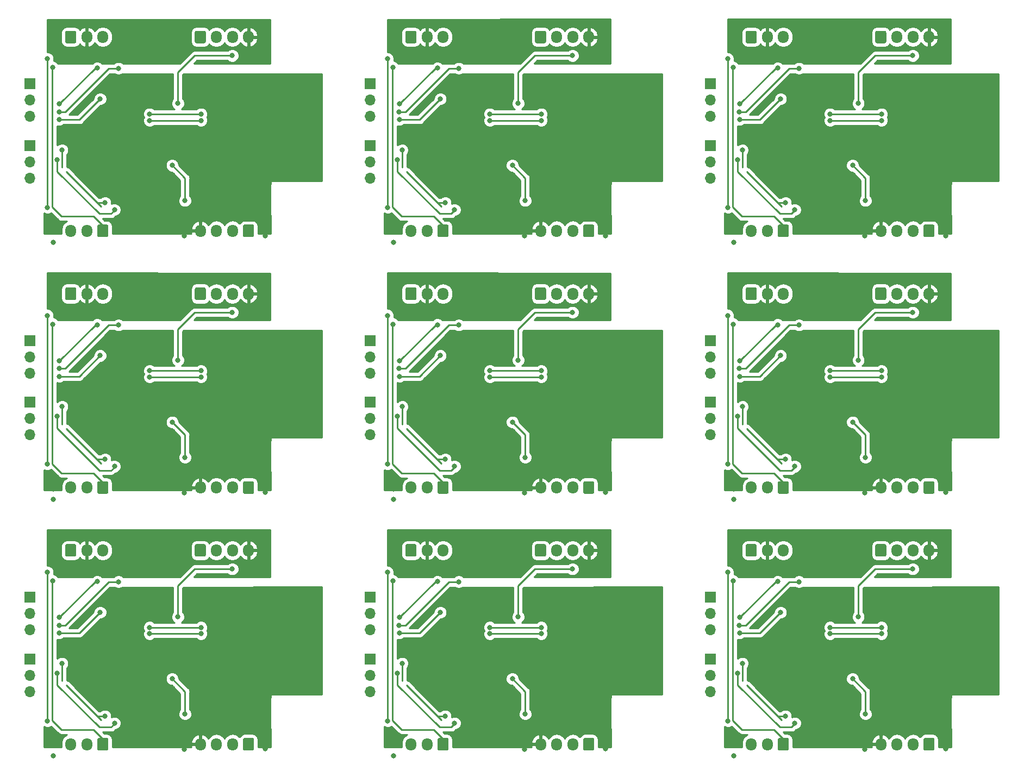
<source format=gbr>
G04 #@! TF.GenerationSoftware,KiCad,Pcbnew,(5.0.1)-3*
G04 #@! TF.CreationDate,2019-05-27T16:35:56-04:00*
G04 #@! TF.ProjectId,marsaqua_panel,6D617273617175615F70616E656C2E6B,rev?*
G04 #@! TF.SameCoordinates,Original*
G04 #@! TF.FileFunction,Copper,L2,Bot,Signal*
G04 #@! TF.FilePolarity,Positive*
%FSLAX46Y46*%
G04 Gerber Fmt 4.6, Leading zero omitted, Abs format (unit mm)*
G04 Created by KiCad (PCBNEW (5.0.1)-3) date 5/27/2019 4:35:56 PM*
%MOMM*%
%LPD*%
G01*
G04 APERTURE LIST*
G04 #@! TA.AperFunction,ComponentPad*
%ADD10O,1.700000X1.700000*%
G04 #@! TD*
G04 #@! TA.AperFunction,ComponentPad*
%ADD11R,1.700000X1.700000*%
G04 #@! TD*
G04 #@! TA.AperFunction,Conductor*
%ADD12C,0.100000*%
G04 #@! TD*
G04 #@! TA.AperFunction,ComponentPad*
%ADD13C,1.700000*%
G04 #@! TD*
G04 #@! TA.AperFunction,ComponentPad*
%ADD14O,1.700000X1.950000*%
G04 #@! TD*
G04 #@! TA.AperFunction,ViaPad*
%ADD15C,0.800000*%
G04 #@! TD*
G04 #@! TA.AperFunction,Conductor*
%ADD16C,0.250000*%
G04 #@! TD*
G04 #@! TA.AperFunction,Conductor*
%ADD17C,0.254000*%
G04 #@! TD*
G04 APERTURE END LIST*
D10*
G04 #@! TO.P,J6,3*
G04 #@! TO.N,Net-(J6-Pad3)*
X136463120Y-121281340D03*
G04 #@! TO.P,J6,2*
G04 #@! TO.N,Net-(J6-Pad2)*
X136463120Y-118741340D03*
D11*
G04 #@! TO.P,J6,1*
G04 #@! TO.N,Net-(J6-Pad1)*
X136463120Y-116201340D03*
G04 #@! TD*
D10*
G04 #@! TO.P,J6,3*
G04 #@! TO.N,Net-(J6-Pad3)*
X83463120Y-121281340D03*
G04 #@! TO.P,J6,2*
G04 #@! TO.N,Net-(J6-Pad2)*
X83463120Y-118741340D03*
D11*
G04 #@! TO.P,J6,1*
G04 #@! TO.N,Net-(J6-Pad1)*
X83463120Y-116201340D03*
G04 #@! TD*
D10*
G04 #@! TO.P,J6,3*
G04 #@! TO.N,Net-(J6-Pad3)*
X30463120Y-121281340D03*
G04 #@! TO.P,J6,2*
G04 #@! TO.N,Net-(J6-Pad2)*
X30463120Y-118741340D03*
D11*
G04 #@! TO.P,J6,1*
G04 #@! TO.N,Net-(J6-Pad1)*
X30463120Y-116201340D03*
G04 #@! TD*
D10*
G04 #@! TO.P,J6,3*
G04 #@! TO.N,Net-(J6-Pad3)*
X136463120Y-81281340D03*
G04 #@! TO.P,J6,2*
G04 #@! TO.N,Net-(J6-Pad2)*
X136463120Y-78741340D03*
D11*
G04 #@! TO.P,J6,1*
G04 #@! TO.N,Net-(J6-Pad1)*
X136463120Y-76201340D03*
G04 #@! TD*
D10*
G04 #@! TO.P,J6,3*
G04 #@! TO.N,Net-(J6-Pad3)*
X83463120Y-81281340D03*
G04 #@! TO.P,J6,2*
G04 #@! TO.N,Net-(J6-Pad2)*
X83463120Y-78741340D03*
D11*
G04 #@! TO.P,J6,1*
G04 #@! TO.N,Net-(J6-Pad1)*
X83463120Y-76201340D03*
G04 #@! TD*
D10*
G04 #@! TO.P,J6,3*
G04 #@! TO.N,Net-(J6-Pad3)*
X30463120Y-81281340D03*
G04 #@! TO.P,J6,2*
G04 #@! TO.N,Net-(J6-Pad2)*
X30463120Y-78741340D03*
D11*
G04 #@! TO.P,J6,1*
G04 #@! TO.N,Net-(J6-Pad1)*
X30463120Y-76201340D03*
G04 #@! TD*
D10*
G04 #@! TO.P,J6,3*
G04 #@! TO.N,Net-(J6-Pad3)*
X136463120Y-41281340D03*
G04 #@! TO.P,J6,2*
G04 #@! TO.N,Net-(J6-Pad2)*
X136463120Y-38741340D03*
D11*
G04 #@! TO.P,J6,1*
G04 #@! TO.N,Net-(J6-Pad1)*
X136463120Y-36201340D03*
G04 #@! TD*
D10*
G04 #@! TO.P,J6,3*
G04 #@! TO.N,Net-(J6-Pad3)*
X83463120Y-41281340D03*
G04 #@! TO.P,J6,2*
G04 #@! TO.N,Net-(J6-Pad2)*
X83463120Y-38741340D03*
D11*
G04 #@! TO.P,J6,1*
G04 #@! TO.N,Net-(J6-Pad1)*
X83463120Y-36201340D03*
G04 #@! TD*
D10*
G04 #@! TO.P,J5,3*
G04 #@! TO.N,Net-(J5-Pad3)*
X136503760Y-130905400D03*
G04 #@! TO.P,J5,2*
G04 #@! TO.N,Net-(J5-Pad2)*
X136503760Y-128365400D03*
D11*
G04 #@! TO.P,J5,1*
G04 #@! TO.N,Net-(J5-Pad1)*
X136503760Y-125825400D03*
G04 #@! TD*
D10*
G04 #@! TO.P,J5,3*
G04 #@! TO.N,Net-(J5-Pad3)*
X83503760Y-130905400D03*
G04 #@! TO.P,J5,2*
G04 #@! TO.N,Net-(J5-Pad2)*
X83503760Y-128365400D03*
D11*
G04 #@! TO.P,J5,1*
G04 #@! TO.N,Net-(J5-Pad1)*
X83503760Y-125825400D03*
G04 #@! TD*
D10*
G04 #@! TO.P,J5,3*
G04 #@! TO.N,Net-(J5-Pad3)*
X30503760Y-130905400D03*
G04 #@! TO.P,J5,2*
G04 #@! TO.N,Net-(J5-Pad2)*
X30503760Y-128365400D03*
D11*
G04 #@! TO.P,J5,1*
G04 #@! TO.N,Net-(J5-Pad1)*
X30503760Y-125825400D03*
G04 #@! TD*
D10*
G04 #@! TO.P,J5,3*
G04 #@! TO.N,Net-(J5-Pad3)*
X136503760Y-90905400D03*
G04 #@! TO.P,J5,2*
G04 #@! TO.N,Net-(J5-Pad2)*
X136503760Y-88365400D03*
D11*
G04 #@! TO.P,J5,1*
G04 #@! TO.N,Net-(J5-Pad1)*
X136503760Y-85825400D03*
G04 #@! TD*
D10*
G04 #@! TO.P,J5,3*
G04 #@! TO.N,Net-(J5-Pad3)*
X83503760Y-90905400D03*
G04 #@! TO.P,J5,2*
G04 #@! TO.N,Net-(J5-Pad2)*
X83503760Y-88365400D03*
D11*
G04 #@! TO.P,J5,1*
G04 #@! TO.N,Net-(J5-Pad1)*
X83503760Y-85825400D03*
G04 #@! TD*
D10*
G04 #@! TO.P,J5,3*
G04 #@! TO.N,Net-(J5-Pad3)*
X30503760Y-90905400D03*
G04 #@! TO.P,J5,2*
G04 #@! TO.N,Net-(J5-Pad2)*
X30503760Y-88365400D03*
D11*
G04 #@! TO.P,J5,1*
G04 #@! TO.N,Net-(J5-Pad1)*
X30503760Y-85825400D03*
G04 #@! TD*
D10*
G04 #@! TO.P,J5,3*
G04 #@! TO.N,Net-(J5-Pad3)*
X136503760Y-50905400D03*
G04 #@! TO.P,J5,2*
G04 #@! TO.N,Net-(J5-Pad2)*
X136503760Y-48365400D03*
D11*
G04 #@! TO.P,J5,1*
G04 #@! TO.N,Net-(J5-Pad1)*
X136503760Y-45825400D03*
G04 #@! TD*
D10*
G04 #@! TO.P,J5,3*
G04 #@! TO.N,Net-(J5-Pad3)*
X83503760Y-50905400D03*
G04 #@! TO.P,J5,2*
G04 #@! TO.N,Net-(J5-Pad2)*
X83503760Y-48365400D03*
D11*
G04 #@! TO.P,J5,1*
G04 #@! TO.N,Net-(J5-Pad1)*
X83503760Y-45825400D03*
G04 #@! TD*
D12*
G04 #@! TO.N,/ch1_input*
G04 #@! TO.C,J1*
G36*
X143456504Y-107927744D02*
X143480773Y-107931344D01*
X143504571Y-107937305D01*
X143527671Y-107945570D01*
X143549849Y-107956060D01*
X143570893Y-107968673D01*
X143590598Y-107983287D01*
X143608777Y-107999763D01*
X143625253Y-108017942D01*
X143639867Y-108037647D01*
X143652480Y-108058691D01*
X143662970Y-108080869D01*
X143671235Y-108103969D01*
X143677196Y-108127767D01*
X143680796Y-108152036D01*
X143682000Y-108176540D01*
X143682000Y-109626540D01*
X143680796Y-109651044D01*
X143677196Y-109675313D01*
X143671235Y-109699111D01*
X143662970Y-109722211D01*
X143652480Y-109744389D01*
X143639867Y-109765433D01*
X143625253Y-109785138D01*
X143608777Y-109803317D01*
X143590598Y-109819793D01*
X143570893Y-109834407D01*
X143549849Y-109847020D01*
X143527671Y-109857510D01*
X143504571Y-109865775D01*
X143480773Y-109871736D01*
X143456504Y-109875336D01*
X143432000Y-109876540D01*
X142232000Y-109876540D01*
X142207496Y-109875336D01*
X142183227Y-109871736D01*
X142159429Y-109865775D01*
X142136329Y-109857510D01*
X142114151Y-109847020D01*
X142093107Y-109834407D01*
X142073402Y-109819793D01*
X142055223Y-109803317D01*
X142038747Y-109785138D01*
X142024133Y-109765433D01*
X142011520Y-109744389D01*
X142001030Y-109722211D01*
X141992765Y-109699111D01*
X141986804Y-109675313D01*
X141983204Y-109651044D01*
X141982000Y-109626540D01*
X141982000Y-108176540D01*
X141983204Y-108152036D01*
X141986804Y-108127767D01*
X141992765Y-108103969D01*
X142001030Y-108080869D01*
X142011520Y-108058691D01*
X142024133Y-108037647D01*
X142038747Y-108017942D01*
X142055223Y-107999763D01*
X142073402Y-107983287D01*
X142093107Y-107968673D01*
X142114151Y-107956060D01*
X142136329Y-107945570D01*
X142159429Y-107937305D01*
X142183227Y-107931344D01*
X142207496Y-107927744D01*
X142232000Y-107926540D01*
X143432000Y-107926540D01*
X143456504Y-107927744D01*
X143456504Y-107927744D01*
G37*
D13*
G04 #@! TD*
G04 #@! TO.P,J1,1*
G04 #@! TO.N,/ch1_input*
X142832000Y-108901540D03*
D14*
G04 #@! TO.P,J1,2*
G04 #@! TO.N,GND*
X145332000Y-108901540D03*
G04 #@! TO.P,J1,3*
G04 #@! TO.N,/ch2_input*
X147832000Y-108901540D03*
G04 #@! TD*
D12*
G04 #@! TO.N,/ch1_input*
G04 #@! TO.C,J1*
G36*
X90456504Y-107927744D02*
X90480773Y-107931344D01*
X90504571Y-107937305D01*
X90527671Y-107945570D01*
X90549849Y-107956060D01*
X90570893Y-107968673D01*
X90590598Y-107983287D01*
X90608777Y-107999763D01*
X90625253Y-108017942D01*
X90639867Y-108037647D01*
X90652480Y-108058691D01*
X90662970Y-108080869D01*
X90671235Y-108103969D01*
X90677196Y-108127767D01*
X90680796Y-108152036D01*
X90682000Y-108176540D01*
X90682000Y-109626540D01*
X90680796Y-109651044D01*
X90677196Y-109675313D01*
X90671235Y-109699111D01*
X90662970Y-109722211D01*
X90652480Y-109744389D01*
X90639867Y-109765433D01*
X90625253Y-109785138D01*
X90608777Y-109803317D01*
X90590598Y-109819793D01*
X90570893Y-109834407D01*
X90549849Y-109847020D01*
X90527671Y-109857510D01*
X90504571Y-109865775D01*
X90480773Y-109871736D01*
X90456504Y-109875336D01*
X90432000Y-109876540D01*
X89232000Y-109876540D01*
X89207496Y-109875336D01*
X89183227Y-109871736D01*
X89159429Y-109865775D01*
X89136329Y-109857510D01*
X89114151Y-109847020D01*
X89093107Y-109834407D01*
X89073402Y-109819793D01*
X89055223Y-109803317D01*
X89038747Y-109785138D01*
X89024133Y-109765433D01*
X89011520Y-109744389D01*
X89001030Y-109722211D01*
X88992765Y-109699111D01*
X88986804Y-109675313D01*
X88983204Y-109651044D01*
X88982000Y-109626540D01*
X88982000Y-108176540D01*
X88983204Y-108152036D01*
X88986804Y-108127767D01*
X88992765Y-108103969D01*
X89001030Y-108080869D01*
X89011520Y-108058691D01*
X89024133Y-108037647D01*
X89038747Y-108017942D01*
X89055223Y-107999763D01*
X89073402Y-107983287D01*
X89093107Y-107968673D01*
X89114151Y-107956060D01*
X89136329Y-107945570D01*
X89159429Y-107937305D01*
X89183227Y-107931344D01*
X89207496Y-107927744D01*
X89232000Y-107926540D01*
X90432000Y-107926540D01*
X90456504Y-107927744D01*
X90456504Y-107927744D01*
G37*
D13*
G04 #@! TD*
G04 #@! TO.P,J1,1*
G04 #@! TO.N,/ch1_input*
X89832000Y-108901540D03*
D14*
G04 #@! TO.P,J1,2*
G04 #@! TO.N,GND*
X92332000Y-108901540D03*
G04 #@! TO.P,J1,3*
G04 #@! TO.N,/ch2_input*
X94832000Y-108901540D03*
G04 #@! TD*
D12*
G04 #@! TO.N,/ch1_input*
G04 #@! TO.C,J1*
G36*
X37456504Y-107927744D02*
X37480773Y-107931344D01*
X37504571Y-107937305D01*
X37527671Y-107945570D01*
X37549849Y-107956060D01*
X37570893Y-107968673D01*
X37590598Y-107983287D01*
X37608777Y-107999763D01*
X37625253Y-108017942D01*
X37639867Y-108037647D01*
X37652480Y-108058691D01*
X37662970Y-108080869D01*
X37671235Y-108103969D01*
X37677196Y-108127767D01*
X37680796Y-108152036D01*
X37682000Y-108176540D01*
X37682000Y-109626540D01*
X37680796Y-109651044D01*
X37677196Y-109675313D01*
X37671235Y-109699111D01*
X37662970Y-109722211D01*
X37652480Y-109744389D01*
X37639867Y-109765433D01*
X37625253Y-109785138D01*
X37608777Y-109803317D01*
X37590598Y-109819793D01*
X37570893Y-109834407D01*
X37549849Y-109847020D01*
X37527671Y-109857510D01*
X37504571Y-109865775D01*
X37480773Y-109871736D01*
X37456504Y-109875336D01*
X37432000Y-109876540D01*
X36232000Y-109876540D01*
X36207496Y-109875336D01*
X36183227Y-109871736D01*
X36159429Y-109865775D01*
X36136329Y-109857510D01*
X36114151Y-109847020D01*
X36093107Y-109834407D01*
X36073402Y-109819793D01*
X36055223Y-109803317D01*
X36038747Y-109785138D01*
X36024133Y-109765433D01*
X36011520Y-109744389D01*
X36001030Y-109722211D01*
X35992765Y-109699111D01*
X35986804Y-109675313D01*
X35983204Y-109651044D01*
X35982000Y-109626540D01*
X35982000Y-108176540D01*
X35983204Y-108152036D01*
X35986804Y-108127767D01*
X35992765Y-108103969D01*
X36001030Y-108080869D01*
X36011520Y-108058691D01*
X36024133Y-108037647D01*
X36038747Y-108017942D01*
X36055223Y-107999763D01*
X36073402Y-107983287D01*
X36093107Y-107968673D01*
X36114151Y-107956060D01*
X36136329Y-107945570D01*
X36159429Y-107937305D01*
X36183227Y-107931344D01*
X36207496Y-107927744D01*
X36232000Y-107926540D01*
X37432000Y-107926540D01*
X37456504Y-107927744D01*
X37456504Y-107927744D01*
G37*
D13*
G04 #@! TD*
G04 #@! TO.P,J1,1*
G04 #@! TO.N,/ch1_input*
X36832000Y-108901540D03*
D14*
G04 #@! TO.P,J1,2*
G04 #@! TO.N,GND*
X39332000Y-108901540D03*
G04 #@! TO.P,J1,3*
G04 #@! TO.N,/ch2_input*
X41832000Y-108901540D03*
G04 #@! TD*
D12*
G04 #@! TO.N,/ch1_input*
G04 #@! TO.C,J1*
G36*
X143456504Y-67927744D02*
X143480773Y-67931344D01*
X143504571Y-67937305D01*
X143527671Y-67945570D01*
X143549849Y-67956060D01*
X143570893Y-67968673D01*
X143590598Y-67983287D01*
X143608777Y-67999763D01*
X143625253Y-68017942D01*
X143639867Y-68037647D01*
X143652480Y-68058691D01*
X143662970Y-68080869D01*
X143671235Y-68103969D01*
X143677196Y-68127767D01*
X143680796Y-68152036D01*
X143682000Y-68176540D01*
X143682000Y-69626540D01*
X143680796Y-69651044D01*
X143677196Y-69675313D01*
X143671235Y-69699111D01*
X143662970Y-69722211D01*
X143652480Y-69744389D01*
X143639867Y-69765433D01*
X143625253Y-69785138D01*
X143608777Y-69803317D01*
X143590598Y-69819793D01*
X143570893Y-69834407D01*
X143549849Y-69847020D01*
X143527671Y-69857510D01*
X143504571Y-69865775D01*
X143480773Y-69871736D01*
X143456504Y-69875336D01*
X143432000Y-69876540D01*
X142232000Y-69876540D01*
X142207496Y-69875336D01*
X142183227Y-69871736D01*
X142159429Y-69865775D01*
X142136329Y-69857510D01*
X142114151Y-69847020D01*
X142093107Y-69834407D01*
X142073402Y-69819793D01*
X142055223Y-69803317D01*
X142038747Y-69785138D01*
X142024133Y-69765433D01*
X142011520Y-69744389D01*
X142001030Y-69722211D01*
X141992765Y-69699111D01*
X141986804Y-69675313D01*
X141983204Y-69651044D01*
X141982000Y-69626540D01*
X141982000Y-68176540D01*
X141983204Y-68152036D01*
X141986804Y-68127767D01*
X141992765Y-68103969D01*
X142001030Y-68080869D01*
X142011520Y-68058691D01*
X142024133Y-68037647D01*
X142038747Y-68017942D01*
X142055223Y-67999763D01*
X142073402Y-67983287D01*
X142093107Y-67968673D01*
X142114151Y-67956060D01*
X142136329Y-67945570D01*
X142159429Y-67937305D01*
X142183227Y-67931344D01*
X142207496Y-67927744D01*
X142232000Y-67926540D01*
X143432000Y-67926540D01*
X143456504Y-67927744D01*
X143456504Y-67927744D01*
G37*
D13*
G04 #@! TD*
G04 #@! TO.P,J1,1*
G04 #@! TO.N,/ch1_input*
X142832000Y-68901540D03*
D14*
G04 #@! TO.P,J1,2*
G04 #@! TO.N,GND*
X145332000Y-68901540D03*
G04 #@! TO.P,J1,3*
G04 #@! TO.N,/ch2_input*
X147832000Y-68901540D03*
G04 #@! TD*
D12*
G04 #@! TO.N,/ch1_input*
G04 #@! TO.C,J1*
G36*
X90456504Y-67927744D02*
X90480773Y-67931344D01*
X90504571Y-67937305D01*
X90527671Y-67945570D01*
X90549849Y-67956060D01*
X90570893Y-67968673D01*
X90590598Y-67983287D01*
X90608777Y-67999763D01*
X90625253Y-68017942D01*
X90639867Y-68037647D01*
X90652480Y-68058691D01*
X90662970Y-68080869D01*
X90671235Y-68103969D01*
X90677196Y-68127767D01*
X90680796Y-68152036D01*
X90682000Y-68176540D01*
X90682000Y-69626540D01*
X90680796Y-69651044D01*
X90677196Y-69675313D01*
X90671235Y-69699111D01*
X90662970Y-69722211D01*
X90652480Y-69744389D01*
X90639867Y-69765433D01*
X90625253Y-69785138D01*
X90608777Y-69803317D01*
X90590598Y-69819793D01*
X90570893Y-69834407D01*
X90549849Y-69847020D01*
X90527671Y-69857510D01*
X90504571Y-69865775D01*
X90480773Y-69871736D01*
X90456504Y-69875336D01*
X90432000Y-69876540D01*
X89232000Y-69876540D01*
X89207496Y-69875336D01*
X89183227Y-69871736D01*
X89159429Y-69865775D01*
X89136329Y-69857510D01*
X89114151Y-69847020D01*
X89093107Y-69834407D01*
X89073402Y-69819793D01*
X89055223Y-69803317D01*
X89038747Y-69785138D01*
X89024133Y-69765433D01*
X89011520Y-69744389D01*
X89001030Y-69722211D01*
X88992765Y-69699111D01*
X88986804Y-69675313D01*
X88983204Y-69651044D01*
X88982000Y-69626540D01*
X88982000Y-68176540D01*
X88983204Y-68152036D01*
X88986804Y-68127767D01*
X88992765Y-68103969D01*
X89001030Y-68080869D01*
X89011520Y-68058691D01*
X89024133Y-68037647D01*
X89038747Y-68017942D01*
X89055223Y-67999763D01*
X89073402Y-67983287D01*
X89093107Y-67968673D01*
X89114151Y-67956060D01*
X89136329Y-67945570D01*
X89159429Y-67937305D01*
X89183227Y-67931344D01*
X89207496Y-67927744D01*
X89232000Y-67926540D01*
X90432000Y-67926540D01*
X90456504Y-67927744D01*
X90456504Y-67927744D01*
G37*
D13*
G04 #@! TD*
G04 #@! TO.P,J1,1*
G04 #@! TO.N,/ch1_input*
X89832000Y-68901540D03*
D14*
G04 #@! TO.P,J1,2*
G04 #@! TO.N,GND*
X92332000Y-68901540D03*
G04 #@! TO.P,J1,3*
G04 #@! TO.N,/ch2_input*
X94832000Y-68901540D03*
G04 #@! TD*
D12*
G04 #@! TO.N,/ch1_input*
G04 #@! TO.C,J1*
G36*
X37456504Y-67927744D02*
X37480773Y-67931344D01*
X37504571Y-67937305D01*
X37527671Y-67945570D01*
X37549849Y-67956060D01*
X37570893Y-67968673D01*
X37590598Y-67983287D01*
X37608777Y-67999763D01*
X37625253Y-68017942D01*
X37639867Y-68037647D01*
X37652480Y-68058691D01*
X37662970Y-68080869D01*
X37671235Y-68103969D01*
X37677196Y-68127767D01*
X37680796Y-68152036D01*
X37682000Y-68176540D01*
X37682000Y-69626540D01*
X37680796Y-69651044D01*
X37677196Y-69675313D01*
X37671235Y-69699111D01*
X37662970Y-69722211D01*
X37652480Y-69744389D01*
X37639867Y-69765433D01*
X37625253Y-69785138D01*
X37608777Y-69803317D01*
X37590598Y-69819793D01*
X37570893Y-69834407D01*
X37549849Y-69847020D01*
X37527671Y-69857510D01*
X37504571Y-69865775D01*
X37480773Y-69871736D01*
X37456504Y-69875336D01*
X37432000Y-69876540D01*
X36232000Y-69876540D01*
X36207496Y-69875336D01*
X36183227Y-69871736D01*
X36159429Y-69865775D01*
X36136329Y-69857510D01*
X36114151Y-69847020D01*
X36093107Y-69834407D01*
X36073402Y-69819793D01*
X36055223Y-69803317D01*
X36038747Y-69785138D01*
X36024133Y-69765433D01*
X36011520Y-69744389D01*
X36001030Y-69722211D01*
X35992765Y-69699111D01*
X35986804Y-69675313D01*
X35983204Y-69651044D01*
X35982000Y-69626540D01*
X35982000Y-68176540D01*
X35983204Y-68152036D01*
X35986804Y-68127767D01*
X35992765Y-68103969D01*
X36001030Y-68080869D01*
X36011520Y-68058691D01*
X36024133Y-68037647D01*
X36038747Y-68017942D01*
X36055223Y-67999763D01*
X36073402Y-67983287D01*
X36093107Y-67968673D01*
X36114151Y-67956060D01*
X36136329Y-67945570D01*
X36159429Y-67937305D01*
X36183227Y-67931344D01*
X36207496Y-67927744D01*
X36232000Y-67926540D01*
X37432000Y-67926540D01*
X37456504Y-67927744D01*
X37456504Y-67927744D01*
G37*
D13*
G04 #@! TD*
G04 #@! TO.P,J1,1*
G04 #@! TO.N,/ch1_input*
X36832000Y-68901540D03*
D14*
G04 #@! TO.P,J1,2*
G04 #@! TO.N,GND*
X39332000Y-68901540D03*
G04 #@! TO.P,J1,3*
G04 #@! TO.N,/ch2_input*
X41832000Y-68901540D03*
G04 #@! TD*
D12*
G04 #@! TO.N,/ch1_input*
G04 #@! TO.C,J1*
G36*
X143456504Y-27927744D02*
X143480773Y-27931344D01*
X143504571Y-27937305D01*
X143527671Y-27945570D01*
X143549849Y-27956060D01*
X143570893Y-27968673D01*
X143590598Y-27983287D01*
X143608777Y-27999763D01*
X143625253Y-28017942D01*
X143639867Y-28037647D01*
X143652480Y-28058691D01*
X143662970Y-28080869D01*
X143671235Y-28103969D01*
X143677196Y-28127767D01*
X143680796Y-28152036D01*
X143682000Y-28176540D01*
X143682000Y-29626540D01*
X143680796Y-29651044D01*
X143677196Y-29675313D01*
X143671235Y-29699111D01*
X143662970Y-29722211D01*
X143652480Y-29744389D01*
X143639867Y-29765433D01*
X143625253Y-29785138D01*
X143608777Y-29803317D01*
X143590598Y-29819793D01*
X143570893Y-29834407D01*
X143549849Y-29847020D01*
X143527671Y-29857510D01*
X143504571Y-29865775D01*
X143480773Y-29871736D01*
X143456504Y-29875336D01*
X143432000Y-29876540D01*
X142232000Y-29876540D01*
X142207496Y-29875336D01*
X142183227Y-29871736D01*
X142159429Y-29865775D01*
X142136329Y-29857510D01*
X142114151Y-29847020D01*
X142093107Y-29834407D01*
X142073402Y-29819793D01*
X142055223Y-29803317D01*
X142038747Y-29785138D01*
X142024133Y-29765433D01*
X142011520Y-29744389D01*
X142001030Y-29722211D01*
X141992765Y-29699111D01*
X141986804Y-29675313D01*
X141983204Y-29651044D01*
X141982000Y-29626540D01*
X141982000Y-28176540D01*
X141983204Y-28152036D01*
X141986804Y-28127767D01*
X141992765Y-28103969D01*
X142001030Y-28080869D01*
X142011520Y-28058691D01*
X142024133Y-28037647D01*
X142038747Y-28017942D01*
X142055223Y-27999763D01*
X142073402Y-27983287D01*
X142093107Y-27968673D01*
X142114151Y-27956060D01*
X142136329Y-27945570D01*
X142159429Y-27937305D01*
X142183227Y-27931344D01*
X142207496Y-27927744D01*
X142232000Y-27926540D01*
X143432000Y-27926540D01*
X143456504Y-27927744D01*
X143456504Y-27927744D01*
G37*
D13*
G04 #@! TD*
G04 #@! TO.P,J1,1*
G04 #@! TO.N,/ch1_input*
X142832000Y-28901540D03*
D14*
G04 #@! TO.P,J1,2*
G04 #@! TO.N,GND*
X145332000Y-28901540D03*
G04 #@! TO.P,J1,3*
G04 #@! TO.N,/ch2_input*
X147832000Y-28901540D03*
G04 #@! TD*
D12*
G04 #@! TO.N,/ch1_input*
G04 #@! TO.C,J1*
G36*
X90456504Y-27927744D02*
X90480773Y-27931344D01*
X90504571Y-27937305D01*
X90527671Y-27945570D01*
X90549849Y-27956060D01*
X90570893Y-27968673D01*
X90590598Y-27983287D01*
X90608777Y-27999763D01*
X90625253Y-28017942D01*
X90639867Y-28037647D01*
X90652480Y-28058691D01*
X90662970Y-28080869D01*
X90671235Y-28103969D01*
X90677196Y-28127767D01*
X90680796Y-28152036D01*
X90682000Y-28176540D01*
X90682000Y-29626540D01*
X90680796Y-29651044D01*
X90677196Y-29675313D01*
X90671235Y-29699111D01*
X90662970Y-29722211D01*
X90652480Y-29744389D01*
X90639867Y-29765433D01*
X90625253Y-29785138D01*
X90608777Y-29803317D01*
X90590598Y-29819793D01*
X90570893Y-29834407D01*
X90549849Y-29847020D01*
X90527671Y-29857510D01*
X90504571Y-29865775D01*
X90480773Y-29871736D01*
X90456504Y-29875336D01*
X90432000Y-29876540D01*
X89232000Y-29876540D01*
X89207496Y-29875336D01*
X89183227Y-29871736D01*
X89159429Y-29865775D01*
X89136329Y-29857510D01*
X89114151Y-29847020D01*
X89093107Y-29834407D01*
X89073402Y-29819793D01*
X89055223Y-29803317D01*
X89038747Y-29785138D01*
X89024133Y-29765433D01*
X89011520Y-29744389D01*
X89001030Y-29722211D01*
X88992765Y-29699111D01*
X88986804Y-29675313D01*
X88983204Y-29651044D01*
X88982000Y-29626540D01*
X88982000Y-28176540D01*
X88983204Y-28152036D01*
X88986804Y-28127767D01*
X88992765Y-28103969D01*
X89001030Y-28080869D01*
X89011520Y-28058691D01*
X89024133Y-28037647D01*
X89038747Y-28017942D01*
X89055223Y-27999763D01*
X89073402Y-27983287D01*
X89093107Y-27968673D01*
X89114151Y-27956060D01*
X89136329Y-27945570D01*
X89159429Y-27937305D01*
X89183227Y-27931344D01*
X89207496Y-27927744D01*
X89232000Y-27926540D01*
X90432000Y-27926540D01*
X90456504Y-27927744D01*
X90456504Y-27927744D01*
G37*
D13*
G04 #@! TD*
G04 #@! TO.P,J1,1*
G04 #@! TO.N,/ch1_input*
X89832000Y-28901540D03*
D14*
G04 #@! TO.P,J1,2*
G04 #@! TO.N,GND*
X92332000Y-28901540D03*
G04 #@! TO.P,J1,3*
G04 #@! TO.N,/ch2_input*
X94832000Y-28901540D03*
G04 #@! TD*
D12*
G04 #@! TO.N,/ch2_enable*
G04 #@! TO.C,J4*
G36*
X171156504Y-138127744D02*
X171180773Y-138131344D01*
X171204571Y-138137305D01*
X171227671Y-138145570D01*
X171249849Y-138156060D01*
X171270893Y-138168673D01*
X171290598Y-138183287D01*
X171308777Y-138199763D01*
X171325253Y-138217942D01*
X171339867Y-138237647D01*
X171352480Y-138258691D01*
X171362970Y-138280869D01*
X171371235Y-138303969D01*
X171377196Y-138327767D01*
X171380796Y-138352036D01*
X171382000Y-138376540D01*
X171382000Y-139826540D01*
X171380796Y-139851044D01*
X171377196Y-139875313D01*
X171371235Y-139899111D01*
X171362970Y-139922211D01*
X171352480Y-139944389D01*
X171339867Y-139965433D01*
X171325253Y-139985138D01*
X171308777Y-140003317D01*
X171290598Y-140019793D01*
X171270893Y-140034407D01*
X171249849Y-140047020D01*
X171227671Y-140057510D01*
X171204571Y-140065775D01*
X171180773Y-140071736D01*
X171156504Y-140075336D01*
X171132000Y-140076540D01*
X169932000Y-140076540D01*
X169907496Y-140075336D01*
X169883227Y-140071736D01*
X169859429Y-140065775D01*
X169836329Y-140057510D01*
X169814151Y-140047020D01*
X169793107Y-140034407D01*
X169773402Y-140019793D01*
X169755223Y-140003317D01*
X169738747Y-139985138D01*
X169724133Y-139965433D01*
X169711520Y-139944389D01*
X169701030Y-139922211D01*
X169692765Y-139899111D01*
X169686804Y-139875313D01*
X169683204Y-139851044D01*
X169682000Y-139826540D01*
X169682000Y-138376540D01*
X169683204Y-138352036D01*
X169686804Y-138327767D01*
X169692765Y-138303969D01*
X169701030Y-138280869D01*
X169711520Y-138258691D01*
X169724133Y-138237647D01*
X169738747Y-138217942D01*
X169755223Y-138199763D01*
X169773402Y-138183287D01*
X169793107Y-138168673D01*
X169814151Y-138156060D01*
X169836329Y-138145570D01*
X169859429Y-138137305D01*
X169883227Y-138131344D01*
X169907496Y-138127744D01*
X169932000Y-138126540D01*
X171132000Y-138126540D01*
X171156504Y-138127744D01*
X171156504Y-138127744D01*
G37*
D13*
G04 #@! TD*
G04 #@! TO.P,J4,1*
G04 #@! TO.N,/ch2_enable*
X170532000Y-139101540D03*
D14*
G04 #@! TO.P,J4,2*
G04 #@! TO.N,Net-(D4-Pad2)*
X168032000Y-139101540D03*
G04 #@! TO.P,J4,3*
G04 #@! TO.N,/ch2_output*
X165532000Y-139101540D03*
G04 #@! TO.P,J4,4*
G04 #@! TO.N,GND*
X163032000Y-139101540D03*
G04 #@! TD*
D12*
G04 #@! TO.N,/ch2_enable*
G04 #@! TO.C,J4*
G36*
X118156504Y-138127744D02*
X118180773Y-138131344D01*
X118204571Y-138137305D01*
X118227671Y-138145570D01*
X118249849Y-138156060D01*
X118270893Y-138168673D01*
X118290598Y-138183287D01*
X118308777Y-138199763D01*
X118325253Y-138217942D01*
X118339867Y-138237647D01*
X118352480Y-138258691D01*
X118362970Y-138280869D01*
X118371235Y-138303969D01*
X118377196Y-138327767D01*
X118380796Y-138352036D01*
X118382000Y-138376540D01*
X118382000Y-139826540D01*
X118380796Y-139851044D01*
X118377196Y-139875313D01*
X118371235Y-139899111D01*
X118362970Y-139922211D01*
X118352480Y-139944389D01*
X118339867Y-139965433D01*
X118325253Y-139985138D01*
X118308777Y-140003317D01*
X118290598Y-140019793D01*
X118270893Y-140034407D01*
X118249849Y-140047020D01*
X118227671Y-140057510D01*
X118204571Y-140065775D01*
X118180773Y-140071736D01*
X118156504Y-140075336D01*
X118132000Y-140076540D01*
X116932000Y-140076540D01*
X116907496Y-140075336D01*
X116883227Y-140071736D01*
X116859429Y-140065775D01*
X116836329Y-140057510D01*
X116814151Y-140047020D01*
X116793107Y-140034407D01*
X116773402Y-140019793D01*
X116755223Y-140003317D01*
X116738747Y-139985138D01*
X116724133Y-139965433D01*
X116711520Y-139944389D01*
X116701030Y-139922211D01*
X116692765Y-139899111D01*
X116686804Y-139875313D01*
X116683204Y-139851044D01*
X116682000Y-139826540D01*
X116682000Y-138376540D01*
X116683204Y-138352036D01*
X116686804Y-138327767D01*
X116692765Y-138303969D01*
X116701030Y-138280869D01*
X116711520Y-138258691D01*
X116724133Y-138237647D01*
X116738747Y-138217942D01*
X116755223Y-138199763D01*
X116773402Y-138183287D01*
X116793107Y-138168673D01*
X116814151Y-138156060D01*
X116836329Y-138145570D01*
X116859429Y-138137305D01*
X116883227Y-138131344D01*
X116907496Y-138127744D01*
X116932000Y-138126540D01*
X118132000Y-138126540D01*
X118156504Y-138127744D01*
X118156504Y-138127744D01*
G37*
D13*
G04 #@! TD*
G04 #@! TO.P,J4,1*
G04 #@! TO.N,/ch2_enable*
X117532000Y-139101540D03*
D14*
G04 #@! TO.P,J4,2*
G04 #@! TO.N,Net-(D4-Pad2)*
X115032000Y-139101540D03*
G04 #@! TO.P,J4,3*
G04 #@! TO.N,/ch2_output*
X112532000Y-139101540D03*
G04 #@! TO.P,J4,4*
G04 #@! TO.N,GND*
X110032000Y-139101540D03*
G04 #@! TD*
D12*
G04 #@! TO.N,/ch2_enable*
G04 #@! TO.C,J4*
G36*
X65156504Y-138127744D02*
X65180773Y-138131344D01*
X65204571Y-138137305D01*
X65227671Y-138145570D01*
X65249849Y-138156060D01*
X65270893Y-138168673D01*
X65290598Y-138183287D01*
X65308777Y-138199763D01*
X65325253Y-138217942D01*
X65339867Y-138237647D01*
X65352480Y-138258691D01*
X65362970Y-138280869D01*
X65371235Y-138303969D01*
X65377196Y-138327767D01*
X65380796Y-138352036D01*
X65382000Y-138376540D01*
X65382000Y-139826540D01*
X65380796Y-139851044D01*
X65377196Y-139875313D01*
X65371235Y-139899111D01*
X65362970Y-139922211D01*
X65352480Y-139944389D01*
X65339867Y-139965433D01*
X65325253Y-139985138D01*
X65308777Y-140003317D01*
X65290598Y-140019793D01*
X65270893Y-140034407D01*
X65249849Y-140047020D01*
X65227671Y-140057510D01*
X65204571Y-140065775D01*
X65180773Y-140071736D01*
X65156504Y-140075336D01*
X65132000Y-140076540D01*
X63932000Y-140076540D01*
X63907496Y-140075336D01*
X63883227Y-140071736D01*
X63859429Y-140065775D01*
X63836329Y-140057510D01*
X63814151Y-140047020D01*
X63793107Y-140034407D01*
X63773402Y-140019793D01*
X63755223Y-140003317D01*
X63738747Y-139985138D01*
X63724133Y-139965433D01*
X63711520Y-139944389D01*
X63701030Y-139922211D01*
X63692765Y-139899111D01*
X63686804Y-139875313D01*
X63683204Y-139851044D01*
X63682000Y-139826540D01*
X63682000Y-138376540D01*
X63683204Y-138352036D01*
X63686804Y-138327767D01*
X63692765Y-138303969D01*
X63701030Y-138280869D01*
X63711520Y-138258691D01*
X63724133Y-138237647D01*
X63738747Y-138217942D01*
X63755223Y-138199763D01*
X63773402Y-138183287D01*
X63793107Y-138168673D01*
X63814151Y-138156060D01*
X63836329Y-138145570D01*
X63859429Y-138137305D01*
X63883227Y-138131344D01*
X63907496Y-138127744D01*
X63932000Y-138126540D01*
X65132000Y-138126540D01*
X65156504Y-138127744D01*
X65156504Y-138127744D01*
G37*
D13*
G04 #@! TD*
G04 #@! TO.P,J4,1*
G04 #@! TO.N,/ch2_enable*
X64532000Y-139101540D03*
D14*
G04 #@! TO.P,J4,2*
G04 #@! TO.N,Net-(D4-Pad2)*
X62032000Y-139101540D03*
G04 #@! TO.P,J4,3*
G04 #@! TO.N,/ch2_output*
X59532000Y-139101540D03*
G04 #@! TO.P,J4,4*
G04 #@! TO.N,GND*
X57032000Y-139101540D03*
G04 #@! TD*
D12*
G04 #@! TO.N,/ch2_enable*
G04 #@! TO.C,J4*
G36*
X171156504Y-98127744D02*
X171180773Y-98131344D01*
X171204571Y-98137305D01*
X171227671Y-98145570D01*
X171249849Y-98156060D01*
X171270893Y-98168673D01*
X171290598Y-98183287D01*
X171308777Y-98199763D01*
X171325253Y-98217942D01*
X171339867Y-98237647D01*
X171352480Y-98258691D01*
X171362970Y-98280869D01*
X171371235Y-98303969D01*
X171377196Y-98327767D01*
X171380796Y-98352036D01*
X171382000Y-98376540D01*
X171382000Y-99826540D01*
X171380796Y-99851044D01*
X171377196Y-99875313D01*
X171371235Y-99899111D01*
X171362970Y-99922211D01*
X171352480Y-99944389D01*
X171339867Y-99965433D01*
X171325253Y-99985138D01*
X171308777Y-100003317D01*
X171290598Y-100019793D01*
X171270893Y-100034407D01*
X171249849Y-100047020D01*
X171227671Y-100057510D01*
X171204571Y-100065775D01*
X171180773Y-100071736D01*
X171156504Y-100075336D01*
X171132000Y-100076540D01*
X169932000Y-100076540D01*
X169907496Y-100075336D01*
X169883227Y-100071736D01*
X169859429Y-100065775D01*
X169836329Y-100057510D01*
X169814151Y-100047020D01*
X169793107Y-100034407D01*
X169773402Y-100019793D01*
X169755223Y-100003317D01*
X169738747Y-99985138D01*
X169724133Y-99965433D01*
X169711520Y-99944389D01*
X169701030Y-99922211D01*
X169692765Y-99899111D01*
X169686804Y-99875313D01*
X169683204Y-99851044D01*
X169682000Y-99826540D01*
X169682000Y-98376540D01*
X169683204Y-98352036D01*
X169686804Y-98327767D01*
X169692765Y-98303969D01*
X169701030Y-98280869D01*
X169711520Y-98258691D01*
X169724133Y-98237647D01*
X169738747Y-98217942D01*
X169755223Y-98199763D01*
X169773402Y-98183287D01*
X169793107Y-98168673D01*
X169814151Y-98156060D01*
X169836329Y-98145570D01*
X169859429Y-98137305D01*
X169883227Y-98131344D01*
X169907496Y-98127744D01*
X169932000Y-98126540D01*
X171132000Y-98126540D01*
X171156504Y-98127744D01*
X171156504Y-98127744D01*
G37*
D13*
G04 #@! TD*
G04 #@! TO.P,J4,1*
G04 #@! TO.N,/ch2_enable*
X170532000Y-99101540D03*
D14*
G04 #@! TO.P,J4,2*
G04 #@! TO.N,Net-(D4-Pad2)*
X168032000Y-99101540D03*
G04 #@! TO.P,J4,3*
G04 #@! TO.N,/ch2_output*
X165532000Y-99101540D03*
G04 #@! TO.P,J4,4*
G04 #@! TO.N,GND*
X163032000Y-99101540D03*
G04 #@! TD*
D12*
G04 #@! TO.N,/ch2_enable*
G04 #@! TO.C,J4*
G36*
X118156504Y-98127744D02*
X118180773Y-98131344D01*
X118204571Y-98137305D01*
X118227671Y-98145570D01*
X118249849Y-98156060D01*
X118270893Y-98168673D01*
X118290598Y-98183287D01*
X118308777Y-98199763D01*
X118325253Y-98217942D01*
X118339867Y-98237647D01*
X118352480Y-98258691D01*
X118362970Y-98280869D01*
X118371235Y-98303969D01*
X118377196Y-98327767D01*
X118380796Y-98352036D01*
X118382000Y-98376540D01*
X118382000Y-99826540D01*
X118380796Y-99851044D01*
X118377196Y-99875313D01*
X118371235Y-99899111D01*
X118362970Y-99922211D01*
X118352480Y-99944389D01*
X118339867Y-99965433D01*
X118325253Y-99985138D01*
X118308777Y-100003317D01*
X118290598Y-100019793D01*
X118270893Y-100034407D01*
X118249849Y-100047020D01*
X118227671Y-100057510D01*
X118204571Y-100065775D01*
X118180773Y-100071736D01*
X118156504Y-100075336D01*
X118132000Y-100076540D01*
X116932000Y-100076540D01*
X116907496Y-100075336D01*
X116883227Y-100071736D01*
X116859429Y-100065775D01*
X116836329Y-100057510D01*
X116814151Y-100047020D01*
X116793107Y-100034407D01*
X116773402Y-100019793D01*
X116755223Y-100003317D01*
X116738747Y-99985138D01*
X116724133Y-99965433D01*
X116711520Y-99944389D01*
X116701030Y-99922211D01*
X116692765Y-99899111D01*
X116686804Y-99875313D01*
X116683204Y-99851044D01*
X116682000Y-99826540D01*
X116682000Y-98376540D01*
X116683204Y-98352036D01*
X116686804Y-98327767D01*
X116692765Y-98303969D01*
X116701030Y-98280869D01*
X116711520Y-98258691D01*
X116724133Y-98237647D01*
X116738747Y-98217942D01*
X116755223Y-98199763D01*
X116773402Y-98183287D01*
X116793107Y-98168673D01*
X116814151Y-98156060D01*
X116836329Y-98145570D01*
X116859429Y-98137305D01*
X116883227Y-98131344D01*
X116907496Y-98127744D01*
X116932000Y-98126540D01*
X118132000Y-98126540D01*
X118156504Y-98127744D01*
X118156504Y-98127744D01*
G37*
D13*
G04 #@! TD*
G04 #@! TO.P,J4,1*
G04 #@! TO.N,/ch2_enable*
X117532000Y-99101540D03*
D14*
G04 #@! TO.P,J4,2*
G04 #@! TO.N,Net-(D4-Pad2)*
X115032000Y-99101540D03*
G04 #@! TO.P,J4,3*
G04 #@! TO.N,/ch2_output*
X112532000Y-99101540D03*
G04 #@! TO.P,J4,4*
G04 #@! TO.N,GND*
X110032000Y-99101540D03*
G04 #@! TD*
D12*
G04 #@! TO.N,/ch2_enable*
G04 #@! TO.C,J4*
G36*
X65156504Y-98127744D02*
X65180773Y-98131344D01*
X65204571Y-98137305D01*
X65227671Y-98145570D01*
X65249849Y-98156060D01*
X65270893Y-98168673D01*
X65290598Y-98183287D01*
X65308777Y-98199763D01*
X65325253Y-98217942D01*
X65339867Y-98237647D01*
X65352480Y-98258691D01*
X65362970Y-98280869D01*
X65371235Y-98303969D01*
X65377196Y-98327767D01*
X65380796Y-98352036D01*
X65382000Y-98376540D01*
X65382000Y-99826540D01*
X65380796Y-99851044D01*
X65377196Y-99875313D01*
X65371235Y-99899111D01*
X65362970Y-99922211D01*
X65352480Y-99944389D01*
X65339867Y-99965433D01*
X65325253Y-99985138D01*
X65308777Y-100003317D01*
X65290598Y-100019793D01*
X65270893Y-100034407D01*
X65249849Y-100047020D01*
X65227671Y-100057510D01*
X65204571Y-100065775D01*
X65180773Y-100071736D01*
X65156504Y-100075336D01*
X65132000Y-100076540D01*
X63932000Y-100076540D01*
X63907496Y-100075336D01*
X63883227Y-100071736D01*
X63859429Y-100065775D01*
X63836329Y-100057510D01*
X63814151Y-100047020D01*
X63793107Y-100034407D01*
X63773402Y-100019793D01*
X63755223Y-100003317D01*
X63738747Y-99985138D01*
X63724133Y-99965433D01*
X63711520Y-99944389D01*
X63701030Y-99922211D01*
X63692765Y-99899111D01*
X63686804Y-99875313D01*
X63683204Y-99851044D01*
X63682000Y-99826540D01*
X63682000Y-98376540D01*
X63683204Y-98352036D01*
X63686804Y-98327767D01*
X63692765Y-98303969D01*
X63701030Y-98280869D01*
X63711520Y-98258691D01*
X63724133Y-98237647D01*
X63738747Y-98217942D01*
X63755223Y-98199763D01*
X63773402Y-98183287D01*
X63793107Y-98168673D01*
X63814151Y-98156060D01*
X63836329Y-98145570D01*
X63859429Y-98137305D01*
X63883227Y-98131344D01*
X63907496Y-98127744D01*
X63932000Y-98126540D01*
X65132000Y-98126540D01*
X65156504Y-98127744D01*
X65156504Y-98127744D01*
G37*
D13*
G04 #@! TD*
G04 #@! TO.P,J4,1*
G04 #@! TO.N,/ch2_enable*
X64532000Y-99101540D03*
D14*
G04 #@! TO.P,J4,2*
G04 #@! TO.N,Net-(D4-Pad2)*
X62032000Y-99101540D03*
G04 #@! TO.P,J4,3*
G04 #@! TO.N,/ch2_output*
X59532000Y-99101540D03*
G04 #@! TO.P,J4,4*
G04 #@! TO.N,GND*
X57032000Y-99101540D03*
G04 #@! TD*
D12*
G04 #@! TO.N,/ch2_enable*
G04 #@! TO.C,J4*
G36*
X171156504Y-58127744D02*
X171180773Y-58131344D01*
X171204571Y-58137305D01*
X171227671Y-58145570D01*
X171249849Y-58156060D01*
X171270893Y-58168673D01*
X171290598Y-58183287D01*
X171308777Y-58199763D01*
X171325253Y-58217942D01*
X171339867Y-58237647D01*
X171352480Y-58258691D01*
X171362970Y-58280869D01*
X171371235Y-58303969D01*
X171377196Y-58327767D01*
X171380796Y-58352036D01*
X171382000Y-58376540D01*
X171382000Y-59826540D01*
X171380796Y-59851044D01*
X171377196Y-59875313D01*
X171371235Y-59899111D01*
X171362970Y-59922211D01*
X171352480Y-59944389D01*
X171339867Y-59965433D01*
X171325253Y-59985138D01*
X171308777Y-60003317D01*
X171290598Y-60019793D01*
X171270893Y-60034407D01*
X171249849Y-60047020D01*
X171227671Y-60057510D01*
X171204571Y-60065775D01*
X171180773Y-60071736D01*
X171156504Y-60075336D01*
X171132000Y-60076540D01*
X169932000Y-60076540D01*
X169907496Y-60075336D01*
X169883227Y-60071736D01*
X169859429Y-60065775D01*
X169836329Y-60057510D01*
X169814151Y-60047020D01*
X169793107Y-60034407D01*
X169773402Y-60019793D01*
X169755223Y-60003317D01*
X169738747Y-59985138D01*
X169724133Y-59965433D01*
X169711520Y-59944389D01*
X169701030Y-59922211D01*
X169692765Y-59899111D01*
X169686804Y-59875313D01*
X169683204Y-59851044D01*
X169682000Y-59826540D01*
X169682000Y-58376540D01*
X169683204Y-58352036D01*
X169686804Y-58327767D01*
X169692765Y-58303969D01*
X169701030Y-58280869D01*
X169711520Y-58258691D01*
X169724133Y-58237647D01*
X169738747Y-58217942D01*
X169755223Y-58199763D01*
X169773402Y-58183287D01*
X169793107Y-58168673D01*
X169814151Y-58156060D01*
X169836329Y-58145570D01*
X169859429Y-58137305D01*
X169883227Y-58131344D01*
X169907496Y-58127744D01*
X169932000Y-58126540D01*
X171132000Y-58126540D01*
X171156504Y-58127744D01*
X171156504Y-58127744D01*
G37*
D13*
G04 #@! TD*
G04 #@! TO.P,J4,1*
G04 #@! TO.N,/ch2_enable*
X170532000Y-59101540D03*
D14*
G04 #@! TO.P,J4,2*
G04 #@! TO.N,Net-(D4-Pad2)*
X168032000Y-59101540D03*
G04 #@! TO.P,J4,3*
G04 #@! TO.N,/ch2_output*
X165532000Y-59101540D03*
G04 #@! TO.P,J4,4*
G04 #@! TO.N,GND*
X163032000Y-59101540D03*
G04 #@! TD*
D12*
G04 #@! TO.N,/ch2_enable*
G04 #@! TO.C,J4*
G36*
X118156504Y-58127744D02*
X118180773Y-58131344D01*
X118204571Y-58137305D01*
X118227671Y-58145570D01*
X118249849Y-58156060D01*
X118270893Y-58168673D01*
X118290598Y-58183287D01*
X118308777Y-58199763D01*
X118325253Y-58217942D01*
X118339867Y-58237647D01*
X118352480Y-58258691D01*
X118362970Y-58280869D01*
X118371235Y-58303969D01*
X118377196Y-58327767D01*
X118380796Y-58352036D01*
X118382000Y-58376540D01*
X118382000Y-59826540D01*
X118380796Y-59851044D01*
X118377196Y-59875313D01*
X118371235Y-59899111D01*
X118362970Y-59922211D01*
X118352480Y-59944389D01*
X118339867Y-59965433D01*
X118325253Y-59985138D01*
X118308777Y-60003317D01*
X118290598Y-60019793D01*
X118270893Y-60034407D01*
X118249849Y-60047020D01*
X118227671Y-60057510D01*
X118204571Y-60065775D01*
X118180773Y-60071736D01*
X118156504Y-60075336D01*
X118132000Y-60076540D01*
X116932000Y-60076540D01*
X116907496Y-60075336D01*
X116883227Y-60071736D01*
X116859429Y-60065775D01*
X116836329Y-60057510D01*
X116814151Y-60047020D01*
X116793107Y-60034407D01*
X116773402Y-60019793D01*
X116755223Y-60003317D01*
X116738747Y-59985138D01*
X116724133Y-59965433D01*
X116711520Y-59944389D01*
X116701030Y-59922211D01*
X116692765Y-59899111D01*
X116686804Y-59875313D01*
X116683204Y-59851044D01*
X116682000Y-59826540D01*
X116682000Y-58376540D01*
X116683204Y-58352036D01*
X116686804Y-58327767D01*
X116692765Y-58303969D01*
X116701030Y-58280869D01*
X116711520Y-58258691D01*
X116724133Y-58237647D01*
X116738747Y-58217942D01*
X116755223Y-58199763D01*
X116773402Y-58183287D01*
X116793107Y-58168673D01*
X116814151Y-58156060D01*
X116836329Y-58145570D01*
X116859429Y-58137305D01*
X116883227Y-58131344D01*
X116907496Y-58127744D01*
X116932000Y-58126540D01*
X118132000Y-58126540D01*
X118156504Y-58127744D01*
X118156504Y-58127744D01*
G37*
D13*
G04 #@! TD*
G04 #@! TO.P,J4,1*
G04 #@! TO.N,/ch2_enable*
X117532000Y-59101540D03*
D14*
G04 #@! TO.P,J4,2*
G04 #@! TO.N,Net-(D4-Pad2)*
X115032000Y-59101540D03*
G04 #@! TO.P,J4,3*
G04 #@! TO.N,/ch2_output*
X112532000Y-59101540D03*
G04 #@! TO.P,J4,4*
G04 #@! TO.N,GND*
X110032000Y-59101540D03*
G04 #@! TD*
G04 #@! TO.P,J3,4*
G04 #@! TO.N,GND*
X170514360Y-108901540D03*
G04 #@! TO.P,J3,3*
G04 #@! TO.N,/ch1_output*
X168014360Y-108901540D03*
G04 #@! TO.P,J3,2*
G04 #@! TO.N,Net-(D3-Pad2)*
X165514360Y-108901540D03*
D12*
G04 #@! TD*
G04 #@! TO.N,/ch1_enable*
G04 #@! TO.C,J3*
G36*
X163638864Y-107927744D02*
X163663133Y-107931344D01*
X163686931Y-107937305D01*
X163710031Y-107945570D01*
X163732209Y-107956060D01*
X163753253Y-107968673D01*
X163772958Y-107983287D01*
X163791137Y-107999763D01*
X163807613Y-108017942D01*
X163822227Y-108037647D01*
X163834840Y-108058691D01*
X163845330Y-108080869D01*
X163853595Y-108103969D01*
X163859556Y-108127767D01*
X163863156Y-108152036D01*
X163864360Y-108176540D01*
X163864360Y-109626540D01*
X163863156Y-109651044D01*
X163859556Y-109675313D01*
X163853595Y-109699111D01*
X163845330Y-109722211D01*
X163834840Y-109744389D01*
X163822227Y-109765433D01*
X163807613Y-109785138D01*
X163791137Y-109803317D01*
X163772958Y-109819793D01*
X163753253Y-109834407D01*
X163732209Y-109847020D01*
X163710031Y-109857510D01*
X163686931Y-109865775D01*
X163663133Y-109871736D01*
X163638864Y-109875336D01*
X163614360Y-109876540D01*
X162414360Y-109876540D01*
X162389856Y-109875336D01*
X162365587Y-109871736D01*
X162341789Y-109865775D01*
X162318689Y-109857510D01*
X162296511Y-109847020D01*
X162275467Y-109834407D01*
X162255762Y-109819793D01*
X162237583Y-109803317D01*
X162221107Y-109785138D01*
X162206493Y-109765433D01*
X162193880Y-109744389D01*
X162183390Y-109722211D01*
X162175125Y-109699111D01*
X162169164Y-109675313D01*
X162165564Y-109651044D01*
X162164360Y-109626540D01*
X162164360Y-108176540D01*
X162165564Y-108152036D01*
X162169164Y-108127767D01*
X162175125Y-108103969D01*
X162183390Y-108080869D01*
X162193880Y-108058691D01*
X162206493Y-108037647D01*
X162221107Y-108017942D01*
X162237583Y-107999763D01*
X162255762Y-107983287D01*
X162275467Y-107968673D01*
X162296511Y-107956060D01*
X162318689Y-107945570D01*
X162341789Y-107937305D01*
X162365587Y-107931344D01*
X162389856Y-107927744D01*
X162414360Y-107926540D01*
X163614360Y-107926540D01*
X163638864Y-107927744D01*
X163638864Y-107927744D01*
G37*
D13*
G04 #@! TO.P,J3,1*
G04 #@! TO.N,/ch1_enable*
X163014360Y-108901540D03*
G04 #@! TD*
D14*
G04 #@! TO.P,J3,4*
G04 #@! TO.N,GND*
X117514360Y-108901540D03*
G04 #@! TO.P,J3,3*
G04 #@! TO.N,/ch1_output*
X115014360Y-108901540D03*
G04 #@! TO.P,J3,2*
G04 #@! TO.N,Net-(D3-Pad2)*
X112514360Y-108901540D03*
D12*
G04 #@! TD*
G04 #@! TO.N,/ch1_enable*
G04 #@! TO.C,J3*
G36*
X110638864Y-107927744D02*
X110663133Y-107931344D01*
X110686931Y-107937305D01*
X110710031Y-107945570D01*
X110732209Y-107956060D01*
X110753253Y-107968673D01*
X110772958Y-107983287D01*
X110791137Y-107999763D01*
X110807613Y-108017942D01*
X110822227Y-108037647D01*
X110834840Y-108058691D01*
X110845330Y-108080869D01*
X110853595Y-108103969D01*
X110859556Y-108127767D01*
X110863156Y-108152036D01*
X110864360Y-108176540D01*
X110864360Y-109626540D01*
X110863156Y-109651044D01*
X110859556Y-109675313D01*
X110853595Y-109699111D01*
X110845330Y-109722211D01*
X110834840Y-109744389D01*
X110822227Y-109765433D01*
X110807613Y-109785138D01*
X110791137Y-109803317D01*
X110772958Y-109819793D01*
X110753253Y-109834407D01*
X110732209Y-109847020D01*
X110710031Y-109857510D01*
X110686931Y-109865775D01*
X110663133Y-109871736D01*
X110638864Y-109875336D01*
X110614360Y-109876540D01*
X109414360Y-109876540D01*
X109389856Y-109875336D01*
X109365587Y-109871736D01*
X109341789Y-109865775D01*
X109318689Y-109857510D01*
X109296511Y-109847020D01*
X109275467Y-109834407D01*
X109255762Y-109819793D01*
X109237583Y-109803317D01*
X109221107Y-109785138D01*
X109206493Y-109765433D01*
X109193880Y-109744389D01*
X109183390Y-109722211D01*
X109175125Y-109699111D01*
X109169164Y-109675313D01*
X109165564Y-109651044D01*
X109164360Y-109626540D01*
X109164360Y-108176540D01*
X109165564Y-108152036D01*
X109169164Y-108127767D01*
X109175125Y-108103969D01*
X109183390Y-108080869D01*
X109193880Y-108058691D01*
X109206493Y-108037647D01*
X109221107Y-108017942D01*
X109237583Y-107999763D01*
X109255762Y-107983287D01*
X109275467Y-107968673D01*
X109296511Y-107956060D01*
X109318689Y-107945570D01*
X109341789Y-107937305D01*
X109365587Y-107931344D01*
X109389856Y-107927744D01*
X109414360Y-107926540D01*
X110614360Y-107926540D01*
X110638864Y-107927744D01*
X110638864Y-107927744D01*
G37*
D13*
G04 #@! TO.P,J3,1*
G04 #@! TO.N,/ch1_enable*
X110014360Y-108901540D03*
G04 #@! TD*
D14*
G04 #@! TO.P,J3,4*
G04 #@! TO.N,GND*
X64514360Y-108901540D03*
G04 #@! TO.P,J3,3*
G04 #@! TO.N,/ch1_output*
X62014360Y-108901540D03*
G04 #@! TO.P,J3,2*
G04 #@! TO.N,Net-(D3-Pad2)*
X59514360Y-108901540D03*
D12*
G04 #@! TD*
G04 #@! TO.N,/ch1_enable*
G04 #@! TO.C,J3*
G36*
X57638864Y-107927744D02*
X57663133Y-107931344D01*
X57686931Y-107937305D01*
X57710031Y-107945570D01*
X57732209Y-107956060D01*
X57753253Y-107968673D01*
X57772958Y-107983287D01*
X57791137Y-107999763D01*
X57807613Y-108017942D01*
X57822227Y-108037647D01*
X57834840Y-108058691D01*
X57845330Y-108080869D01*
X57853595Y-108103969D01*
X57859556Y-108127767D01*
X57863156Y-108152036D01*
X57864360Y-108176540D01*
X57864360Y-109626540D01*
X57863156Y-109651044D01*
X57859556Y-109675313D01*
X57853595Y-109699111D01*
X57845330Y-109722211D01*
X57834840Y-109744389D01*
X57822227Y-109765433D01*
X57807613Y-109785138D01*
X57791137Y-109803317D01*
X57772958Y-109819793D01*
X57753253Y-109834407D01*
X57732209Y-109847020D01*
X57710031Y-109857510D01*
X57686931Y-109865775D01*
X57663133Y-109871736D01*
X57638864Y-109875336D01*
X57614360Y-109876540D01*
X56414360Y-109876540D01*
X56389856Y-109875336D01*
X56365587Y-109871736D01*
X56341789Y-109865775D01*
X56318689Y-109857510D01*
X56296511Y-109847020D01*
X56275467Y-109834407D01*
X56255762Y-109819793D01*
X56237583Y-109803317D01*
X56221107Y-109785138D01*
X56206493Y-109765433D01*
X56193880Y-109744389D01*
X56183390Y-109722211D01*
X56175125Y-109699111D01*
X56169164Y-109675313D01*
X56165564Y-109651044D01*
X56164360Y-109626540D01*
X56164360Y-108176540D01*
X56165564Y-108152036D01*
X56169164Y-108127767D01*
X56175125Y-108103969D01*
X56183390Y-108080869D01*
X56193880Y-108058691D01*
X56206493Y-108037647D01*
X56221107Y-108017942D01*
X56237583Y-107999763D01*
X56255762Y-107983287D01*
X56275467Y-107968673D01*
X56296511Y-107956060D01*
X56318689Y-107945570D01*
X56341789Y-107937305D01*
X56365587Y-107931344D01*
X56389856Y-107927744D01*
X56414360Y-107926540D01*
X57614360Y-107926540D01*
X57638864Y-107927744D01*
X57638864Y-107927744D01*
G37*
D13*
G04 #@! TO.P,J3,1*
G04 #@! TO.N,/ch1_enable*
X57014360Y-108901540D03*
G04 #@! TD*
D14*
G04 #@! TO.P,J3,4*
G04 #@! TO.N,GND*
X170514360Y-68901540D03*
G04 #@! TO.P,J3,3*
G04 #@! TO.N,/ch1_output*
X168014360Y-68901540D03*
G04 #@! TO.P,J3,2*
G04 #@! TO.N,Net-(D3-Pad2)*
X165514360Y-68901540D03*
D12*
G04 #@! TD*
G04 #@! TO.N,/ch1_enable*
G04 #@! TO.C,J3*
G36*
X163638864Y-67927744D02*
X163663133Y-67931344D01*
X163686931Y-67937305D01*
X163710031Y-67945570D01*
X163732209Y-67956060D01*
X163753253Y-67968673D01*
X163772958Y-67983287D01*
X163791137Y-67999763D01*
X163807613Y-68017942D01*
X163822227Y-68037647D01*
X163834840Y-68058691D01*
X163845330Y-68080869D01*
X163853595Y-68103969D01*
X163859556Y-68127767D01*
X163863156Y-68152036D01*
X163864360Y-68176540D01*
X163864360Y-69626540D01*
X163863156Y-69651044D01*
X163859556Y-69675313D01*
X163853595Y-69699111D01*
X163845330Y-69722211D01*
X163834840Y-69744389D01*
X163822227Y-69765433D01*
X163807613Y-69785138D01*
X163791137Y-69803317D01*
X163772958Y-69819793D01*
X163753253Y-69834407D01*
X163732209Y-69847020D01*
X163710031Y-69857510D01*
X163686931Y-69865775D01*
X163663133Y-69871736D01*
X163638864Y-69875336D01*
X163614360Y-69876540D01*
X162414360Y-69876540D01*
X162389856Y-69875336D01*
X162365587Y-69871736D01*
X162341789Y-69865775D01*
X162318689Y-69857510D01*
X162296511Y-69847020D01*
X162275467Y-69834407D01*
X162255762Y-69819793D01*
X162237583Y-69803317D01*
X162221107Y-69785138D01*
X162206493Y-69765433D01*
X162193880Y-69744389D01*
X162183390Y-69722211D01*
X162175125Y-69699111D01*
X162169164Y-69675313D01*
X162165564Y-69651044D01*
X162164360Y-69626540D01*
X162164360Y-68176540D01*
X162165564Y-68152036D01*
X162169164Y-68127767D01*
X162175125Y-68103969D01*
X162183390Y-68080869D01*
X162193880Y-68058691D01*
X162206493Y-68037647D01*
X162221107Y-68017942D01*
X162237583Y-67999763D01*
X162255762Y-67983287D01*
X162275467Y-67968673D01*
X162296511Y-67956060D01*
X162318689Y-67945570D01*
X162341789Y-67937305D01*
X162365587Y-67931344D01*
X162389856Y-67927744D01*
X162414360Y-67926540D01*
X163614360Y-67926540D01*
X163638864Y-67927744D01*
X163638864Y-67927744D01*
G37*
D13*
G04 #@! TO.P,J3,1*
G04 #@! TO.N,/ch1_enable*
X163014360Y-68901540D03*
G04 #@! TD*
D14*
G04 #@! TO.P,J3,4*
G04 #@! TO.N,GND*
X117514360Y-68901540D03*
G04 #@! TO.P,J3,3*
G04 #@! TO.N,/ch1_output*
X115014360Y-68901540D03*
G04 #@! TO.P,J3,2*
G04 #@! TO.N,Net-(D3-Pad2)*
X112514360Y-68901540D03*
D12*
G04 #@! TD*
G04 #@! TO.N,/ch1_enable*
G04 #@! TO.C,J3*
G36*
X110638864Y-67927744D02*
X110663133Y-67931344D01*
X110686931Y-67937305D01*
X110710031Y-67945570D01*
X110732209Y-67956060D01*
X110753253Y-67968673D01*
X110772958Y-67983287D01*
X110791137Y-67999763D01*
X110807613Y-68017942D01*
X110822227Y-68037647D01*
X110834840Y-68058691D01*
X110845330Y-68080869D01*
X110853595Y-68103969D01*
X110859556Y-68127767D01*
X110863156Y-68152036D01*
X110864360Y-68176540D01*
X110864360Y-69626540D01*
X110863156Y-69651044D01*
X110859556Y-69675313D01*
X110853595Y-69699111D01*
X110845330Y-69722211D01*
X110834840Y-69744389D01*
X110822227Y-69765433D01*
X110807613Y-69785138D01*
X110791137Y-69803317D01*
X110772958Y-69819793D01*
X110753253Y-69834407D01*
X110732209Y-69847020D01*
X110710031Y-69857510D01*
X110686931Y-69865775D01*
X110663133Y-69871736D01*
X110638864Y-69875336D01*
X110614360Y-69876540D01*
X109414360Y-69876540D01*
X109389856Y-69875336D01*
X109365587Y-69871736D01*
X109341789Y-69865775D01*
X109318689Y-69857510D01*
X109296511Y-69847020D01*
X109275467Y-69834407D01*
X109255762Y-69819793D01*
X109237583Y-69803317D01*
X109221107Y-69785138D01*
X109206493Y-69765433D01*
X109193880Y-69744389D01*
X109183390Y-69722211D01*
X109175125Y-69699111D01*
X109169164Y-69675313D01*
X109165564Y-69651044D01*
X109164360Y-69626540D01*
X109164360Y-68176540D01*
X109165564Y-68152036D01*
X109169164Y-68127767D01*
X109175125Y-68103969D01*
X109183390Y-68080869D01*
X109193880Y-68058691D01*
X109206493Y-68037647D01*
X109221107Y-68017942D01*
X109237583Y-67999763D01*
X109255762Y-67983287D01*
X109275467Y-67968673D01*
X109296511Y-67956060D01*
X109318689Y-67945570D01*
X109341789Y-67937305D01*
X109365587Y-67931344D01*
X109389856Y-67927744D01*
X109414360Y-67926540D01*
X110614360Y-67926540D01*
X110638864Y-67927744D01*
X110638864Y-67927744D01*
G37*
D13*
G04 #@! TO.P,J3,1*
G04 #@! TO.N,/ch1_enable*
X110014360Y-68901540D03*
G04 #@! TD*
D14*
G04 #@! TO.P,J3,4*
G04 #@! TO.N,GND*
X64514360Y-68901540D03*
G04 #@! TO.P,J3,3*
G04 #@! TO.N,/ch1_output*
X62014360Y-68901540D03*
G04 #@! TO.P,J3,2*
G04 #@! TO.N,Net-(D3-Pad2)*
X59514360Y-68901540D03*
D12*
G04 #@! TD*
G04 #@! TO.N,/ch1_enable*
G04 #@! TO.C,J3*
G36*
X57638864Y-67927744D02*
X57663133Y-67931344D01*
X57686931Y-67937305D01*
X57710031Y-67945570D01*
X57732209Y-67956060D01*
X57753253Y-67968673D01*
X57772958Y-67983287D01*
X57791137Y-67999763D01*
X57807613Y-68017942D01*
X57822227Y-68037647D01*
X57834840Y-68058691D01*
X57845330Y-68080869D01*
X57853595Y-68103969D01*
X57859556Y-68127767D01*
X57863156Y-68152036D01*
X57864360Y-68176540D01*
X57864360Y-69626540D01*
X57863156Y-69651044D01*
X57859556Y-69675313D01*
X57853595Y-69699111D01*
X57845330Y-69722211D01*
X57834840Y-69744389D01*
X57822227Y-69765433D01*
X57807613Y-69785138D01*
X57791137Y-69803317D01*
X57772958Y-69819793D01*
X57753253Y-69834407D01*
X57732209Y-69847020D01*
X57710031Y-69857510D01*
X57686931Y-69865775D01*
X57663133Y-69871736D01*
X57638864Y-69875336D01*
X57614360Y-69876540D01*
X56414360Y-69876540D01*
X56389856Y-69875336D01*
X56365587Y-69871736D01*
X56341789Y-69865775D01*
X56318689Y-69857510D01*
X56296511Y-69847020D01*
X56275467Y-69834407D01*
X56255762Y-69819793D01*
X56237583Y-69803317D01*
X56221107Y-69785138D01*
X56206493Y-69765433D01*
X56193880Y-69744389D01*
X56183390Y-69722211D01*
X56175125Y-69699111D01*
X56169164Y-69675313D01*
X56165564Y-69651044D01*
X56164360Y-69626540D01*
X56164360Y-68176540D01*
X56165564Y-68152036D01*
X56169164Y-68127767D01*
X56175125Y-68103969D01*
X56183390Y-68080869D01*
X56193880Y-68058691D01*
X56206493Y-68037647D01*
X56221107Y-68017942D01*
X56237583Y-67999763D01*
X56255762Y-67983287D01*
X56275467Y-67968673D01*
X56296511Y-67956060D01*
X56318689Y-67945570D01*
X56341789Y-67937305D01*
X56365587Y-67931344D01*
X56389856Y-67927744D01*
X56414360Y-67926540D01*
X57614360Y-67926540D01*
X57638864Y-67927744D01*
X57638864Y-67927744D01*
G37*
D13*
G04 #@! TO.P,J3,1*
G04 #@! TO.N,/ch1_enable*
X57014360Y-68901540D03*
G04 #@! TD*
D14*
G04 #@! TO.P,J3,4*
G04 #@! TO.N,GND*
X170514360Y-28901540D03*
G04 #@! TO.P,J3,3*
G04 #@! TO.N,/ch1_output*
X168014360Y-28901540D03*
G04 #@! TO.P,J3,2*
G04 #@! TO.N,Net-(D3-Pad2)*
X165514360Y-28901540D03*
D12*
G04 #@! TD*
G04 #@! TO.N,/ch1_enable*
G04 #@! TO.C,J3*
G36*
X163638864Y-27927744D02*
X163663133Y-27931344D01*
X163686931Y-27937305D01*
X163710031Y-27945570D01*
X163732209Y-27956060D01*
X163753253Y-27968673D01*
X163772958Y-27983287D01*
X163791137Y-27999763D01*
X163807613Y-28017942D01*
X163822227Y-28037647D01*
X163834840Y-28058691D01*
X163845330Y-28080869D01*
X163853595Y-28103969D01*
X163859556Y-28127767D01*
X163863156Y-28152036D01*
X163864360Y-28176540D01*
X163864360Y-29626540D01*
X163863156Y-29651044D01*
X163859556Y-29675313D01*
X163853595Y-29699111D01*
X163845330Y-29722211D01*
X163834840Y-29744389D01*
X163822227Y-29765433D01*
X163807613Y-29785138D01*
X163791137Y-29803317D01*
X163772958Y-29819793D01*
X163753253Y-29834407D01*
X163732209Y-29847020D01*
X163710031Y-29857510D01*
X163686931Y-29865775D01*
X163663133Y-29871736D01*
X163638864Y-29875336D01*
X163614360Y-29876540D01*
X162414360Y-29876540D01*
X162389856Y-29875336D01*
X162365587Y-29871736D01*
X162341789Y-29865775D01*
X162318689Y-29857510D01*
X162296511Y-29847020D01*
X162275467Y-29834407D01*
X162255762Y-29819793D01*
X162237583Y-29803317D01*
X162221107Y-29785138D01*
X162206493Y-29765433D01*
X162193880Y-29744389D01*
X162183390Y-29722211D01*
X162175125Y-29699111D01*
X162169164Y-29675313D01*
X162165564Y-29651044D01*
X162164360Y-29626540D01*
X162164360Y-28176540D01*
X162165564Y-28152036D01*
X162169164Y-28127767D01*
X162175125Y-28103969D01*
X162183390Y-28080869D01*
X162193880Y-28058691D01*
X162206493Y-28037647D01*
X162221107Y-28017942D01*
X162237583Y-27999763D01*
X162255762Y-27983287D01*
X162275467Y-27968673D01*
X162296511Y-27956060D01*
X162318689Y-27945570D01*
X162341789Y-27937305D01*
X162365587Y-27931344D01*
X162389856Y-27927744D01*
X162414360Y-27926540D01*
X163614360Y-27926540D01*
X163638864Y-27927744D01*
X163638864Y-27927744D01*
G37*
D13*
G04 #@! TO.P,J3,1*
G04 #@! TO.N,/ch1_enable*
X163014360Y-28901540D03*
G04 #@! TD*
D14*
G04 #@! TO.P,J3,4*
G04 #@! TO.N,GND*
X117514360Y-28901540D03*
G04 #@! TO.P,J3,3*
G04 #@! TO.N,/ch1_output*
X115014360Y-28901540D03*
G04 #@! TO.P,J3,2*
G04 #@! TO.N,Net-(D3-Pad2)*
X112514360Y-28901540D03*
D12*
G04 #@! TD*
G04 #@! TO.N,/ch1_enable*
G04 #@! TO.C,J3*
G36*
X110638864Y-27927744D02*
X110663133Y-27931344D01*
X110686931Y-27937305D01*
X110710031Y-27945570D01*
X110732209Y-27956060D01*
X110753253Y-27968673D01*
X110772958Y-27983287D01*
X110791137Y-27999763D01*
X110807613Y-28017942D01*
X110822227Y-28037647D01*
X110834840Y-28058691D01*
X110845330Y-28080869D01*
X110853595Y-28103969D01*
X110859556Y-28127767D01*
X110863156Y-28152036D01*
X110864360Y-28176540D01*
X110864360Y-29626540D01*
X110863156Y-29651044D01*
X110859556Y-29675313D01*
X110853595Y-29699111D01*
X110845330Y-29722211D01*
X110834840Y-29744389D01*
X110822227Y-29765433D01*
X110807613Y-29785138D01*
X110791137Y-29803317D01*
X110772958Y-29819793D01*
X110753253Y-29834407D01*
X110732209Y-29847020D01*
X110710031Y-29857510D01*
X110686931Y-29865775D01*
X110663133Y-29871736D01*
X110638864Y-29875336D01*
X110614360Y-29876540D01*
X109414360Y-29876540D01*
X109389856Y-29875336D01*
X109365587Y-29871736D01*
X109341789Y-29865775D01*
X109318689Y-29857510D01*
X109296511Y-29847020D01*
X109275467Y-29834407D01*
X109255762Y-29819793D01*
X109237583Y-29803317D01*
X109221107Y-29785138D01*
X109206493Y-29765433D01*
X109193880Y-29744389D01*
X109183390Y-29722211D01*
X109175125Y-29699111D01*
X109169164Y-29675313D01*
X109165564Y-29651044D01*
X109164360Y-29626540D01*
X109164360Y-28176540D01*
X109165564Y-28152036D01*
X109169164Y-28127767D01*
X109175125Y-28103969D01*
X109183390Y-28080869D01*
X109193880Y-28058691D01*
X109206493Y-28037647D01*
X109221107Y-28017942D01*
X109237583Y-27999763D01*
X109255762Y-27983287D01*
X109275467Y-27968673D01*
X109296511Y-27956060D01*
X109318689Y-27945570D01*
X109341789Y-27937305D01*
X109365587Y-27931344D01*
X109389856Y-27927744D01*
X109414360Y-27926540D01*
X110614360Y-27926540D01*
X110638864Y-27927744D01*
X110638864Y-27927744D01*
G37*
D13*
G04 #@! TO.P,J3,1*
G04 #@! TO.N,/ch1_enable*
X110014360Y-28901540D03*
G04 #@! TD*
D14*
G04 #@! TO.P,J2,3*
G04 #@! TO.N,/ch2_input*
X142832000Y-139101540D03*
G04 #@! TO.P,J2,2*
G04 #@! TO.N,GND*
X145332000Y-139101540D03*
D12*
G04 #@! TD*
G04 #@! TO.N,/ch1_input*
G04 #@! TO.C,J2*
G36*
X148456504Y-138127744D02*
X148480773Y-138131344D01*
X148504571Y-138137305D01*
X148527671Y-138145570D01*
X148549849Y-138156060D01*
X148570893Y-138168673D01*
X148590598Y-138183287D01*
X148608777Y-138199763D01*
X148625253Y-138217942D01*
X148639867Y-138237647D01*
X148652480Y-138258691D01*
X148662970Y-138280869D01*
X148671235Y-138303969D01*
X148677196Y-138327767D01*
X148680796Y-138352036D01*
X148682000Y-138376540D01*
X148682000Y-139826540D01*
X148680796Y-139851044D01*
X148677196Y-139875313D01*
X148671235Y-139899111D01*
X148662970Y-139922211D01*
X148652480Y-139944389D01*
X148639867Y-139965433D01*
X148625253Y-139985138D01*
X148608777Y-140003317D01*
X148590598Y-140019793D01*
X148570893Y-140034407D01*
X148549849Y-140047020D01*
X148527671Y-140057510D01*
X148504571Y-140065775D01*
X148480773Y-140071736D01*
X148456504Y-140075336D01*
X148432000Y-140076540D01*
X147232000Y-140076540D01*
X147207496Y-140075336D01*
X147183227Y-140071736D01*
X147159429Y-140065775D01*
X147136329Y-140057510D01*
X147114151Y-140047020D01*
X147093107Y-140034407D01*
X147073402Y-140019793D01*
X147055223Y-140003317D01*
X147038747Y-139985138D01*
X147024133Y-139965433D01*
X147011520Y-139944389D01*
X147001030Y-139922211D01*
X146992765Y-139899111D01*
X146986804Y-139875313D01*
X146983204Y-139851044D01*
X146982000Y-139826540D01*
X146982000Y-138376540D01*
X146983204Y-138352036D01*
X146986804Y-138327767D01*
X146992765Y-138303969D01*
X147001030Y-138280869D01*
X147011520Y-138258691D01*
X147024133Y-138237647D01*
X147038747Y-138217942D01*
X147055223Y-138199763D01*
X147073402Y-138183287D01*
X147093107Y-138168673D01*
X147114151Y-138156060D01*
X147136329Y-138145570D01*
X147159429Y-138137305D01*
X147183227Y-138131344D01*
X147207496Y-138127744D01*
X147232000Y-138126540D01*
X148432000Y-138126540D01*
X148456504Y-138127744D01*
X148456504Y-138127744D01*
G37*
D13*
G04 #@! TO.P,J2,1*
G04 #@! TO.N,/ch1_input*
X147832000Y-139101540D03*
G04 #@! TD*
D14*
G04 #@! TO.P,J2,3*
G04 #@! TO.N,/ch2_input*
X89832000Y-139101540D03*
G04 #@! TO.P,J2,2*
G04 #@! TO.N,GND*
X92332000Y-139101540D03*
D12*
G04 #@! TD*
G04 #@! TO.N,/ch1_input*
G04 #@! TO.C,J2*
G36*
X95456504Y-138127744D02*
X95480773Y-138131344D01*
X95504571Y-138137305D01*
X95527671Y-138145570D01*
X95549849Y-138156060D01*
X95570893Y-138168673D01*
X95590598Y-138183287D01*
X95608777Y-138199763D01*
X95625253Y-138217942D01*
X95639867Y-138237647D01*
X95652480Y-138258691D01*
X95662970Y-138280869D01*
X95671235Y-138303969D01*
X95677196Y-138327767D01*
X95680796Y-138352036D01*
X95682000Y-138376540D01*
X95682000Y-139826540D01*
X95680796Y-139851044D01*
X95677196Y-139875313D01*
X95671235Y-139899111D01*
X95662970Y-139922211D01*
X95652480Y-139944389D01*
X95639867Y-139965433D01*
X95625253Y-139985138D01*
X95608777Y-140003317D01*
X95590598Y-140019793D01*
X95570893Y-140034407D01*
X95549849Y-140047020D01*
X95527671Y-140057510D01*
X95504571Y-140065775D01*
X95480773Y-140071736D01*
X95456504Y-140075336D01*
X95432000Y-140076540D01*
X94232000Y-140076540D01*
X94207496Y-140075336D01*
X94183227Y-140071736D01*
X94159429Y-140065775D01*
X94136329Y-140057510D01*
X94114151Y-140047020D01*
X94093107Y-140034407D01*
X94073402Y-140019793D01*
X94055223Y-140003317D01*
X94038747Y-139985138D01*
X94024133Y-139965433D01*
X94011520Y-139944389D01*
X94001030Y-139922211D01*
X93992765Y-139899111D01*
X93986804Y-139875313D01*
X93983204Y-139851044D01*
X93982000Y-139826540D01*
X93982000Y-138376540D01*
X93983204Y-138352036D01*
X93986804Y-138327767D01*
X93992765Y-138303969D01*
X94001030Y-138280869D01*
X94011520Y-138258691D01*
X94024133Y-138237647D01*
X94038747Y-138217942D01*
X94055223Y-138199763D01*
X94073402Y-138183287D01*
X94093107Y-138168673D01*
X94114151Y-138156060D01*
X94136329Y-138145570D01*
X94159429Y-138137305D01*
X94183227Y-138131344D01*
X94207496Y-138127744D01*
X94232000Y-138126540D01*
X95432000Y-138126540D01*
X95456504Y-138127744D01*
X95456504Y-138127744D01*
G37*
D13*
G04 #@! TO.P,J2,1*
G04 #@! TO.N,/ch1_input*
X94832000Y-139101540D03*
G04 #@! TD*
D14*
G04 #@! TO.P,J2,3*
G04 #@! TO.N,/ch2_input*
X36832000Y-139101540D03*
G04 #@! TO.P,J2,2*
G04 #@! TO.N,GND*
X39332000Y-139101540D03*
D12*
G04 #@! TD*
G04 #@! TO.N,/ch1_input*
G04 #@! TO.C,J2*
G36*
X42456504Y-138127744D02*
X42480773Y-138131344D01*
X42504571Y-138137305D01*
X42527671Y-138145570D01*
X42549849Y-138156060D01*
X42570893Y-138168673D01*
X42590598Y-138183287D01*
X42608777Y-138199763D01*
X42625253Y-138217942D01*
X42639867Y-138237647D01*
X42652480Y-138258691D01*
X42662970Y-138280869D01*
X42671235Y-138303969D01*
X42677196Y-138327767D01*
X42680796Y-138352036D01*
X42682000Y-138376540D01*
X42682000Y-139826540D01*
X42680796Y-139851044D01*
X42677196Y-139875313D01*
X42671235Y-139899111D01*
X42662970Y-139922211D01*
X42652480Y-139944389D01*
X42639867Y-139965433D01*
X42625253Y-139985138D01*
X42608777Y-140003317D01*
X42590598Y-140019793D01*
X42570893Y-140034407D01*
X42549849Y-140047020D01*
X42527671Y-140057510D01*
X42504571Y-140065775D01*
X42480773Y-140071736D01*
X42456504Y-140075336D01*
X42432000Y-140076540D01*
X41232000Y-140076540D01*
X41207496Y-140075336D01*
X41183227Y-140071736D01*
X41159429Y-140065775D01*
X41136329Y-140057510D01*
X41114151Y-140047020D01*
X41093107Y-140034407D01*
X41073402Y-140019793D01*
X41055223Y-140003317D01*
X41038747Y-139985138D01*
X41024133Y-139965433D01*
X41011520Y-139944389D01*
X41001030Y-139922211D01*
X40992765Y-139899111D01*
X40986804Y-139875313D01*
X40983204Y-139851044D01*
X40982000Y-139826540D01*
X40982000Y-138376540D01*
X40983204Y-138352036D01*
X40986804Y-138327767D01*
X40992765Y-138303969D01*
X41001030Y-138280869D01*
X41011520Y-138258691D01*
X41024133Y-138237647D01*
X41038747Y-138217942D01*
X41055223Y-138199763D01*
X41073402Y-138183287D01*
X41093107Y-138168673D01*
X41114151Y-138156060D01*
X41136329Y-138145570D01*
X41159429Y-138137305D01*
X41183227Y-138131344D01*
X41207496Y-138127744D01*
X41232000Y-138126540D01*
X42432000Y-138126540D01*
X42456504Y-138127744D01*
X42456504Y-138127744D01*
G37*
D13*
G04 #@! TO.P,J2,1*
G04 #@! TO.N,/ch1_input*
X41832000Y-139101540D03*
G04 #@! TD*
D14*
G04 #@! TO.P,J2,3*
G04 #@! TO.N,/ch2_input*
X142832000Y-99101540D03*
G04 #@! TO.P,J2,2*
G04 #@! TO.N,GND*
X145332000Y-99101540D03*
D12*
G04 #@! TD*
G04 #@! TO.N,/ch1_input*
G04 #@! TO.C,J2*
G36*
X148456504Y-98127744D02*
X148480773Y-98131344D01*
X148504571Y-98137305D01*
X148527671Y-98145570D01*
X148549849Y-98156060D01*
X148570893Y-98168673D01*
X148590598Y-98183287D01*
X148608777Y-98199763D01*
X148625253Y-98217942D01*
X148639867Y-98237647D01*
X148652480Y-98258691D01*
X148662970Y-98280869D01*
X148671235Y-98303969D01*
X148677196Y-98327767D01*
X148680796Y-98352036D01*
X148682000Y-98376540D01*
X148682000Y-99826540D01*
X148680796Y-99851044D01*
X148677196Y-99875313D01*
X148671235Y-99899111D01*
X148662970Y-99922211D01*
X148652480Y-99944389D01*
X148639867Y-99965433D01*
X148625253Y-99985138D01*
X148608777Y-100003317D01*
X148590598Y-100019793D01*
X148570893Y-100034407D01*
X148549849Y-100047020D01*
X148527671Y-100057510D01*
X148504571Y-100065775D01*
X148480773Y-100071736D01*
X148456504Y-100075336D01*
X148432000Y-100076540D01*
X147232000Y-100076540D01*
X147207496Y-100075336D01*
X147183227Y-100071736D01*
X147159429Y-100065775D01*
X147136329Y-100057510D01*
X147114151Y-100047020D01*
X147093107Y-100034407D01*
X147073402Y-100019793D01*
X147055223Y-100003317D01*
X147038747Y-99985138D01*
X147024133Y-99965433D01*
X147011520Y-99944389D01*
X147001030Y-99922211D01*
X146992765Y-99899111D01*
X146986804Y-99875313D01*
X146983204Y-99851044D01*
X146982000Y-99826540D01*
X146982000Y-98376540D01*
X146983204Y-98352036D01*
X146986804Y-98327767D01*
X146992765Y-98303969D01*
X147001030Y-98280869D01*
X147011520Y-98258691D01*
X147024133Y-98237647D01*
X147038747Y-98217942D01*
X147055223Y-98199763D01*
X147073402Y-98183287D01*
X147093107Y-98168673D01*
X147114151Y-98156060D01*
X147136329Y-98145570D01*
X147159429Y-98137305D01*
X147183227Y-98131344D01*
X147207496Y-98127744D01*
X147232000Y-98126540D01*
X148432000Y-98126540D01*
X148456504Y-98127744D01*
X148456504Y-98127744D01*
G37*
D13*
G04 #@! TO.P,J2,1*
G04 #@! TO.N,/ch1_input*
X147832000Y-99101540D03*
G04 #@! TD*
D14*
G04 #@! TO.P,J2,3*
G04 #@! TO.N,/ch2_input*
X89832000Y-99101540D03*
G04 #@! TO.P,J2,2*
G04 #@! TO.N,GND*
X92332000Y-99101540D03*
D12*
G04 #@! TD*
G04 #@! TO.N,/ch1_input*
G04 #@! TO.C,J2*
G36*
X95456504Y-98127744D02*
X95480773Y-98131344D01*
X95504571Y-98137305D01*
X95527671Y-98145570D01*
X95549849Y-98156060D01*
X95570893Y-98168673D01*
X95590598Y-98183287D01*
X95608777Y-98199763D01*
X95625253Y-98217942D01*
X95639867Y-98237647D01*
X95652480Y-98258691D01*
X95662970Y-98280869D01*
X95671235Y-98303969D01*
X95677196Y-98327767D01*
X95680796Y-98352036D01*
X95682000Y-98376540D01*
X95682000Y-99826540D01*
X95680796Y-99851044D01*
X95677196Y-99875313D01*
X95671235Y-99899111D01*
X95662970Y-99922211D01*
X95652480Y-99944389D01*
X95639867Y-99965433D01*
X95625253Y-99985138D01*
X95608777Y-100003317D01*
X95590598Y-100019793D01*
X95570893Y-100034407D01*
X95549849Y-100047020D01*
X95527671Y-100057510D01*
X95504571Y-100065775D01*
X95480773Y-100071736D01*
X95456504Y-100075336D01*
X95432000Y-100076540D01*
X94232000Y-100076540D01*
X94207496Y-100075336D01*
X94183227Y-100071736D01*
X94159429Y-100065775D01*
X94136329Y-100057510D01*
X94114151Y-100047020D01*
X94093107Y-100034407D01*
X94073402Y-100019793D01*
X94055223Y-100003317D01*
X94038747Y-99985138D01*
X94024133Y-99965433D01*
X94011520Y-99944389D01*
X94001030Y-99922211D01*
X93992765Y-99899111D01*
X93986804Y-99875313D01*
X93983204Y-99851044D01*
X93982000Y-99826540D01*
X93982000Y-98376540D01*
X93983204Y-98352036D01*
X93986804Y-98327767D01*
X93992765Y-98303969D01*
X94001030Y-98280869D01*
X94011520Y-98258691D01*
X94024133Y-98237647D01*
X94038747Y-98217942D01*
X94055223Y-98199763D01*
X94073402Y-98183287D01*
X94093107Y-98168673D01*
X94114151Y-98156060D01*
X94136329Y-98145570D01*
X94159429Y-98137305D01*
X94183227Y-98131344D01*
X94207496Y-98127744D01*
X94232000Y-98126540D01*
X95432000Y-98126540D01*
X95456504Y-98127744D01*
X95456504Y-98127744D01*
G37*
D13*
G04 #@! TO.P,J2,1*
G04 #@! TO.N,/ch1_input*
X94832000Y-99101540D03*
G04 #@! TD*
D14*
G04 #@! TO.P,J2,3*
G04 #@! TO.N,/ch2_input*
X36832000Y-99101540D03*
G04 #@! TO.P,J2,2*
G04 #@! TO.N,GND*
X39332000Y-99101540D03*
D12*
G04 #@! TD*
G04 #@! TO.N,/ch1_input*
G04 #@! TO.C,J2*
G36*
X42456504Y-98127744D02*
X42480773Y-98131344D01*
X42504571Y-98137305D01*
X42527671Y-98145570D01*
X42549849Y-98156060D01*
X42570893Y-98168673D01*
X42590598Y-98183287D01*
X42608777Y-98199763D01*
X42625253Y-98217942D01*
X42639867Y-98237647D01*
X42652480Y-98258691D01*
X42662970Y-98280869D01*
X42671235Y-98303969D01*
X42677196Y-98327767D01*
X42680796Y-98352036D01*
X42682000Y-98376540D01*
X42682000Y-99826540D01*
X42680796Y-99851044D01*
X42677196Y-99875313D01*
X42671235Y-99899111D01*
X42662970Y-99922211D01*
X42652480Y-99944389D01*
X42639867Y-99965433D01*
X42625253Y-99985138D01*
X42608777Y-100003317D01*
X42590598Y-100019793D01*
X42570893Y-100034407D01*
X42549849Y-100047020D01*
X42527671Y-100057510D01*
X42504571Y-100065775D01*
X42480773Y-100071736D01*
X42456504Y-100075336D01*
X42432000Y-100076540D01*
X41232000Y-100076540D01*
X41207496Y-100075336D01*
X41183227Y-100071736D01*
X41159429Y-100065775D01*
X41136329Y-100057510D01*
X41114151Y-100047020D01*
X41093107Y-100034407D01*
X41073402Y-100019793D01*
X41055223Y-100003317D01*
X41038747Y-99985138D01*
X41024133Y-99965433D01*
X41011520Y-99944389D01*
X41001030Y-99922211D01*
X40992765Y-99899111D01*
X40986804Y-99875313D01*
X40983204Y-99851044D01*
X40982000Y-99826540D01*
X40982000Y-98376540D01*
X40983204Y-98352036D01*
X40986804Y-98327767D01*
X40992765Y-98303969D01*
X41001030Y-98280869D01*
X41011520Y-98258691D01*
X41024133Y-98237647D01*
X41038747Y-98217942D01*
X41055223Y-98199763D01*
X41073402Y-98183287D01*
X41093107Y-98168673D01*
X41114151Y-98156060D01*
X41136329Y-98145570D01*
X41159429Y-98137305D01*
X41183227Y-98131344D01*
X41207496Y-98127744D01*
X41232000Y-98126540D01*
X42432000Y-98126540D01*
X42456504Y-98127744D01*
X42456504Y-98127744D01*
G37*
D13*
G04 #@! TO.P,J2,1*
G04 #@! TO.N,/ch1_input*
X41832000Y-99101540D03*
G04 #@! TD*
D14*
G04 #@! TO.P,J2,3*
G04 #@! TO.N,/ch2_input*
X142832000Y-59101540D03*
G04 #@! TO.P,J2,2*
G04 #@! TO.N,GND*
X145332000Y-59101540D03*
D12*
G04 #@! TD*
G04 #@! TO.N,/ch1_input*
G04 #@! TO.C,J2*
G36*
X148456504Y-58127744D02*
X148480773Y-58131344D01*
X148504571Y-58137305D01*
X148527671Y-58145570D01*
X148549849Y-58156060D01*
X148570893Y-58168673D01*
X148590598Y-58183287D01*
X148608777Y-58199763D01*
X148625253Y-58217942D01*
X148639867Y-58237647D01*
X148652480Y-58258691D01*
X148662970Y-58280869D01*
X148671235Y-58303969D01*
X148677196Y-58327767D01*
X148680796Y-58352036D01*
X148682000Y-58376540D01*
X148682000Y-59826540D01*
X148680796Y-59851044D01*
X148677196Y-59875313D01*
X148671235Y-59899111D01*
X148662970Y-59922211D01*
X148652480Y-59944389D01*
X148639867Y-59965433D01*
X148625253Y-59985138D01*
X148608777Y-60003317D01*
X148590598Y-60019793D01*
X148570893Y-60034407D01*
X148549849Y-60047020D01*
X148527671Y-60057510D01*
X148504571Y-60065775D01*
X148480773Y-60071736D01*
X148456504Y-60075336D01*
X148432000Y-60076540D01*
X147232000Y-60076540D01*
X147207496Y-60075336D01*
X147183227Y-60071736D01*
X147159429Y-60065775D01*
X147136329Y-60057510D01*
X147114151Y-60047020D01*
X147093107Y-60034407D01*
X147073402Y-60019793D01*
X147055223Y-60003317D01*
X147038747Y-59985138D01*
X147024133Y-59965433D01*
X147011520Y-59944389D01*
X147001030Y-59922211D01*
X146992765Y-59899111D01*
X146986804Y-59875313D01*
X146983204Y-59851044D01*
X146982000Y-59826540D01*
X146982000Y-58376540D01*
X146983204Y-58352036D01*
X146986804Y-58327767D01*
X146992765Y-58303969D01*
X147001030Y-58280869D01*
X147011520Y-58258691D01*
X147024133Y-58237647D01*
X147038747Y-58217942D01*
X147055223Y-58199763D01*
X147073402Y-58183287D01*
X147093107Y-58168673D01*
X147114151Y-58156060D01*
X147136329Y-58145570D01*
X147159429Y-58137305D01*
X147183227Y-58131344D01*
X147207496Y-58127744D01*
X147232000Y-58126540D01*
X148432000Y-58126540D01*
X148456504Y-58127744D01*
X148456504Y-58127744D01*
G37*
D13*
G04 #@! TO.P,J2,1*
G04 #@! TO.N,/ch1_input*
X147832000Y-59101540D03*
G04 #@! TD*
D14*
G04 #@! TO.P,J2,3*
G04 #@! TO.N,/ch2_input*
X89832000Y-59101540D03*
G04 #@! TO.P,J2,2*
G04 #@! TO.N,GND*
X92332000Y-59101540D03*
D12*
G04 #@! TD*
G04 #@! TO.N,/ch1_input*
G04 #@! TO.C,J2*
G36*
X95456504Y-58127744D02*
X95480773Y-58131344D01*
X95504571Y-58137305D01*
X95527671Y-58145570D01*
X95549849Y-58156060D01*
X95570893Y-58168673D01*
X95590598Y-58183287D01*
X95608777Y-58199763D01*
X95625253Y-58217942D01*
X95639867Y-58237647D01*
X95652480Y-58258691D01*
X95662970Y-58280869D01*
X95671235Y-58303969D01*
X95677196Y-58327767D01*
X95680796Y-58352036D01*
X95682000Y-58376540D01*
X95682000Y-59826540D01*
X95680796Y-59851044D01*
X95677196Y-59875313D01*
X95671235Y-59899111D01*
X95662970Y-59922211D01*
X95652480Y-59944389D01*
X95639867Y-59965433D01*
X95625253Y-59985138D01*
X95608777Y-60003317D01*
X95590598Y-60019793D01*
X95570893Y-60034407D01*
X95549849Y-60047020D01*
X95527671Y-60057510D01*
X95504571Y-60065775D01*
X95480773Y-60071736D01*
X95456504Y-60075336D01*
X95432000Y-60076540D01*
X94232000Y-60076540D01*
X94207496Y-60075336D01*
X94183227Y-60071736D01*
X94159429Y-60065775D01*
X94136329Y-60057510D01*
X94114151Y-60047020D01*
X94093107Y-60034407D01*
X94073402Y-60019793D01*
X94055223Y-60003317D01*
X94038747Y-59985138D01*
X94024133Y-59965433D01*
X94011520Y-59944389D01*
X94001030Y-59922211D01*
X93992765Y-59899111D01*
X93986804Y-59875313D01*
X93983204Y-59851044D01*
X93982000Y-59826540D01*
X93982000Y-58376540D01*
X93983204Y-58352036D01*
X93986804Y-58327767D01*
X93992765Y-58303969D01*
X94001030Y-58280869D01*
X94011520Y-58258691D01*
X94024133Y-58237647D01*
X94038747Y-58217942D01*
X94055223Y-58199763D01*
X94073402Y-58183287D01*
X94093107Y-58168673D01*
X94114151Y-58156060D01*
X94136329Y-58145570D01*
X94159429Y-58137305D01*
X94183227Y-58131344D01*
X94207496Y-58127744D01*
X94232000Y-58126540D01*
X95432000Y-58126540D01*
X95456504Y-58127744D01*
X95456504Y-58127744D01*
G37*
D13*
G04 #@! TO.P,J2,1*
G04 #@! TO.N,/ch1_input*
X94832000Y-59101540D03*
G04 #@! TD*
D12*
G04 #@! TO.N,/ch1_input*
G04 #@! TO.C,J2*
G36*
X42456504Y-58127744D02*
X42480773Y-58131344D01*
X42504571Y-58137305D01*
X42527671Y-58145570D01*
X42549849Y-58156060D01*
X42570893Y-58168673D01*
X42590598Y-58183287D01*
X42608777Y-58199763D01*
X42625253Y-58217942D01*
X42639867Y-58237647D01*
X42652480Y-58258691D01*
X42662970Y-58280869D01*
X42671235Y-58303969D01*
X42677196Y-58327767D01*
X42680796Y-58352036D01*
X42682000Y-58376540D01*
X42682000Y-59826540D01*
X42680796Y-59851044D01*
X42677196Y-59875313D01*
X42671235Y-59899111D01*
X42662970Y-59922211D01*
X42652480Y-59944389D01*
X42639867Y-59965433D01*
X42625253Y-59985138D01*
X42608777Y-60003317D01*
X42590598Y-60019793D01*
X42570893Y-60034407D01*
X42549849Y-60047020D01*
X42527671Y-60057510D01*
X42504571Y-60065775D01*
X42480773Y-60071736D01*
X42456504Y-60075336D01*
X42432000Y-60076540D01*
X41232000Y-60076540D01*
X41207496Y-60075336D01*
X41183227Y-60071736D01*
X41159429Y-60065775D01*
X41136329Y-60057510D01*
X41114151Y-60047020D01*
X41093107Y-60034407D01*
X41073402Y-60019793D01*
X41055223Y-60003317D01*
X41038747Y-59985138D01*
X41024133Y-59965433D01*
X41011520Y-59944389D01*
X41001030Y-59922211D01*
X40992765Y-59899111D01*
X40986804Y-59875313D01*
X40983204Y-59851044D01*
X40982000Y-59826540D01*
X40982000Y-58376540D01*
X40983204Y-58352036D01*
X40986804Y-58327767D01*
X40992765Y-58303969D01*
X41001030Y-58280869D01*
X41011520Y-58258691D01*
X41024133Y-58237647D01*
X41038747Y-58217942D01*
X41055223Y-58199763D01*
X41073402Y-58183287D01*
X41093107Y-58168673D01*
X41114151Y-58156060D01*
X41136329Y-58145570D01*
X41159429Y-58137305D01*
X41183227Y-58131344D01*
X41207496Y-58127744D01*
X41232000Y-58126540D01*
X42432000Y-58126540D01*
X42456504Y-58127744D01*
X42456504Y-58127744D01*
G37*
D13*
G04 #@! TD*
G04 #@! TO.P,J2,1*
G04 #@! TO.N,/ch1_input*
X41832000Y-59101540D03*
D14*
G04 #@! TO.P,J2,2*
G04 #@! TO.N,GND*
X39332000Y-59101540D03*
G04 #@! TO.P,J2,3*
G04 #@! TO.N,/ch2_input*
X36832000Y-59101540D03*
G04 #@! TD*
G04 #@! TO.P,J1,3*
G04 #@! TO.N,/ch2_input*
X41832000Y-28901540D03*
G04 #@! TO.P,J1,2*
G04 #@! TO.N,GND*
X39332000Y-28901540D03*
D12*
G04 #@! TD*
G04 #@! TO.N,/ch1_input*
G04 #@! TO.C,J1*
G36*
X37456504Y-27927744D02*
X37480773Y-27931344D01*
X37504571Y-27937305D01*
X37527671Y-27945570D01*
X37549849Y-27956060D01*
X37570893Y-27968673D01*
X37590598Y-27983287D01*
X37608777Y-27999763D01*
X37625253Y-28017942D01*
X37639867Y-28037647D01*
X37652480Y-28058691D01*
X37662970Y-28080869D01*
X37671235Y-28103969D01*
X37677196Y-28127767D01*
X37680796Y-28152036D01*
X37682000Y-28176540D01*
X37682000Y-29626540D01*
X37680796Y-29651044D01*
X37677196Y-29675313D01*
X37671235Y-29699111D01*
X37662970Y-29722211D01*
X37652480Y-29744389D01*
X37639867Y-29765433D01*
X37625253Y-29785138D01*
X37608777Y-29803317D01*
X37590598Y-29819793D01*
X37570893Y-29834407D01*
X37549849Y-29847020D01*
X37527671Y-29857510D01*
X37504571Y-29865775D01*
X37480773Y-29871736D01*
X37456504Y-29875336D01*
X37432000Y-29876540D01*
X36232000Y-29876540D01*
X36207496Y-29875336D01*
X36183227Y-29871736D01*
X36159429Y-29865775D01*
X36136329Y-29857510D01*
X36114151Y-29847020D01*
X36093107Y-29834407D01*
X36073402Y-29819793D01*
X36055223Y-29803317D01*
X36038747Y-29785138D01*
X36024133Y-29765433D01*
X36011520Y-29744389D01*
X36001030Y-29722211D01*
X35992765Y-29699111D01*
X35986804Y-29675313D01*
X35983204Y-29651044D01*
X35982000Y-29626540D01*
X35982000Y-28176540D01*
X35983204Y-28152036D01*
X35986804Y-28127767D01*
X35992765Y-28103969D01*
X36001030Y-28080869D01*
X36011520Y-28058691D01*
X36024133Y-28037647D01*
X36038747Y-28017942D01*
X36055223Y-27999763D01*
X36073402Y-27983287D01*
X36093107Y-27968673D01*
X36114151Y-27956060D01*
X36136329Y-27945570D01*
X36159429Y-27937305D01*
X36183227Y-27931344D01*
X36207496Y-27927744D01*
X36232000Y-27926540D01*
X37432000Y-27926540D01*
X37456504Y-27927744D01*
X37456504Y-27927744D01*
G37*
D13*
G04 #@! TO.P,J1,1*
G04 #@! TO.N,/ch1_input*
X36832000Y-28901540D03*
G04 #@! TD*
D12*
G04 #@! TO.N,/ch1_enable*
G04 #@! TO.C,J3*
G36*
X57638864Y-27927744D02*
X57663133Y-27931344D01*
X57686931Y-27937305D01*
X57710031Y-27945570D01*
X57732209Y-27956060D01*
X57753253Y-27968673D01*
X57772958Y-27983287D01*
X57791137Y-27999763D01*
X57807613Y-28017942D01*
X57822227Y-28037647D01*
X57834840Y-28058691D01*
X57845330Y-28080869D01*
X57853595Y-28103969D01*
X57859556Y-28127767D01*
X57863156Y-28152036D01*
X57864360Y-28176540D01*
X57864360Y-29626540D01*
X57863156Y-29651044D01*
X57859556Y-29675313D01*
X57853595Y-29699111D01*
X57845330Y-29722211D01*
X57834840Y-29744389D01*
X57822227Y-29765433D01*
X57807613Y-29785138D01*
X57791137Y-29803317D01*
X57772958Y-29819793D01*
X57753253Y-29834407D01*
X57732209Y-29847020D01*
X57710031Y-29857510D01*
X57686931Y-29865775D01*
X57663133Y-29871736D01*
X57638864Y-29875336D01*
X57614360Y-29876540D01*
X56414360Y-29876540D01*
X56389856Y-29875336D01*
X56365587Y-29871736D01*
X56341789Y-29865775D01*
X56318689Y-29857510D01*
X56296511Y-29847020D01*
X56275467Y-29834407D01*
X56255762Y-29819793D01*
X56237583Y-29803317D01*
X56221107Y-29785138D01*
X56206493Y-29765433D01*
X56193880Y-29744389D01*
X56183390Y-29722211D01*
X56175125Y-29699111D01*
X56169164Y-29675313D01*
X56165564Y-29651044D01*
X56164360Y-29626540D01*
X56164360Y-28176540D01*
X56165564Y-28152036D01*
X56169164Y-28127767D01*
X56175125Y-28103969D01*
X56183390Y-28080869D01*
X56193880Y-28058691D01*
X56206493Y-28037647D01*
X56221107Y-28017942D01*
X56237583Y-27999763D01*
X56255762Y-27983287D01*
X56275467Y-27968673D01*
X56296511Y-27956060D01*
X56318689Y-27945570D01*
X56341789Y-27937305D01*
X56365587Y-27931344D01*
X56389856Y-27927744D01*
X56414360Y-27926540D01*
X57614360Y-27926540D01*
X57638864Y-27927744D01*
X57638864Y-27927744D01*
G37*
D13*
G04 #@! TD*
G04 #@! TO.P,J3,1*
G04 #@! TO.N,/ch1_enable*
X57014360Y-28901540D03*
D14*
G04 #@! TO.P,J3,2*
G04 #@! TO.N,Net-(D3-Pad2)*
X59514360Y-28901540D03*
G04 #@! TO.P,J3,3*
G04 #@! TO.N,/ch1_output*
X62014360Y-28901540D03*
G04 #@! TO.P,J3,4*
G04 #@! TO.N,GND*
X64514360Y-28901540D03*
G04 #@! TD*
G04 #@! TO.P,J4,4*
G04 #@! TO.N,GND*
X57032000Y-59101540D03*
G04 #@! TO.P,J4,3*
G04 #@! TO.N,/ch2_output*
X59532000Y-59101540D03*
G04 #@! TO.P,J4,2*
G04 #@! TO.N,Net-(D4-Pad2)*
X62032000Y-59101540D03*
D12*
G04 #@! TD*
G04 #@! TO.N,/ch2_enable*
G04 #@! TO.C,J4*
G36*
X65156504Y-58127744D02*
X65180773Y-58131344D01*
X65204571Y-58137305D01*
X65227671Y-58145570D01*
X65249849Y-58156060D01*
X65270893Y-58168673D01*
X65290598Y-58183287D01*
X65308777Y-58199763D01*
X65325253Y-58217942D01*
X65339867Y-58237647D01*
X65352480Y-58258691D01*
X65362970Y-58280869D01*
X65371235Y-58303969D01*
X65377196Y-58327767D01*
X65380796Y-58352036D01*
X65382000Y-58376540D01*
X65382000Y-59826540D01*
X65380796Y-59851044D01*
X65377196Y-59875313D01*
X65371235Y-59899111D01*
X65362970Y-59922211D01*
X65352480Y-59944389D01*
X65339867Y-59965433D01*
X65325253Y-59985138D01*
X65308777Y-60003317D01*
X65290598Y-60019793D01*
X65270893Y-60034407D01*
X65249849Y-60047020D01*
X65227671Y-60057510D01*
X65204571Y-60065775D01*
X65180773Y-60071736D01*
X65156504Y-60075336D01*
X65132000Y-60076540D01*
X63932000Y-60076540D01*
X63907496Y-60075336D01*
X63883227Y-60071736D01*
X63859429Y-60065775D01*
X63836329Y-60057510D01*
X63814151Y-60047020D01*
X63793107Y-60034407D01*
X63773402Y-60019793D01*
X63755223Y-60003317D01*
X63738747Y-59985138D01*
X63724133Y-59965433D01*
X63711520Y-59944389D01*
X63701030Y-59922211D01*
X63692765Y-59899111D01*
X63686804Y-59875313D01*
X63683204Y-59851044D01*
X63682000Y-59826540D01*
X63682000Y-58376540D01*
X63683204Y-58352036D01*
X63686804Y-58327767D01*
X63692765Y-58303969D01*
X63701030Y-58280869D01*
X63711520Y-58258691D01*
X63724133Y-58237647D01*
X63738747Y-58217942D01*
X63755223Y-58199763D01*
X63773402Y-58183287D01*
X63793107Y-58168673D01*
X63814151Y-58156060D01*
X63836329Y-58145570D01*
X63859429Y-58137305D01*
X63883227Y-58131344D01*
X63907496Y-58127744D01*
X63932000Y-58126540D01*
X65132000Y-58126540D01*
X65156504Y-58127744D01*
X65156504Y-58127744D01*
G37*
D13*
G04 #@! TO.P,J4,1*
G04 #@! TO.N,/ch2_enable*
X64532000Y-59101540D03*
G04 #@! TD*
D11*
G04 #@! TO.P,J6,1*
G04 #@! TO.N,Net-(J6-Pad1)*
X30463120Y-36201340D03*
D10*
G04 #@! TO.P,J6,2*
G04 #@! TO.N,Net-(J6-Pad2)*
X30463120Y-38741340D03*
G04 #@! TO.P,J6,3*
G04 #@! TO.N,Net-(J6-Pad3)*
X30463120Y-41281340D03*
G04 #@! TD*
D11*
G04 #@! TO.P,J5,1*
G04 #@! TO.N,Net-(J5-Pad1)*
X30503760Y-45825400D03*
D10*
G04 #@! TO.P,J5,2*
G04 #@! TO.N,Net-(J5-Pad2)*
X30503760Y-48365400D03*
G04 #@! TO.P,J5,3*
G04 #@! TO.N,Net-(J5-Pad3)*
X30503760Y-50905400D03*
G04 #@! TD*
D15*
G04 #@! TO.N,+12V*
X67632000Y-37401540D03*
X56582000Y-46851540D03*
X48632000Y-39401540D03*
X46132000Y-38901540D03*
X48632000Y-48901540D03*
X44859840Y-48964840D03*
X58632000Y-38401540D03*
X63632000Y-48901540D03*
X61632000Y-48901540D03*
X58632000Y-48901540D03*
X116632000Y-48901540D03*
X169632000Y-48901540D03*
X63632000Y-88901540D03*
X116632000Y-88901540D03*
X169632000Y-88901540D03*
X63632000Y-128901540D03*
X116632000Y-128901540D03*
X169632000Y-128901540D03*
X111632000Y-38401540D03*
X164632000Y-38401540D03*
X58632000Y-78401540D03*
X111632000Y-78401540D03*
X164632000Y-78401540D03*
X58632000Y-118401540D03*
X111632000Y-118401540D03*
X164632000Y-118401540D03*
X97859840Y-48964840D03*
X150859840Y-48964840D03*
X44859840Y-88964840D03*
X97859840Y-88964840D03*
X150859840Y-88964840D03*
X44859840Y-128964840D03*
X97859840Y-128964840D03*
X150859840Y-128964840D03*
X120632000Y-37401540D03*
X173632000Y-37401540D03*
X67632000Y-77401540D03*
X120632000Y-77401540D03*
X173632000Y-77401540D03*
X67632000Y-117401540D03*
X120632000Y-117401540D03*
X173632000Y-117401540D03*
X109582000Y-46851540D03*
X162582000Y-46851540D03*
X56582000Y-86851540D03*
X109582000Y-86851540D03*
X162582000Y-86851540D03*
X56582000Y-126851540D03*
X109582000Y-126851540D03*
X162582000Y-126851540D03*
X101632000Y-39401540D03*
X154632000Y-39401540D03*
X48632000Y-79401540D03*
X101632000Y-79401540D03*
X154632000Y-79401540D03*
X48632000Y-119401540D03*
X101632000Y-119401540D03*
X154632000Y-119401540D03*
X99132000Y-38901540D03*
X152132000Y-38901540D03*
X46132000Y-78901540D03*
X99132000Y-78901540D03*
X152132000Y-78901540D03*
X46132000Y-118901540D03*
X99132000Y-118901540D03*
X152132000Y-118901540D03*
X101632000Y-48901540D03*
X154632000Y-48901540D03*
X48632000Y-88901540D03*
X101632000Y-88901540D03*
X154632000Y-88901540D03*
X48632000Y-128901540D03*
X101632000Y-128901540D03*
X154632000Y-128901540D03*
X111632000Y-48901540D03*
X164632000Y-48901540D03*
X58632000Y-88901540D03*
X111632000Y-88901540D03*
X164632000Y-88901540D03*
X58632000Y-128901540D03*
X111632000Y-128901540D03*
X164632000Y-128901540D03*
X114632000Y-48901540D03*
X167632000Y-48901540D03*
X61632000Y-88901540D03*
X114632000Y-88901540D03*
X167632000Y-88901540D03*
X61632000Y-128901540D03*
X114632000Y-128901540D03*
X167632000Y-128901540D03*
G04 #@! TO.N,GND*
X43610160Y-31596320D03*
X42238560Y-31596320D03*
X40783140Y-31596320D03*
X63932700Y-31743640D03*
X65545600Y-31715700D03*
X66917200Y-31743640D03*
X54516920Y-31692840D03*
X34128340Y-59320420D03*
X44184200Y-59274700D03*
X54514380Y-58500000D03*
X54514380Y-59912240D03*
X54468660Y-56953140D03*
X67097540Y-56584840D03*
X67097540Y-58192660D03*
X67097540Y-59846200D03*
X34052140Y-57440820D03*
X34075000Y-60928240D03*
X33564460Y-26762700D03*
X57132000Y-40901540D03*
X57132000Y-41901540D03*
X49132000Y-40901540D03*
X49132000Y-41901540D03*
X86564460Y-26762700D03*
X139564460Y-26762700D03*
X33564460Y-66762700D03*
X86564460Y-66762700D03*
X139564460Y-66762700D03*
X33564460Y-106762700D03*
X86564460Y-106762700D03*
X139564460Y-106762700D03*
X110132000Y-41901540D03*
X163132000Y-41901540D03*
X57132000Y-81901540D03*
X110132000Y-81901540D03*
X163132000Y-81901540D03*
X57132000Y-121901540D03*
X110132000Y-121901540D03*
X163132000Y-121901540D03*
X102132000Y-40901540D03*
X155132000Y-40901540D03*
X49132000Y-80901540D03*
X102132000Y-80901540D03*
X155132000Y-80901540D03*
X49132000Y-120901540D03*
X102132000Y-120901540D03*
X155132000Y-120901540D03*
X102132000Y-41901540D03*
X155132000Y-41901540D03*
X49132000Y-81901540D03*
X102132000Y-81901540D03*
X155132000Y-81901540D03*
X49132000Y-121901540D03*
X102132000Y-121901540D03*
X155132000Y-121901540D03*
X110132000Y-40901540D03*
X163132000Y-40901540D03*
X57132000Y-80901540D03*
X110132000Y-80901540D03*
X163132000Y-80901540D03*
X57132000Y-120901540D03*
X110132000Y-120901540D03*
X163132000Y-120901540D03*
X96610160Y-31596320D03*
X149610160Y-31596320D03*
X43610160Y-71596320D03*
X96610160Y-71596320D03*
X149610160Y-71596320D03*
X43610160Y-111596320D03*
X96610160Y-111596320D03*
X149610160Y-111596320D03*
X120097540Y-56584840D03*
X173097540Y-56584840D03*
X67097540Y-96584840D03*
X120097540Y-96584840D03*
X173097540Y-96584840D03*
X67097540Y-136584840D03*
X120097540Y-136584840D03*
X173097540Y-136584840D03*
X107514380Y-59912240D03*
X160514380Y-59912240D03*
X54514380Y-99912240D03*
X107514380Y-99912240D03*
X160514380Y-99912240D03*
X54514380Y-139912240D03*
X107514380Y-139912240D03*
X160514380Y-139912240D03*
X87052140Y-57440820D03*
X140052140Y-57440820D03*
X34052140Y-97440820D03*
X87052140Y-97440820D03*
X140052140Y-97440820D03*
X34052140Y-137440820D03*
X87052140Y-137440820D03*
X140052140Y-137440820D03*
X87128340Y-59320420D03*
X140128340Y-59320420D03*
X34128340Y-99320420D03*
X87128340Y-99320420D03*
X140128340Y-99320420D03*
X34128340Y-139320420D03*
X87128340Y-139320420D03*
X140128340Y-139320420D03*
X97184200Y-59274700D03*
X150184200Y-59274700D03*
X44184200Y-99274700D03*
X97184200Y-99274700D03*
X150184200Y-99274700D03*
X44184200Y-139274700D03*
X97184200Y-139274700D03*
X150184200Y-139274700D03*
X95238560Y-31596320D03*
X148238560Y-31596320D03*
X42238560Y-71596320D03*
X95238560Y-71596320D03*
X148238560Y-71596320D03*
X42238560Y-111596320D03*
X95238560Y-111596320D03*
X148238560Y-111596320D03*
X87075000Y-60928240D03*
X140075000Y-60928240D03*
X34075000Y-100928240D03*
X87075000Y-100928240D03*
X140075000Y-100928240D03*
X34075000Y-140928240D03*
X87075000Y-140928240D03*
X140075000Y-140928240D03*
X116932700Y-31743640D03*
X169932700Y-31743640D03*
X63932700Y-71743640D03*
X116932700Y-71743640D03*
X169932700Y-71743640D03*
X63932700Y-111743640D03*
X116932700Y-111743640D03*
X169932700Y-111743640D03*
X120097540Y-58192660D03*
X173097540Y-58192660D03*
X67097540Y-98192660D03*
X120097540Y-98192660D03*
X173097540Y-98192660D03*
X67097540Y-138192660D03*
X120097540Y-138192660D03*
X173097540Y-138192660D03*
X93783140Y-31596320D03*
X146783140Y-31596320D03*
X40783140Y-71596320D03*
X93783140Y-71596320D03*
X146783140Y-71596320D03*
X40783140Y-111596320D03*
X93783140Y-111596320D03*
X146783140Y-111596320D03*
X119917200Y-31743640D03*
X172917200Y-31743640D03*
X66917200Y-71743640D03*
X119917200Y-71743640D03*
X172917200Y-71743640D03*
X66917200Y-111743640D03*
X119917200Y-111743640D03*
X172917200Y-111743640D03*
X107516920Y-31692840D03*
X160516920Y-31692840D03*
X54516920Y-71692840D03*
X107516920Y-71692840D03*
X160516920Y-71692840D03*
X54516920Y-111692840D03*
X107516920Y-111692840D03*
X160516920Y-111692840D03*
X107514380Y-58500000D03*
X160514380Y-58500000D03*
X54514380Y-98500000D03*
X107514380Y-98500000D03*
X160514380Y-98500000D03*
X54514380Y-138500000D03*
X107514380Y-138500000D03*
X160514380Y-138500000D03*
X107468660Y-56953140D03*
X160468660Y-56953140D03*
X54468660Y-96953140D03*
X107468660Y-96953140D03*
X160468660Y-96953140D03*
X54468660Y-136953140D03*
X107468660Y-136953140D03*
X160468660Y-136953140D03*
X120097540Y-59846200D03*
X173097540Y-59846200D03*
X67097540Y-99846200D03*
X120097540Y-99846200D03*
X173097540Y-99846200D03*
X67097540Y-139846200D03*
X120097540Y-139846200D03*
X173097540Y-139846200D03*
X118545600Y-31715700D03*
X171545600Y-31715700D03*
X65545600Y-71715700D03*
X118545600Y-71715700D03*
X171545600Y-71715700D03*
X65545600Y-111715700D03*
X118545600Y-111715700D03*
X171545600Y-111715700D03*
G04 #@! TO.N,/ch2_input*
X33193620Y-32294820D03*
X33191080Y-55449460D03*
X86191080Y-55449460D03*
X139191080Y-55449460D03*
X33191080Y-95449460D03*
X86191080Y-95449460D03*
X139191080Y-95449460D03*
X33191080Y-135449460D03*
X86191080Y-135449460D03*
X139191080Y-135449460D03*
X86193620Y-32294820D03*
X139193620Y-32294820D03*
X33193620Y-72294820D03*
X86193620Y-72294820D03*
X139193620Y-72294820D03*
X33193620Y-112294820D03*
X86193620Y-112294820D03*
X139193620Y-112294820D03*
G04 #@! TO.N,/ch1_input*
X34044520Y-33651180D03*
X87044520Y-33651180D03*
X140044520Y-33651180D03*
X34044520Y-73651180D03*
X87044520Y-73651180D03*
X140044520Y-73651180D03*
X34044520Y-113651180D03*
X87044520Y-113651180D03*
X140044520Y-113651180D03*
G04 #@! TO.N,/ch1_output*
X53526320Y-39251880D03*
X61994680Y-31807140D03*
X106526320Y-39251880D03*
X159526320Y-39251880D03*
X53526320Y-79251880D03*
X106526320Y-79251880D03*
X159526320Y-79251880D03*
X53526320Y-119251880D03*
X106526320Y-119251880D03*
X159526320Y-119251880D03*
X114994680Y-31807140D03*
X167994680Y-31807140D03*
X61994680Y-71807140D03*
X114994680Y-71807140D03*
X167994680Y-71807140D03*
X61994680Y-111807140D03*
X114994680Y-111807140D03*
X167994680Y-111807140D03*
G04 #@! TO.N,/ch2_output*
X52632000Y-48901540D03*
X54632000Y-54401540D03*
X107632000Y-54401540D03*
X160632000Y-54401540D03*
X54632000Y-94401540D03*
X107632000Y-94401540D03*
X160632000Y-94401540D03*
X54632000Y-134401540D03*
X107632000Y-134401540D03*
X160632000Y-134401540D03*
X105632000Y-48901540D03*
X158632000Y-48901540D03*
X52632000Y-88901540D03*
X105632000Y-88901540D03*
X158632000Y-88901540D03*
X52632000Y-128901540D03*
X105632000Y-128901540D03*
X158632000Y-128901540D03*
G04 #@! TO.N,Net-(J5-Pad1)*
X35479620Y-46503580D03*
X42175060Y-54710320D03*
X95175060Y-54710320D03*
X148175060Y-54710320D03*
X42175060Y-94710320D03*
X95175060Y-94710320D03*
X148175060Y-94710320D03*
X42175060Y-134710320D03*
X95175060Y-134710320D03*
X148175060Y-134710320D03*
X88479620Y-46503580D03*
X141479620Y-46503580D03*
X35479620Y-86503580D03*
X88479620Y-86503580D03*
X141479620Y-86503580D03*
X35479620Y-126503580D03*
X88479620Y-126503580D03*
X141479620Y-126503580D03*
G04 #@! TO.N,Net-(J5-Pad2)*
X43638100Y-55817760D03*
X34745560Y-48004720D03*
X96638100Y-55817760D03*
X149638100Y-55817760D03*
X43638100Y-95817760D03*
X96638100Y-95817760D03*
X149638100Y-95817760D03*
X43638100Y-135817760D03*
X96638100Y-135817760D03*
X149638100Y-135817760D03*
X87745560Y-48004720D03*
X140745560Y-48004720D03*
X34745560Y-88004720D03*
X87745560Y-88004720D03*
X140745560Y-88004720D03*
X34745560Y-128004720D03*
X87745560Y-128004720D03*
X140745560Y-128004720D03*
G04 #@! TO.N,Net-(J6-Pad1)*
X40950780Y-33740080D03*
X35085920Y-39345860D03*
X88085920Y-39345860D03*
X141085920Y-39345860D03*
X35085920Y-79345860D03*
X88085920Y-79345860D03*
X141085920Y-79345860D03*
X35085920Y-119345860D03*
X88085920Y-119345860D03*
X141085920Y-119345860D03*
X93950780Y-33740080D03*
X146950780Y-33740080D03*
X40950780Y-73740080D03*
X93950780Y-73740080D03*
X146950780Y-73740080D03*
X40950780Y-113740080D03*
X93950780Y-113740080D03*
X146950780Y-113740080D03*
G04 #@! TO.N,Net-(J6-Pad2)*
X35002100Y-40570140D03*
X44278180Y-33790880D03*
X88002100Y-40570140D03*
X141002100Y-40570140D03*
X35002100Y-80570140D03*
X88002100Y-80570140D03*
X141002100Y-80570140D03*
X35002100Y-120570140D03*
X88002100Y-120570140D03*
X141002100Y-120570140D03*
X97278180Y-33790880D03*
X150278180Y-33790880D03*
X44278180Y-73790880D03*
X97278180Y-73790880D03*
X150278180Y-73790880D03*
X44278180Y-113790880D03*
X97278180Y-113790880D03*
X150278180Y-113790880D03*
G04 #@! TO.N,Net-(J6-Pad3)*
X41418140Y-38548300D03*
X35057980Y-41774100D03*
X88057980Y-41774100D03*
X141057980Y-41774100D03*
X35057980Y-81774100D03*
X88057980Y-81774100D03*
X141057980Y-81774100D03*
X35057980Y-121774100D03*
X88057980Y-121774100D03*
X141057980Y-121774100D03*
X94418140Y-38548300D03*
X147418140Y-38548300D03*
X41418140Y-78548300D03*
X94418140Y-78548300D03*
X147418140Y-78548300D03*
X41418140Y-118548300D03*
X94418140Y-118548300D03*
X147418140Y-118548300D03*
G04 #@! TD*
D16*
G04 #@! TO.N,GND*
X49132000Y-40901540D02*
X55632000Y-40901540D01*
X56132000Y-41901540D02*
X49132000Y-41901540D01*
X55632000Y-40901540D02*
X57132000Y-40901540D01*
X56132000Y-41901540D02*
X57132000Y-41901540D01*
X108632000Y-40901540D02*
X110132000Y-40901540D01*
X161632000Y-40901540D02*
X163132000Y-40901540D01*
X55632000Y-80901540D02*
X57132000Y-80901540D01*
X108632000Y-80901540D02*
X110132000Y-80901540D01*
X161632000Y-80901540D02*
X163132000Y-80901540D01*
X55632000Y-120901540D02*
X57132000Y-120901540D01*
X108632000Y-120901540D02*
X110132000Y-120901540D01*
X161632000Y-120901540D02*
X163132000Y-120901540D01*
X109132000Y-41901540D02*
X102132000Y-41901540D01*
X162132000Y-41901540D02*
X155132000Y-41901540D01*
X56132000Y-81901540D02*
X49132000Y-81901540D01*
X109132000Y-81901540D02*
X102132000Y-81901540D01*
X162132000Y-81901540D02*
X155132000Y-81901540D01*
X56132000Y-121901540D02*
X49132000Y-121901540D01*
X109132000Y-121901540D02*
X102132000Y-121901540D01*
X162132000Y-121901540D02*
X155132000Y-121901540D01*
X109132000Y-41901540D02*
X110132000Y-41901540D01*
X162132000Y-41901540D02*
X163132000Y-41901540D01*
X56132000Y-81901540D02*
X57132000Y-81901540D01*
X109132000Y-81901540D02*
X110132000Y-81901540D01*
X162132000Y-81901540D02*
X163132000Y-81901540D01*
X56132000Y-121901540D02*
X57132000Y-121901540D01*
X109132000Y-121901540D02*
X110132000Y-121901540D01*
X162132000Y-121901540D02*
X163132000Y-121901540D01*
X102132000Y-40901540D02*
X108632000Y-40901540D01*
X155132000Y-40901540D02*
X161632000Y-40901540D01*
X49132000Y-80901540D02*
X55632000Y-80901540D01*
X102132000Y-80901540D02*
X108632000Y-80901540D01*
X155132000Y-80901540D02*
X161632000Y-80901540D01*
X49132000Y-120901540D02*
X55632000Y-120901540D01*
X102132000Y-120901540D02*
X108632000Y-120901540D01*
X155132000Y-120901540D02*
X161632000Y-120901540D01*
G04 #@! TO.N,/ch2_input*
X33193620Y-52505600D02*
X33193620Y-32294820D01*
X33193620Y-55446920D02*
X33193620Y-52505600D01*
X33191080Y-55449460D02*
X33193620Y-55446920D01*
X86193620Y-52505600D02*
X86193620Y-32294820D01*
X139193620Y-52505600D02*
X139193620Y-32294820D01*
X33193620Y-92505600D02*
X33193620Y-72294820D01*
X86193620Y-92505600D02*
X86193620Y-72294820D01*
X139193620Y-92505600D02*
X139193620Y-72294820D01*
X33193620Y-132505600D02*
X33193620Y-112294820D01*
X86193620Y-132505600D02*
X86193620Y-112294820D01*
X139193620Y-132505600D02*
X139193620Y-112294820D01*
X86193620Y-55446920D02*
X86193620Y-52505600D01*
X139193620Y-55446920D02*
X139193620Y-52505600D01*
X33193620Y-95446920D02*
X33193620Y-92505600D01*
X86193620Y-95446920D02*
X86193620Y-92505600D01*
X139193620Y-95446920D02*
X139193620Y-92505600D01*
X33193620Y-135446920D02*
X33193620Y-132505600D01*
X86193620Y-135446920D02*
X86193620Y-132505600D01*
X139193620Y-135446920D02*
X139193620Y-132505600D01*
X86191080Y-55449460D02*
X86193620Y-55446920D01*
X139191080Y-55449460D02*
X139193620Y-55446920D01*
X33191080Y-95449460D02*
X33193620Y-95446920D01*
X86191080Y-95449460D02*
X86193620Y-95446920D01*
X139191080Y-95449460D02*
X139193620Y-95446920D01*
X33191080Y-135449460D02*
X33193620Y-135446920D01*
X86191080Y-135449460D02*
X86193620Y-135446920D01*
X139191080Y-135449460D02*
X139193620Y-135446920D01*
G04 #@! TO.N,/ch1_input*
X33983560Y-33712140D02*
X34044520Y-33651180D01*
X33983560Y-55406280D02*
X33983560Y-33712140D01*
X35423740Y-56846460D02*
X33983560Y-55406280D01*
X40374200Y-56846460D02*
X35423740Y-56846460D01*
X41832000Y-59101540D02*
X41832000Y-58304260D01*
X41832000Y-58304260D02*
X40374200Y-56846460D01*
X86983560Y-33712140D02*
X87044520Y-33651180D01*
X139983560Y-33712140D02*
X140044520Y-33651180D01*
X33983560Y-73712140D02*
X34044520Y-73651180D01*
X86983560Y-73712140D02*
X87044520Y-73651180D01*
X139983560Y-73712140D02*
X140044520Y-73651180D01*
X33983560Y-113712140D02*
X34044520Y-113651180D01*
X86983560Y-113712140D02*
X87044520Y-113651180D01*
X139983560Y-113712140D02*
X140044520Y-113651180D01*
X93374200Y-56846460D02*
X88423740Y-56846460D01*
X146374200Y-56846460D02*
X141423740Y-56846460D01*
X40374200Y-96846460D02*
X35423740Y-96846460D01*
X93374200Y-96846460D02*
X88423740Y-96846460D01*
X146374200Y-96846460D02*
X141423740Y-96846460D01*
X40374200Y-136846460D02*
X35423740Y-136846460D01*
X93374200Y-136846460D02*
X88423740Y-136846460D01*
X146374200Y-136846460D02*
X141423740Y-136846460D01*
X94832000Y-58304260D02*
X93374200Y-56846460D01*
X147832000Y-58304260D02*
X146374200Y-56846460D01*
X41832000Y-98304260D02*
X40374200Y-96846460D01*
X94832000Y-98304260D02*
X93374200Y-96846460D01*
X147832000Y-98304260D02*
X146374200Y-96846460D01*
X41832000Y-138304260D02*
X40374200Y-136846460D01*
X94832000Y-138304260D02*
X93374200Y-136846460D01*
X147832000Y-138304260D02*
X146374200Y-136846460D01*
X86983560Y-55406280D02*
X86983560Y-33712140D01*
X139983560Y-55406280D02*
X139983560Y-33712140D01*
X33983560Y-95406280D02*
X33983560Y-73712140D01*
X86983560Y-95406280D02*
X86983560Y-73712140D01*
X139983560Y-95406280D02*
X139983560Y-73712140D01*
X33983560Y-135406280D02*
X33983560Y-113712140D01*
X86983560Y-135406280D02*
X86983560Y-113712140D01*
X139983560Y-135406280D02*
X139983560Y-113712140D01*
X94832000Y-59101540D02*
X94832000Y-58304260D01*
X147832000Y-59101540D02*
X147832000Y-58304260D01*
X41832000Y-99101540D02*
X41832000Y-98304260D01*
X94832000Y-99101540D02*
X94832000Y-98304260D01*
X147832000Y-99101540D02*
X147832000Y-98304260D01*
X41832000Y-139101540D02*
X41832000Y-138304260D01*
X94832000Y-139101540D02*
X94832000Y-138304260D01*
X147832000Y-139101540D02*
X147832000Y-138304260D01*
X88423740Y-56846460D02*
X86983560Y-55406280D01*
X141423740Y-56846460D02*
X139983560Y-55406280D01*
X35423740Y-96846460D02*
X33983560Y-95406280D01*
X88423740Y-96846460D02*
X86983560Y-95406280D01*
X141423740Y-96846460D02*
X139983560Y-95406280D01*
X35423740Y-136846460D02*
X33983560Y-135406280D01*
X88423740Y-136846460D02*
X86983560Y-135406280D01*
X141423740Y-136846460D02*
X139983560Y-135406280D01*
G04 #@! TO.N,/ch1_output*
X53526320Y-39251880D02*
X53526320Y-34430960D01*
X53526320Y-34430960D02*
X56150140Y-31807140D01*
X56150140Y-31807140D02*
X61994680Y-31807140D01*
X106526320Y-39251880D02*
X106526320Y-34430960D01*
X159526320Y-39251880D02*
X159526320Y-34430960D01*
X53526320Y-79251880D02*
X53526320Y-74430960D01*
X106526320Y-79251880D02*
X106526320Y-74430960D01*
X159526320Y-79251880D02*
X159526320Y-74430960D01*
X53526320Y-119251880D02*
X53526320Y-114430960D01*
X106526320Y-119251880D02*
X106526320Y-114430960D01*
X159526320Y-119251880D02*
X159526320Y-114430960D01*
X109150140Y-31807140D02*
X114994680Y-31807140D01*
X162150140Y-31807140D02*
X167994680Y-31807140D01*
X56150140Y-71807140D02*
X61994680Y-71807140D01*
X109150140Y-71807140D02*
X114994680Y-71807140D01*
X162150140Y-71807140D02*
X167994680Y-71807140D01*
X56150140Y-111807140D02*
X61994680Y-111807140D01*
X109150140Y-111807140D02*
X114994680Y-111807140D01*
X162150140Y-111807140D02*
X167994680Y-111807140D01*
X106526320Y-34430960D02*
X109150140Y-31807140D01*
X159526320Y-34430960D02*
X162150140Y-31807140D01*
X53526320Y-74430960D02*
X56150140Y-71807140D01*
X106526320Y-74430960D02*
X109150140Y-71807140D01*
X159526320Y-74430960D02*
X162150140Y-71807140D01*
X53526320Y-114430960D02*
X56150140Y-111807140D01*
X106526320Y-114430960D02*
X109150140Y-111807140D01*
X159526320Y-114430960D02*
X162150140Y-111807140D01*
G04 #@! TO.N,/ch2_output*
X52632000Y-48901540D02*
X54632000Y-50901540D01*
X54632000Y-50901540D02*
X54632000Y-54401540D01*
X105632000Y-48901540D02*
X107632000Y-50901540D01*
X158632000Y-48901540D02*
X160632000Y-50901540D01*
X52632000Y-88901540D02*
X54632000Y-90901540D01*
X105632000Y-88901540D02*
X107632000Y-90901540D01*
X158632000Y-88901540D02*
X160632000Y-90901540D01*
X52632000Y-128901540D02*
X54632000Y-130901540D01*
X105632000Y-128901540D02*
X107632000Y-130901540D01*
X158632000Y-128901540D02*
X160632000Y-130901540D01*
X107632000Y-50901540D02*
X107632000Y-54401540D01*
X160632000Y-50901540D02*
X160632000Y-54401540D01*
X54632000Y-90901540D02*
X54632000Y-94401540D01*
X107632000Y-90901540D02*
X107632000Y-94401540D01*
X160632000Y-90901540D02*
X160632000Y-94401540D01*
X54632000Y-130901540D02*
X54632000Y-134401540D01*
X107632000Y-130901540D02*
X107632000Y-134401540D01*
X160632000Y-130901540D02*
X160632000Y-134401540D01*
G04 #@! TO.N,Net-(J5-Pad1)*
X35479620Y-49254400D02*
X35479620Y-46503580D01*
X42159820Y-54695080D02*
X40920300Y-54695080D01*
X42175060Y-54710320D02*
X42159820Y-54695080D01*
X41572680Y-55342220D02*
X36132000Y-49901540D01*
X95159820Y-54695080D02*
X93920300Y-54695080D01*
X148159820Y-54695080D02*
X146920300Y-54695080D01*
X42159820Y-94695080D02*
X40920300Y-94695080D01*
X95159820Y-94695080D02*
X93920300Y-94695080D01*
X148159820Y-94695080D02*
X146920300Y-94695080D01*
X42159820Y-134695080D02*
X40920300Y-134695080D01*
X95159820Y-134695080D02*
X93920300Y-134695080D01*
X148159820Y-134695080D02*
X146920300Y-134695080D01*
X88479620Y-49254400D02*
X88479620Y-46503580D01*
X141479620Y-49254400D02*
X141479620Y-46503580D01*
X35479620Y-89254400D02*
X35479620Y-86503580D01*
X88479620Y-89254400D02*
X88479620Y-86503580D01*
X141479620Y-89254400D02*
X141479620Y-86503580D01*
X35479620Y-129254400D02*
X35479620Y-126503580D01*
X88479620Y-129254400D02*
X88479620Y-126503580D01*
X141479620Y-129254400D02*
X141479620Y-126503580D01*
X95175060Y-54710320D02*
X95159820Y-54695080D01*
X148175060Y-54710320D02*
X148159820Y-54695080D01*
X42175060Y-94710320D02*
X42159820Y-94695080D01*
X95175060Y-94710320D02*
X95159820Y-94695080D01*
X148175060Y-94710320D02*
X148159820Y-94695080D01*
X42175060Y-134710320D02*
X42159820Y-134695080D01*
X95175060Y-134710320D02*
X95159820Y-134695080D01*
X148175060Y-134710320D02*
X148159820Y-134695080D01*
X94572680Y-55342220D02*
X89132000Y-49901540D01*
X147572680Y-55342220D02*
X142132000Y-49901540D01*
X41572680Y-95342220D02*
X36132000Y-89901540D01*
X94572680Y-95342220D02*
X89132000Y-89901540D01*
X147572680Y-95342220D02*
X142132000Y-89901540D01*
X41572680Y-135342220D02*
X36132000Y-129901540D01*
X94572680Y-135342220D02*
X89132000Y-129901540D01*
X147572680Y-135342220D02*
X142132000Y-129901540D01*
G04 #@! TO.N,Net-(J5-Pad2)*
X43638100Y-55817760D02*
X43638100Y-55916820D01*
X43638100Y-55916820D02*
X43125020Y-56429900D01*
X43125020Y-56429900D02*
X41283520Y-56429900D01*
X41283520Y-56429900D02*
X34745560Y-49891940D01*
X34745560Y-49891940D02*
X34745560Y-48004720D01*
X96638100Y-55916820D02*
X96125020Y-56429900D01*
X149638100Y-55916820D02*
X149125020Y-56429900D01*
X43638100Y-95916820D02*
X43125020Y-96429900D01*
X96638100Y-95916820D02*
X96125020Y-96429900D01*
X149638100Y-95916820D02*
X149125020Y-96429900D01*
X43638100Y-135916820D02*
X43125020Y-136429900D01*
X96638100Y-135916820D02*
X96125020Y-136429900D01*
X149638100Y-135916820D02*
X149125020Y-136429900D01*
X96125020Y-56429900D02*
X94283520Y-56429900D01*
X149125020Y-56429900D02*
X147283520Y-56429900D01*
X43125020Y-96429900D02*
X41283520Y-96429900D01*
X96125020Y-96429900D02*
X94283520Y-96429900D01*
X149125020Y-96429900D02*
X147283520Y-96429900D01*
X43125020Y-136429900D02*
X41283520Y-136429900D01*
X96125020Y-136429900D02*
X94283520Y-136429900D01*
X149125020Y-136429900D02*
X147283520Y-136429900D01*
X94283520Y-56429900D02*
X87745560Y-49891940D01*
X147283520Y-56429900D02*
X140745560Y-49891940D01*
X41283520Y-96429900D02*
X34745560Y-89891940D01*
X94283520Y-96429900D02*
X87745560Y-89891940D01*
X147283520Y-96429900D02*
X140745560Y-89891940D01*
X41283520Y-136429900D02*
X34745560Y-129891940D01*
X94283520Y-136429900D02*
X87745560Y-129891940D01*
X147283520Y-136429900D02*
X140745560Y-129891940D01*
X87745560Y-49891940D02*
X87745560Y-48004720D01*
X140745560Y-49891940D02*
X140745560Y-48004720D01*
X34745560Y-89891940D02*
X34745560Y-88004720D01*
X87745560Y-89891940D02*
X87745560Y-88004720D01*
X140745560Y-89891940D02*
X140745560Y-88004720D01*
X34745560Y-129891940D02*
X34745560Y-128004720D01*
X87745560Y-129891940D02*
X87745560Y-128004720D01*
X140745560Y-129891940D02*
X140745560Y-128004720D01*
X96638100Y-55817760D02*
X96638100Y-55916820D01*
X149638100Y-55817760D02*
X149638100Y-55916820D01*
X43638100Y-95817760D02*
X43638100Y-95916820D01*
X96638100Y-95817760D02*
X96638100Y-95916820D01*
X149638100Y-95817760D02*
X149638100Y-95916820D01*
X43638100Y-135817760D02*
X43638100Y-135916820D01*
X96638100Y-135817760D02*
X96638100Y-135916820D01*
X149638100Y-135817760D02*
X149638100Y-135916820D01*
G04 #@! TO.N,Net-(J6-Pad1)*
X40691700Y-33740080D02*
X35085920Y-39345860D01*
X40950780Y-33740080D02*
X40691700Y-33740080D01*
X93691700Y-33740080D02*
X88085920Y-39345860D01*
X146691700Y-33740080D02*
X141085920Y-39345860D01*
X40691700Y-73740080D02*
X35085920Y-79345860D01*
X93691700Y-73740080D02*
X88085920Y-79345860D01*
X146691700Y-73740080D02*
X141085920Y-79345860D01*
X40691700Y-113740080D02*
X35085920Y-119345860D01*
X93691700Y-113740080D02*
X88085920Y-119345860D01*
X146691700Y-113740080D02*
X141085920Y-119345860D01*
X93950780Y-33740080D02*
X93691700Y-33740080D01*
X146950780Y-33740080D02*
X146691700Y-33740080D01*
X40950780Y-73740080D02*
X40691700Y-73740080D01*
X93950780Y-73740080D02*
X93691700Y-73740080D01*
X146950780Y-73740080D02*
X146691700Y-73740080D01*
X40950780Y-113740080D02*
X40691700Y-113740080D01*
X93950780Y-113740080D02*
X93691700Y-113740080D01*
X146950780Y-113740080D02*
X146691700Y-113740080D01*
G04 #@! TO.N,Net-(J6-Pad2)*
X35002100Y-40570140D02*
X35520260Y-40570140D01*
X35520260Y-40570140D02*
X35936820Y-40570140D01*
X35936820Y-40570140D02*
X42716080Y-33790880D01*
X42716080Y-33790880D02*
X44278180Y-33790880D01*
X95716080Y-33790880D02*
X97278180Y-33790880D01*
X148716080Y-33790880D02*
X150278180Y-33790880D01*
X42716080Y-73790880D02*
X44278180Y-73790880D01*
X95716080Y-73790880D02*
X97278180Y-73790880D01*
X148716080Y-73790880D02*
X150278180Y-73790880D01*
X42716080Y-113790880D02*
X44278180Y-113790880D01*
X95716080Y-113790880D02*
X97278180Y-113790880D01*
X148716080Y-113790880D02*
X150278180Y-113790880D01*
X88520260Y-40570140D02*
X88936820Y-40570140D01*
X141520260Y-40570140D02*
X141936820Y-40570140D01*
X35520260Y-80570140D02*
X35936820Y-80570140D01*
X88520260Y-80570140D02*
X88936820Y-80570140D01*
X141520260Y-80570140D02*
X141936820Y-80570140D01*
X35520260Y-120570140D02*
X35936820Y-120570140D01*
X88520260Y-120570140D02*
X88936820Y-120570140D01*
X141520260Y-120570140D02*
X141936820Y-120570140D01*
X88002100Y-40570140D02*
X88520260Y-40570140D01*
X141002100Y-40570140D02*
X141520260Y-40570140D01*
X35002100Y-80570140D02*
X35520260Y-80570140D01*
X88002100Y-80570140D02*
X88520260Y-80570140D01*
X141002100Y-80570140D02*
X141520260Y-80570140D01*
X35002100Y-120570140D02*
X35520260Y-120570140D01*
X88002100Y-120570140D02*
X88520260Y-120570140D01*
X141002100Y-120570140D02*
X141520260Y-120570140D01*
X88936820Y-40570140D02*
X95716080Y-33790880D01*
X141936820Y-40570140D02*
X148716080Y-33790880D01*
X35936820Y-80570140D02*
X42716080Y-73790880D01*
X88936820Y-80570140D02*
X95716080Y-73790880D01*
X141936820Y-80570140D02*
X148716080Y-73790880D01*
X35936820Y-120570140D02*
X42716080Y-113790880D01*
X88936820Y-120570140D02*
X95716080Y-113790880D01*
X141936820Y-120570140D02*
X148716080Y-113790880D01*
G04 #@! TO.N,Net-(J6-Pad3)*
X41418140Y-38548300D02*
X38192340Y-41774100D01*
X38192340Y-41774100D02*
X35057980Y-41774100D01*
X94418140Y-38548300D02*
X91192340Y-41774100D01*
X147418140Y-38548300D02*
X144192340Y-41774100D01*
X41418140Y-78548300D02*
X38192340Y-81774100D01*
X94418140Y-78548300D02*
X91192340Y-81774100D01*
X147418140Y-78548300D02*
X144192340Y-81774100D01*
X41418140Y-118548300D02*
X38192340Y-121774100D01*
X94418140Y-118548300D02*
X91192340Y-121774100D01*
X147418140Y-118548300D02*
X144192340Y-121774100D01*
X91192340Y-41774100D02*
X88057980Y-41774100D01*
X144192340Y-41774100D02*
X141057980Y-41774100D01*
X38192340Y-81774100D02*
X35057980Y-81774100D01*
X91192340Y-81774100D02*
X88057980Y-81774100D01*
X144192340Y-81774100D02*
X141057980Y-81774100D01*
X38192340Y-121774100D02*
X35057980Y-121774100D01*
X91192340Y-121774100D02*
X88057980Y-121774100D01*
X144192340Y-121774100D02*
X141057980Y-121774100D01*
G04 #@! TD*
D17*
G04 #@! TO.N,GND*
G36*
X67887480Y-33023800D02*
X56008282Y-33023800D01*
X56464942Y-32567140D01*
X61290969Y-32567140D01*
X61408400Y-32684571D01*
X61788806Y-32842140D01*
X62200554Y-32842140D01*
X62580960Y-32684571D01*
X62872111Y-32393420D01*
X63029680Y-32013014D01*
X63029680Y-31601266D01*
X62872111Y-31220860D01*
X62580960Y-30929709D01*
X62200554Y-30772140D01*
X61788806Y-30772140D01*
X61408400Y-30929709D01*
X61290969Y-31047140D01*
X56224988Y-31047140D01*
X56150140Y-31032252D01*
X56075292Y-31047140D01*
X56075288Y-31047140D01*
X55901745Y-31081660D01*
X55853602Y-31091236D01*
X55666558Y-31216216D01*
X55602211Y-31259211D01*
X55559811Y-31322667D01*
X53858679Y-33023800D01*
X44974811Y-33023800D01*
X44864460Y-32913449D01*
X44484054Y-32755880D01*
X44072306Y-32755880D01*
X43691900Y-32913449D01*
X43581549Y-33023800D01*
X42755332Y-33023800D01*
X42716079Y-33015992D01*
X42676826Y-33023800D01*
X41698211Y-33023800D01*
X41537060Y-32862649D01*
X41156654Y-32705080D01*
X40744906Y-32705080D01*
X40364500Y-32862649D01*
X40203349Y-33023800D01*
X34880851Y-33023800D01*
X34630800Y-32773749D01*
X34250394Y-32616180D01*
X34180784Y-32616180D01*
X34228620Y-32500694D01*
X34228620Y-32088946D01*
X34071051Y-31708540D01*
X33779900Y-31417389D01*
X33399494Y-31259820D01*
X33145360Y-31259820D01*
X33145360Y-28176540D01*
X35334560Y-28176540D01*
X35334560Y-29626540D01*
X35402874Y-29969975D01*
X35597414Y-30261126D01*
X35888565Y-30455666D01*
X36232000Y-30523980D01*
X37432000Y-30523980D01*
X37775435Y-30455666D01*
X38066586Y-30261126D01*
X38244185Y-29995329D01*
X38460807Y-30229037D01*
X38975110Y-30468016D01*
X39205000Y-30346695D01*
X39205000Y-29028540D01*
X39185000Y-29028540D01*
X39185000Y-28774540D01*
X39205000Y-28774540D01*
X39205000Y-27456385D01*
X39459000Y-27456385D01*
X39459000Y-28774540D01*
X39479000Y-28774540D01*
X39479000Y-29028540D01*
X39459000Y-29028540D01*
X39459000Y-30346695D01*
X39688890Y-30468016D01*
X40203193Y-30229037D01*
X40578754Y-29823853D01*
X40761375Y-30097165D01*
X41252583Y-30425379D01*
X41832000Y-30540632D01*
X42411418Y-30425379D01*
X42902625Y-30097165D01*
X43230839Y-29605957D01*
X43317000Y-29172795D01*
X43317000Y-28630284D01*
X43230839Y-28197122D01*
X43217087Y-28176540D01*
X55516920Y-28176540D01*
X55516920Y-29626540D01*
X55585234Y-29969975D01*
X55779774Y-30261126D01*
X56070925Y-30455666D01*
X56414360Y-30523980D01*
X57614360Y-30523980D01*
X57957795Y-30455666D01*
X58248946Y-30261126D01*
X58401118Y-30033384D01*
X58443735Y-30097165D01*
X58934943Y-30425379D01*
X59514360Y-30540632D01*
X60093778Y-30425379D01*
X60584985Y-30097165D01*
X60764360Y-29828711D01*
X60943735Y-30097165D01*
X61434943Y-30425379D01*
X62014360Y-30540632D01*
X62593778Y-30425379D01*
X63084985Y-30097165D01*
X63267606Y-29823853D01*
X63643167Y-30229037D01*
X64157470Y-30468016D01*
X64387360Y-30346695D01*
X64387360Y-29028540D01*
X64641360Y-29028540D01*
X64641360Y-30346695D01*
X64871250Y-30468016D01*
X65385553Y-30229037D01*
X65779413Y-29804111D01*
X65980680Y-29260807D01*
X65840525Y-29028540D01*
X64641360Y-29028540D01*
X64387360Y-29028540D01*
X64367360Y-29028540D01*
X64367360Y-28774540D01*
X64387360Y-28774540D01*
X64387360Y-27456385D01*
X64641360Y-27456385D01*
X64641360Y-28774540D01*
X65840525Y-28774540D01*
X65980680Y-28542273D01*
X65779413Y-27998969D01*
X65385553Y-27574043D01*
X64871250Y-27335064D01*
X64641360Y-27456385D01*
X64387360Y-27456385D01*
X64157470Y-27335064D01*
X63643167Y-27574043D01*
X63267606Y-27979227D01*
X63084985Y-27705915D01*
X62593777Y-27377701D01*
X62014360Y-27262448D01*
X61434942Y-27377701D01*
X60943735Y-27705915D01*
X60764360Y-27974369D01*
X60584985Y-27705915D01*
X60093777Y-27377701D01*
X59514360Y-27262448D01*
X58934942Y-27377701D01*
X58443735Y-27705915D01*
X58401118Y-27769696D01*
X58248946Y-27541954D01*
X57957795Y-27347414D01*
X57614360Y-27279100D01*
X56414360Y-27279100D01*
X56070925Y-27347414D01*
X55779774Y-27541954D01*
X55585234Y-27833105D01*
X55516920Y-28176540D01*
X43217087Y-28176540D01*
X42902625Y-27705915D01*
X42411417Y-27377701D01*
X41832000Y-27262448D01*
X41252582Y-27377701D01*
X40761375Y-27705915D01*
X40578754Y-27979227D01*
X40203193Y-27574043D01*
X39688890Y-27335064D01*
X39459000Y-27456385D01*
X39205000Y-27456385D01*
X38975110Y-27335064D01*
X38460807Y-27574043D01*
X38244185Y-27807751D01*
X38066586Y-27541954D01*
X37775435Y-27347414D01*
X37432000Y-27279100D01*
X36232000Y-27279100D01*
X35888565Y-27347414D01*
X35597414Y-27541954D01*
X35402874Y-27833105D01*
X35334560Y-28176540D01*
X33145360Y-28176540D01*
X33145360Y-26170719D01*
X67887480Y-26160015D01*
X67887480Y-33023800D01*
X67887480Y-33023800D01*
G37*
X67887480Y-33023800D02*
X56008282Y-33023800D01*
X56464942Y-32567140D01*
X61290969Y-32567140D01*
X61408400Y-32684571D01*
X61788806Y-32842140D01*
X62200554Y-32842140D01*
X62580960Y-32684571D01*
X62872111Y-32393420D01*
X63029680Y-32013014D01*
X63029680Y-31601266D01*
X62872111Y-31220860D01*
X62580960Y-30929709D01*
X62200554Y-30772140D01*
X61788806Y-30772140D01*
X61408400Y-30929709D01*
X61290969Y-31047140D01*
X56224988Y-31047140D01*
X56150140Y-31032252D01*
X56075292Y-31047140D01*
X56075288Y-31047140D01*
X55901745Y-31081660D01*
X55853602Y-31091236D01*
X55666558Y-31216216D01*
X55602211Y-31259211D01*
X55559811Y-31322667D01*
X53858679Y-33023800D01*
X44974811Y-33023800D01*
X44864460Y-32913449D01*
X44484054Y-32755880D01*
X44072306Y-32755880D01*
X43691900Y-32913449D01*
X43581549Y-33023800D01*
X42755332Y-33023800D01*
X42716079Y-33015992D01*
X42676826Y-33023800D01*
X41698211Y-33023800D01*
X41537060Y-32862649D01*
X41156654Y-32705080D01*
X40744906Y-32705080D01*
X40364500Y-32862649D01*
X40203349Y-33023800D01*
X34880851Y-33023800D01*
X34630800Y-32773749D01*
X34250394Y-32616180D01*
X34180784Y-32616180D01*
X34228620Y-32500694D01*
X34228620Y-32088946D01*
X34071051Y-31708540D01*
X33779900Y-31417389D01*
X33399494Y-31259820D01*
X33145360Y-31259820D01*
X33145360Y-28176540D01*
X35334560Y-28176540D01*
X35334560Y-29626540D01*
X35402874Y-29969975D01*
X35597414Y-30261126D01*
X35888565Y-30455666D01*
X36232000Y-30523980D01*
X37432000Y-30523980D01*
X37775435Y-30455666D01*
X38066586Y-30261126D01*
X38244185Y-29995329D01*
X38460807Y-30229037D01*
X38975110Y-30468016D01*
X39205000Y-30346695D01*
X39205000Y-29028540D01*
X39185000Y-29028540D01*
X39185000Y-28774540D01*
X39205000Y-28774540D01*
X39205000Y-27456385D01*
X39459000Y-27456385D01*
X39459000Y-28774540D01*
X39479000Y-28774540D01*
X39479000Y-29028540D01*
X39459000Y-29028540D01*
X39459000Y-30346695D01*
X39688890Y-30468016D01*
X40203193Y-30229037D01*
X40578754Y-29823853D01*
X40761375Y-30097165D01*
X41252583Y-30425379D01*
X41832000Y-30540632D01*
X42411418Y-30425379D01*
X42902625Y-30097165D01*
X43230839Y-29605957D01*
X43317000Y-29172795D01*
X43317000Y-28630284D01*
X43230839Y-28197122D01*
X43217087Y-28176540D01*
X55516920Y-28176540D01*
X55516920Y-29626540D01*
X55585234Y-29969975D01*
X55779774Y-30261126D01*
X56070925Y-30455666D01*
X56414360Y-30523980D01*
X57614360Y-30523980D01*
X57957795Y-30455666D01*
X58248946Y-30261126D01*
X58401118Y-30033384D01*
X58443735Y-30097165D01*
X58934943Y-30425379D01*
X59514360Y-30540632D01*
X60093778Y-30425379D01*
X60584985Y-30097165D01*
X60764360Y-29828711D01*
X60943735Y-30097165D01*
X61434943Y-30425379D01*
X62014360Y-30540632D01*
X62593778Y-30425379D01*
X63084985Y-30097165D01*
X63267606Y-29823853D01*
X63643167Y-30229037D01*
X64157470Y-30468016D01*
X64387360Y-30346695D01*
X64387360Y-29028540D01*
X64641360Y-29028540D01*
X64641360Y-30346695D01*
X64871250Y-30468016D01*
X65385553Y-30229037D01*
X65779413Y-29804111D01*
X65980680Y-29260807D01*
X65840525Y-29028540D01*
X64641360Y-29028540D01*
X64387360Y-29028540D01*
X64367360Y-29028540D01*
X64367360Y-28774540D01*
X64387360Y-28774540D01*
X64387360Y-27456385D01*
X64641360Y-27456385D01*
X64641360Y-28774540D01*
X65840525Y-28774540D01*
X65980680Y-28542273D01*
X65779413Y-27998969D01*
X65385553Y-27574043D01*
X64871250Y-27335064D01*
X64641360Y-27456385D01*
X64387360Y-27456385D01*
X64157470Y-27335064D01*
X63643167Y-27574043D01*
X63267606Y-27979227D01*
X63084985Y-27705915D01*
X62593777Y-27377701D01*
X62014360Y-27262448D01*
X61434942Y-27377701D01*
X60943735Y-27705915D01*
X60764360Y-27974369D01*
X60584985Y-27705915D01*
X60093777Y-27377701D01*
X59514360Y-27262448D01*
X58934942Y-27377701D01*
X58443735Y-27705915D01*
X58401118Y-27769696D01*
X58248946Y-27541954D01*
X57957795Y-27347414D01*
X57614360Y-27279100D01*
X56414360Y-27279100D01*
X56070925Y-27347414D01*
X55779774Y-27541954D01*
X55585234Y-27833105D01*
X55516920Y-28176540D01*
X43217087Y-28176540D01*
X42902625Y-27705915D01*
X42411417Y-27377701D01*
X41832000Y-27262448D01*
X41252582Y-27377701D01*
X40761375Y-27705915D01*
X40578754Y-27979227D01*
X40203193Y-27574043D01*
X39688890Y-27335064D01*
X39459000Y-27456385D01*
X39205000Y-27456385D01*
X38975110Y-27335064D01*
X38460807Y-27574043D01*
X38244185Y-27807751D01*
X38066586Y-27541954D01*
X37775435Y-27347414D01*
X37432000Y-27279100D01*
X36232000Y-27279100D01*
X35888565Y-27347414D01*
X35597414Y-27541954D01*
X35402874Y-27833105D01*
X35334560Y-28176540D01*
X33145360Y-28176540D01*
X33145360Y-26170719D01*
X67887480Y-26160015D01*
X67887480Y-33023800D01*
G36*
X34833410Y-57330932D02*
X34875811Y-57394389D01*
X35127203Y-57562364D01*
X35348888Y-57606460D01*
X35348892Y-57606460D01*
X35423739Y-57621348D01*
X35498586Y-57606460D01*
X36209542Y-57606460D01*
X35761375Y-57905915D01*
X35433161Y-58397122D01*
X35347000Y-58830284D01*
X35347000Y-59372795D01*
X35377076Y-59523999D01*
X32662760Y-59523999D01*
X32662760Y-56350899D01*
X32985206Y-56484460D01*
X33396954Y-56484460D01*
X33777360Y-56326891D01*
X33803365Y-56300886D01*
X34833410Y-57330932D01*
X34833410Y-57330932D01*
G37*
X34833410Y-57330932D02*
X34875811Y-57394389D01*
X35127203Y-57562364D01*
X35348888Y-57606460D01*
X35348892Y-57606460D01*
X35423739Y-57621348D01*
X35498586Y-57606460D01*
X36209542Y-57606460D01*
X35761375Y-57905915D01*
X35433161Y-58397122D01*
X35347000Y-58830284D01*
X35347000Y-59372795D01*
X35377076Y-59523999D01*
X32662760Y-59523999D01*
X32662760Y-56350899D01*
X32985206Y-56484460D01*
X33396954Y-56484460D01*
X33777360Y-56326891D01*
X33803365Y-56300886D01*
X34833410Y-57330932D01*
G36*
X67900216Y-53640889D02*
X67900184Y-53644866D01*
X67944930Y-59523999D01*
X66029440Y-59523999D01*
X66029440Y-58376540D01*
X65961126Y-58033105D01*
X65766586Y-57741954D01*
X65475435Y-57547414D01*
X65132000Y-57479100D01*
X63932000Y-57479100D01*
X63588565Y-57547414D01*
X63297414Y-57741954D01*
X63145242Y-57969696D01*
X63102625Y-57905915D01*
X62611418Y-57577701D01*
X62032000Y-57462448D01*
X61452583Y-57577701D01*
X60961375Y-57905915D01*
X60782000Y-58174369D01*
X60602625Y-57905915D01*
X60111418Y-57577701D01*
X59532000Y-57462448D01*
X58952583Y-57577701D01*
X58461375Y-57905915D01*
X58278754Y-58179227D01*
X57903193Y-57774043D01*
X57388890Y-57535064D01*
X57159000Y-57656385D01*
X57159000Y-58974540D01*
X57179000Y-58974540D01*
X57179000Y-59228540D01*
X57159000Y-59228540D01*
X57159000Y-59248540D01*
X56905000Y-59248540D01*
X56905000Y-59228540D01*
X55705835Y-59228540D01*
X55565680Y-59460807D01*
X55589089Y-59523999D01*
X43329440Y-59523999D01*
X43329440Y-58742273D01*
X55565680Y-58742273D01*
X55705835Y-58974540D01*
X56905000Y-58974540D01*
X56905000Y-57656385D01*
X56675110Y-57535064D01*
X56160807Y-57774043D01*
X55766947Y-58198969D01*
X55565680Y-58742273D01*
X43329440Y-58742273D01*
X43329440Y-58376540D01*
X43261126Y-58033105D01*
X43066586Y-57741954D01*
X42775435Y-57547414D01*
X42432000Y-57479100D01*
X42081642Y-57479100D01*
X41792442Y-57189900D01*
X43050173Y-57189900D01*
X43125020Y-57204788D01*
X43199867Y-57189900D01*
X43199872Y-57189900D01*
X43421557Y-57145804D01*
X43672949Y-56977829D01*
X43715351Y-56914370D01*
X43776961Y-56852760D01*
X43843974Y-56852760D01*
X44224380Y-56695191D01*
X44515531Y-56404040D01*
X44673100Y-56023634D01*
X44673100Y-55611886D01*
X44515531Y-55231480D01*
X44224380Y-54940329D01*
X43843974Y-54782760D01*
X43432226Y-54782760D01*
X43210060Y-54874784D01*
X43210060Y-54504446D01*
X43052491Y-54124040D01*
X42761340Y-53832889D01*
X42380934Y-53675320D01*
X41969186Y-53675320D01*
X41588780Y-53832889D01*
X41486589Y-53935080D01*
X41240343Y-53935080D01*
X37435991Y-50130729D01*
X52785292Y-50129633D01*
X53872000Y-51216342D01*
X53872001Y-53697828D01*
X53754569Y-53815260D01*
X53597000Y-54195666D01*
X53597000Y-54607414D01*
X53754569Y-54987820D01*
X54045720Y-55278971D01*
X54426126Y-55436540D01*
X54837874Y-55436540D01*
X55218280Y-55278971D01*
X55509431Y-54987820D01*
X55667000Y-54607414D01*
X55667000Y-54195666D01*
X55509431Y-53815260D01*
X55392000Y-53697829D01*
X55392000Y-50976386D01*
X55406888Y-50901539D01*
X55392000Y-50826692D01*
X55392000Y-50826688D01*
X55347904Y-50605003D01*
X55179929Y-50353611D01*
X55116473Y-50311211D01*
X54934742Y-50129480D01*
X67983493Y-50128548D01*
X67900216Y-53640889D01*
X67900216Y-53640889D01*
G37*
X67900216Y-53640889D02*
X67900184Y-53644866D01*
X67944930Y-59523999D01*
X66029440Y-59523999D01*
X66029440Y-58376540D01*
X65961126Y-58033105D01*
X65766586Y-57741954D01*
X65475435Y-57547414D01*
X65132000Y-57479100D01*
X63932000Y-57479100D01*
X63588565Y-57547414D01*
X63297414Y-57741954D01*
X63145242Y-57969696D01*
X63102625Y-57905915D01*
X62611418Y-57577701D01*
X62032000Y-57462448D01*
X61452583Y-57577701D01*
X60961375Y-57905915D01*
X60782000Y-58174369D01*
X60602625Y-57905915D01*
X60111418Y-57577701D01*
X59532000Y-57462448D01*
X58952583Y-57577701D01*
X58461375Y-57905915D01*
X58278754Y-58179227D01*
X57903193Y-57774043D01*
X57388890Y-57535064D01*
X57159000Y-57656385D01*
X57159000Y-58974540D01*
X57179000Y-58974540D01*
X57179000Y-59228540D01*
X57159000Y-59228540D01*
X57159000Y-59248540D01*
X56905000Y-59248540D01*
X56905000Y-59228540D01*
X55705835Y-59228540D01*
X55565680Y-59460807D01*
X55589089Y-59523999D01*
X43329440Y-59523999D01*
X43329440Y-58742273D01*
X55565680Y-58742273D01*
X55705835Y-58974540D01*
X56905000Y-58974540D01*
X56905000Y-57656385D01*
X56675110Y-57535064D01*
X56160807Y-57774043D01*
X55766947Y-58198969D01*
X55565680Y-58742273D01*
X43329440Y-58742273D01*
X43329440Y-58376540D01*
X43261126Y-58033105D01*
X43066586Y-57741954D01*
X42775435Y-57547414D01*
X42432000Y-57479100D01*
X42081642Y-57479100D01*
X41792442Y-57189900D01*
X43050173Y-57189900D01*
X43125020Y-57204788D01*
X43199867Y-57189900D01*
X43199872Y-57189900D01*
X43421557Y-57145804D01*
X43672949Y-56977829D01*
X43715351Y-56914370D01*
X43776961Y-56852760D01*
X43843974Y-56852760D01*
X44224380Y-56695191D01*
X44515531Y-56404040D01*
X44673100Y-56023634D01*
X44673100Y-55611886D01*
X44515531Y-55231480D01*
X44224380Y-54940329D01*
X43843974Y-54782760D01*
X43432226Y-54782760D01*
X43210060Y-54874784D01*
X43210060Y-54504446D01*
X43052491Y-54124040D01*
X42761340Y-53832889D01*
X42380934Y-53675320D01*
X41969186Y-53675320D01*
X41588780Y-53832889D01*
X41486589Y-53935080D01*
X41240343Y-53935080D01*
X37435991Y-50130729D01*
X52785292Y-50129633D01*
X53872000Y-51216342D01*
X53872001Y-53697828D01*
X53754569Y-53815260D01*
X53597000Y-54195666D01*
X53597000Y-54607414D01*
X53754569Y-54987820D01*
X54045720Y-55278971D01*
X54426126Y-55436540D01*
X54837874Y-55436540D01*
X55218280Y-55278971D01*
X55509431Y-54987820D01*
X55667000Y-54607414D01*
X55667000Y-54195666D01*
X55509431Y-53815260D01*
X55392000Y-53697829D01*
X55392000Y-50976386D01*
X55406888Y-50901539D01*
X55392000Y-50826692D01*
X55392000Y-50826688D01*
X55347904Y-50605003D01*
X55179929Y-50353611D01*
X55116473Y-50311211D01*
X54934742Y-50129480D01*
X67983493Y-50128548D01*
X67900216Y-53640889D01*
G36*
X39459000Y-58974540D02*
X39479000Y-58974540D01*
X39479000Y-59228540D01*
X39459000Y-59228540D01*
X39459000Y-59248540D01*
X39205000Y-59248540D01*
X39205000Y-59228540D01*
X39185000Y-59228540D01*
X39185000Y-58974540D01*
X39205000Y-58974540D01*
X39205000Y-58954540D01*
X39459000Y-58954540D01*
X39459000Y-58974540D01*
X39459000Y-58974540D01*
G37*
X39459000Y-58974540D02*
X39479000Y-58974540D01*
X39479000Y-59228540D01*
X39459000Y-59228540D01*
X39459000Y-59248540D01*
X39205000Y-59248540D01*
X39205000Y-59228540D01*
X39185000Y-59228540D01*
X39185000Y-58974540D01*
X39205000Y-58974540D01*
X39205000Y-58954540D01*
X39459000Y-58954540D01*
X39459000Y-58974540D01*
G04 #@! TO.N,+12V*
G36*
X75919417Y-51318988D02*
X55392000Y-51249045D01*
X55392000Y-50976386D01*
X55406888Y-50901539D01*
X55392000Y-50826692D01*
X55392000Y-50826688D01*
X55347904Y-50605003D01*
X55179929Y-50353611D01*
X55116473Y-50311211D01*
X53667000Y-48861739D01*
X53667000Y-48695666D01*
X53509431Y-48315260D01*
X53218280Y-48024109D01*
X52837874Y-47866540D01*
X52426126Y-47866540D01*
X52045720Y-48024109D01*
X51754569Y-48315260D01*
X51597000Y-48695666D01*
X51597000Y-49107414D01*
X51754569Y-49487820D01*
X52045720Y-49778971D01*
X52426126Y-49936540D01*
X52592199Y-49936540D01*
X53872000Y-51216342D01*
X53872000Y-51243865D01*
X38496739Y-51191477D01*
X36616472Y-49311211D01*
X36428537Y-49185637D01*
X36239620Y-49148059D01*
X36239620Y-47207291D01*
X36357051Y-47089860D01*
X36514620Y-46709454D01*
X36514620Y-46297706D01*
X36357051Y-45917300D01*
X36065900Y-45626149D01*
X35685494Y-45468580D01*
X35273746Y-45468580D01*
X34893340Y-45626149D01*
X34743560Y-45775929D01*
X34743560Y-42764139D01*
X34852106Y-42809100D01*
X35263854Y-42809100D01*
X35644260Y-42651531D01*
X35761691Y-42534100D01*
X38117493Y-42534100D01*
X38192340Y-42548988D01*
X38267187Y-42534100D01*
X38267192Y-42534100D01*
X38488877Y-42490004D01*
X38740269Y-42322029D01*
X38782671Y-42258570D01*
X41457942Y-39583300D01*
X41624014Y-39583300D01*
X42004420Y-39425731D01*
X42295571Y-39134580D01*
X42453140Y-38754174D01*
X42453140Y-38342426D01*
X42295571Y-37962020D01*
X42004420Y-37670869D01*
X41624014Y-37513300D01*
X41212266Y-37513300D01*
X40831860Y-37670869D01*
X40540709Y-37962020D01*
X40383140Y-38342426D01*
X40383140Y-38508498D01*
X37877539Y-41014100D01*
X36567661Y-41014100D01*
X42954634Y-34627129D01*
X43650439Y-34626850D01*
X43691900Y-34668311D01*
X44072306Y-34825880D01*
X44484054Y-34825880D01*
X44864460Y-34668311D01*
X44906424Y-34626347D01*
X52766321Y-34623196D01*
X52766320Y-38548169D01*
X52648889Y-38665600D01*
X52491320Y-39046006D01*
X52491320Y-39457754D01*
X52648889Y-39838160D01*
X52940040Y-40129311D01*
X52969563Y-40141540D01*
X49835711Y-40141540D01*
X49718280Y-40024109D01*
X49337874Y-39866540D01*
X48926126Y-39866540D01*
X48545720Y-40024109D01*
X48254569Y-40315260D01*
X48097000Y-40695666D01*
X48097000Y-41107414D01*
X48218831Y-41401540D01*
X48097000Y-41695666D01*
X48097000Y-42107414D01*
X48254569Y-42487820D01*
X48545720Y-42778971D01*
X48926126Y-42936540D01*
X49337874Y-42936540D01*
X49718280Y-42778971D01*
X49835711Y-42661540D01*
X56428289Y-42661540D01*
X56545720Y-42778971D01*
X56926126Y-42936540D01*
X57337874Y-42936540D01*
X57718280Y-42778971D01*
X58009431Y-42487820D01*
X58167000Y-42107414D01*
X58167000Y-41695666D01*
X58045169Y-41401540D01*
X58167000Y-41107414D01*
X58167000Y-40695666D01*
X58009431Y-40315260D01*
X57718280Y-40024109D01*
X57337874Y-39866540D01*
X56926126Y-39866540D01*
X56545720Y-40024109D01*
X56428289Y-40141540D01*
X54083077Y-40141540D01*
X54112600Y-40129311D01*
X54403751Y-39838160D01*
X54561320Y-39457754D01*
X54561320Y-39046006D01*
X54403751Y-38665600D01*
X54286320Y-38548169D01*
X54286320Y-34745761D01*
X54409544Y-34622537D01*
X75979463Y-34613891D01*
X75919417Y-51318988D01*
X75919417Y-51318988D01*
G37*
X75919417Y-51318988D02*
X55392000Y-51249045D01*
X55392000Y-50976386D01*
X55406888Y-50901539D01*
X55392000Y-50826692D01*
X55392000Y-50826688D01*
X55347904Y-50605003D01*
X55179929Y-50353611D01*
X55116473Y-50311211D01*
X53667000Y-48861739D01*
X53667000Y-48695666D01*
X53509431Y-48315260D01*
X53218280Y-48024109D01*
X52837874Y-47866540D01*
X52426126Y-47866540D01*
X52045720Y-48024109D01*
X51754569Y-48315260D01*
X51597000Y-48695666D01*
X51597000Y-49107414D01*
X51754569Y-49487820D01*
X52045720Y-49778971D01*
X52426126Y-49936540D01*
X52592199Y-49936540D01*
X53872000Y-51216342D01*
X53872000Y-51243865D01*
X38496739Y-51191477D01*
X36616472Y-49311211D01*
X36428537Y-49185637D01*
X36239620Y-49148059D01*
X36239620Y-47207291D01*
X36357051Y-47089860D01*
X36514620Y-46709454D01*
X36514620Y-46297706D01*
X36357051Y-45917300D01*
X36065900Y-45626149D01*
X35685494Y-45468580D01*
X35273746Y-45468580D01*
X34893340Y-45626149D01*
X34743560Y-45775929D01*
X34743560Y-42764139D01*
X34852106Y-42809100D01*
X35263854Y-42809100D01*
X35644260Y-42651531D01*
X35761691Y-42534100D01*
X38117493Y-42534100D01*
X38192340Y-42548988D01*
X38267187Y-42534100D01*
X38267192Y-42534100D01*
X38488877Y-42490004D01*
X38740269Y-42322029D01*
X38782671Y-42258570D01*
X41457942Y-39583300D01*
X41624014Y-39583300D01*
X42004420Y-39425731D01*
X42295571Y-39134580D01*
X42453140Y-38754174D01*
X42453140Y-38342426D01*
X42295571Y-37962020D01*
X42004420Y-37670869D01*
X41624014Y-37513300D01*
X41212266Y-37513300D01*
X40831860Y-37670869D01*
X40540709Y-37962020D01*
X40383140Y-38342426D01*
X40383140Y-38508498D01*
X37877539Y-41014100D01*
X36567661Y-41014100D01*
X42954634Y-34627129D01*
X43650439Y-34626850D01*
X43691900Y-34668311D01*
X44072306Y-34825880D01*
X44484054Y-34825880D01*
X44864460Y-34668311D01*
X44906424Y-34626347D01*
X52766321Y-34623196D01*
X52766320Y-38548169D01*
X52648889Y-38665600D01*
X52491320Y-39046006D01*
X52491320Y-39457754D01*
X52648889Y-39838160D01*
X52940040Y-40129311D01*
X52969563Y-40141540D01*
X49835711Y-40141540D01*
X49718280Y-40024109D01*
X49337874Y-39866540D01*
X48926126Y-39866540D01*
X48545720Y-40024109D01*
X48254569Y-40315260D01*
X48097000Y-40695666D01*
X48097000Y-41107414D01*
X48218831Y-41401540D01*
X48097000Y-41695666D01*
X48097000Y-42107414D01*
X48254569Y-42487820D01*
X48545720Y-42778971D01*
X48926126Y-42936540D01*
X49337874Y-42936540D01*
X49718280Y-42778971D01*
X49835711Y-42661540D01*
X56428289Y-42661540D01*
X56545720Y-42778971D01*
X56926126Y-42936540D01*
X57337874Y-42936540D01*
X57718280Y-42778971D01*
X58009431Y-42487820D01*
X58167000Y-42107414D01*
X58167000Y-41695666D01*
X58045169Y-41401540D01*
X58167000Y-41107414D01*
X58167000Y-40695666D01*
X58009431Y-40315260D01*
X57718280Y-40024109D01*
X57337874Y-39866540D01*
X56926126Y-39866540D01*
X56545720Y-40024109D01*
X56428289Y-40141540D01*
X54083077Y-40141540D01*
X54112600Y-40129311D01*
X54403751Y-39838160D01*
X54561320Y-39457754D01*
X54561320Y-39046006D01*
X54403751Y-38665600D01*
X54286320Y-38548169D01*
X54286320Y-34745761D01*
X54409544Y-34622537D01*
X75979463Y-34613891D01*
X75919417Y-51318988D01*
G36*
X128919417Y-51318988D02*
X108392000Y-51249045D01*
X108392000Y-50976386D01*
X108406888Y-50901539D01*
X108392000Y-50826692D01*
X108392000Y-50826688D01*
X108347904Y-50605003D01*
X108179929Y-50353611D01*
X108116473Y-50311211D01*
X106667000Y-48861739D01*
X106667000Y-48695666D01*
X106509431Y-48315260D01*
X106218280Y-48024109D01*
X105837874Y-47866540D01*
X105426126Y-47866540D01*
X105045720Y-48024109D01*
X104754569Y-48315260D01*
X104597000Y-48695666D01*
X104597000Y-49107414D01*
X104754569Y-49487820D01*
X105045720Y-49778971D01*
X105426126Y-49936540D01*
X105592199Y-49936540D01*
X106872000Y-51216342D01*
X106872000Y-51243865D01*
X91496739Y-51191477D01*
X89616472Y-49311211D01*
X89428537Y-49185637D01*
X89239620Y-49148059D01*
X89239620Y-47207291D01*
X89357051Y-47089860D01*
X89514620Y-46709454D01*
X89514620Y-46297706D01*
X89357051Y-45917300D01*
X89065900Y-45626149D01*
X88685494Y-45468580D01*
X88273746Y-45468580D01*
X87893340Y-45626149D01*
X87743560Y-45775929D01*
X87743560Y-42764139D01*
X87852106Y-42809100D01*
X88263854Y-42809100D01*
X88644260Y-42651531D01*
X88761691Y-42534100D01*
X91117493Y-42534100D01*
X91192340Y-42548988D01*
X91267187Y-42534100D01*
X91267192Y-42534100D01*
X91488877Y-42490004D01*
X91740269Y-42322029D01*
X91782671Y-42258570D01*
X94457942Y-39583300D01*
X94624014Y-39583300D01*
X95004420Y-39425731D01*
X95295571Y-39134580D01*
X95453140Y-38754174D01*
X95453140Y-38342426D01*
X95295571Y-37962020D01*
X95004420Y-37670869D01*
X94624014Y-37513300D01*
X94212266Y-37513300D01*
X93831860Y-37670869D01*
X93540709Y-37962020D01*
X93383140Y-38342426D01*
X93383140Y-38508498D01*
X90877539Y-41014100D01*
X89567661Y-41014100D01*
X95954634Y-34627129D01*
X96650439Y-34626850D01*
X96691900Y-34668311D01*
X97072306Y-34825880D01*
X97484054Y-34825880D01*
X97864460Y-34668311D01*
X97906424Y-34626347D01*
X105766321Y-34623196D01*
X105766320Y-38548169D01*
X105648889Y-38665600D01*
X105491320Y-39046006D01*
X105491320Y-39457754D01*
X105648889Y-39838160D01*
X105940040Y-40129311D01*
X105969563Y-40141540D01*
X102835711Y-40141540D01*
X102718280Y-40024109D01*
X102337874Y-39866540D01*
X101926126Y-39866540D01*
X101545720Y-40024109D01*
X101254569Y-40315260D01*
X101097000Y-40695666D01*
X101097000Y-41107414D01*
X101218831Y-41401540D01*
X101097000Y-41695666D01*
X101097000Y-42107414D01*
X101254569Y-42487820D01*
X101545720Y-42778971D01*
X101926126Y-42936540D01*
X102337874Y-42936540D01*
X102718280Y-42778971D01*
X102835711Y-42661540D01*
X109428289Y-42661540D01*
X109545720Y-42778971D01*
X109926126Y-42936540D01*
X110337874Y-42936540D01*
X110718280Y-42778971D01*
X111009431Y-42487820D01*
X111167000Y-42107414D01*
X111167000Y-41695666D01*
X111045169Y-41401540D01*
X111167000Y-41107414D01*
X111167000Y-40695666D01*
X111009431Y-40315260D01*
X110718280Y-40024109D01*
X110337874Y-39866540D01*
X109926126Y-39866540D01*
X109545720Y-40024109D01*
X109428289Y-40141540D01*
X107083077Y-40141540D01*
X107112600Y-40129311D01*
X107403751Y-39838160D01*
X107561320Y-39457754D01*
X107561320Y-39046006D01*
X107403751Y-38665600D01*
X107286320Y-38548169D01*
X107286320Y-34745761D01*
X107409544Y-34622537D01*
X128979463Y-34613891D01*
X128919417Y-51318988D01*
X128919417Y-51318988D01*
G37*
X128919417Y-51318988D02*
X108392000Y-51249045D01*
X108392000Y-50976386D01*
X108406888Y-50901539D01*
X108392000Y-50826692D01*
X108392000Y-50826688D01*
X108347904Y-50605003D01*
X108179929Y-50353611D01*
X108116473Y-50311211D01*
X106667000Y-48861739D01*
X106667000Y-48695666D01*
X106509431Y-48315260D01*
X106218280Y-48024109D01*
X105837874Y-47866540D01*
X105426126Y-47866540D01*
X105045720Y-48024109D01*
X104754569Y-48315260D01*
X104597000Y-48695666D01*
X104597000Y-49107414D01*
X104754569Y-49487820D01*
X105045720Y-49778971D01*
X105426126Y-49936540D01*
X105592199Y-49936540D01*
X106872000Y-51216342D01*
X106872000Y-51243865D01*
X91496739Y-51191477D01*
X89616472Y-49311211D01*
X89428537Y-49185637D01*
X89239620Y-49148059D01*
X89239620Y-47207291D01*
X89357051Y-47089860D01*
X89514620Y-46709454D01*
X89514620Y-46297706D01*
X89357051Y-45917300D01*
X89065900Y-45626149D01*
X88685494Y-45468580D01*
X88273746Y-45468580D01*
X87893340Y-45626149D01*
X87743560Y-45775929D01*
X87743560Y-42764139D01*
X87852106Y-42809100D01*
X88263854Y-42809100D01*
X88644260Y-42651531D01*
X88761691Y-42534100D01*
X91117493Y-42534100D01*
X91192340Y-42548988D01*
X91267187Y-42534100D01*
X91267192Y-42534100D01*
X91488877Y-42490004D01*
X91740269Y-42322029D01*
X91782671Y-42258570D01*
X94457942Y-39583300D01*
X94624014Y-39583300D01*
X95004420Y-39425731D01*
X95295571Y-39134580D01*
X95453140Y-38754174D01*
X95453140Y-38342426D01*
X95295571Y-37962020D01*
X95004420Y-37670869D01*
X94624014Y-37513300D01*
X94212266Y-37513300D01*
X93831860Y-37670869D01*
X93540709Y-37962020D01*
X93383140Y-38342426D01*
X93383140Y-38508498D01*
X90877539Y-41014100D01*
X89567661Y-41014100D01*
X95954634Y-34627129D01*
X96650439Y-34626850D01*
X96691900Y-34668311D01*
X97072306Y-34825880D01*
X97484054Y-34825880D01*
X97864460Y-34668311D01*
X97906424Y-34626347D01*
X105766321Y-34623196D01*
X105766320Y-38548169D01*
X105648889Y-38665600D01*
X105491320Y-39046006D01*
X105491320Y-39457754D01*
X105648889Y-39838160D01*
X105940040Y-40129311D01*
X105969563Y-40141540D01*
X102835711Y-40141540D01*
X102718280Y-40024109D01*
X102337874Y-39866540D01*
X101926126Y-39866540D01*
X101545720Y-40024109D01*
X101254569Y-40315260D01*
X101097000Y-40695666D01*
X101097000Y-41107414D01*
X101218831Y-41401540D01*
X101097000Y-41695666D01*
X101097000Y-42107414D01*
X101254569Y-42487820D01*
X101545720Y-42778971D01*
X101926126Y-42936540D01*
X102337874Y-42936540D01*
X102718280Y-42778971D01*
X102835711Y-42661540D01*
X109428289Y-42661540D01*
X109545720Y-42778971D01*
X109926126Y-42936540D01*
X110337874Y-42936540D01*
X110718280Y-42778971D01*
X111009431Y-42487820D01*
X111167000Y-42107414D01*
X111167000Y-41695666D01*
X111045169Y-41401540D01*
X111167000Y-41107414D01*
X111167000Y-40695666D01*
X111009431Y-40315260D01*
X110718280Y-40024109D01*
X110337874Y-39866540D01*
X109926126Y-39866540D01*
X109545720Y-40024109D01*
X109428289Y-40141540D01*
X107083077Y-40141540D01*
X107112600Y-40129311D01*
X107403751Y-39838160D01*
X107561320Y-39457754D01*
X107561320Y-39046006D01*
X107403751Y-38665600D01*
X107286320Y-38548169D01*
X107286320Y-34745761D01*
X107409544Y-34622537D01*
X128979463Y-34613891D01*
X128919417Y-51318988D01*
G36*
X181335235Y-51316998D02*
X161392000Y-51249045D01*
X161392000Y-50976386D01*
X161406888Y-50901539D01*
X161392000Y-50826692D01*
X161392000Y-50826688D01*
X161347904Y-50605003D01*
X161179929Y-50353611D01*
X161116473Y-50311211D01*
X159667000Y-48861739D01*
X159667000Y-48695666D01*
X159509431Y-48315260D01*
X159218280Y-48024109D01*
X158837874Y-47866540D01*
X158426126Y-47866540D01*
X158045720Y-48024109D01*
X157754569Y-48315260D01*
X157597000Y-48695666D01*
X157597000Y-49107414D01*
X157754569Y-49487820D01*
X158045720Y-49778971D01*
X158426126Y-49936540D01*
X158592199Y-49936540D01*
X159872000Y-51216342D01*
X159872000Y-51243865D01*
X144496739Y-51191477D01*
X142616472Y-49311211D01*
X142428537Y-49185637D01*
X142239620Y-49148059D01*
X142239620Y-47207291D01*
X142357051Y-47089860D01*
X142514620Y-46709454D01*
X142514620Y-46297706D01*
X142357051Y-45917300D01*
X142065900Y-45626149D01*
X141685494Y-45468580D01*
X141273746Y-45468580D01*
X140893340Y-45626149D01*
X140743560Y-45775929D01*
X140743560Y-42764139D01*
X140852106Y-42809100D01*
X141263854Y-42809100D01*
X141644260Y-42651531D01*
X141761691Y-42534100D01*
X144117493Y-42534100D01*
X144192340Y-42548988D01*
X144267187Y-42534100D01*
X144267192Y-42534100D01*
X144488877Y-42490004D01*
X144740269Y-42322029D01*
X144782671Y-42258570D01*
X147457942Y-39583300D01*
X147624014Y-39583300D01*
X148004420Y-39425731D01*
X148295571Y-39134580D01*
X148453140Y-38754174D01*
X148453140Y-38342426D01*
X148295571Y-37962020D01*
X148004420Y-37670869D01*
X147624014Y-37513300D01*
X147212266Y-37513300D01*
X146831860Y-37670869D01*
X146540709Y-37962020D01*
X146383140Y-38342426D01*
X146383140Y-38508498D01*
X143877539Y-41014100D01*
X142567661Y-41014100D01*
X148954634Y-34627129D01*
X149650439Y-34626850D01*
X149691900Y-34668311D01*
X150072306Y-34825880D01*
X150484054Y-34825880D01*
X150864460Y-34668311D01*
X150906424Y-34626347D01*
X158766321Y-34623196D01*
X158766320Y-38548169D01*
X158648889Y-38665600D01*
X158491320Y-39046006D01*
X158491320Y-39457754D01*
X158648889Y-39838160D01*
X158940040Y-40129311D01*
X158969563Y-40141540D01*
X155835711Y-40141540D01*
X155718280Y-40024109D01*
X155337874Y-39866540D01*
X154926126Y-39866540D01*
X154545720Y-40024109D01*
X154254569Y-40315260D01*
X154097000Y-40695666D01*
X154097000Y-41107414D01*
X154218831Y-41401540D01*
X154097000Y-41695666D01*
X154097000Y-42107414D01*
X154254569Y-42487820D01*
X154545720Y-42778971D01*
X154926126Y-42936540D01*
X155337874Y-42936540D01*
X155718280Y-42778971D01*
X155835711Y-42661540D01*
X162428289Y-42661540D01*
X162545720Y-42778971D01*
X162926126Y-42936540D01*
X163337874Y-42936540D01*
X163718280Y-42778971D01*
X164009431Y-42487820D01*
X164167000Y-42107414D01*
X164167000Y-41695666D01*
X164045169Y-41401540D01*
X164167000Y-41107414D01*
X164167000Y-40695666D01*
X164009431Y-40315260D01*
X163718280Y-40024109D01*
X163337874Y-39866540D01*
X162926126Y-39866540D01*
X162545720Y-40024109D01*
X162428289Y-40141540D01*
X160083077Y-40141540D01*
X160112600Y-40129311D01*
X160403751Y-39838160D01*
X160561320Y-39457754D01*
X160561320Y-39046006D01*
X160403751Y-38665600D01*
X160286320Y-38548169D01*
X160286320Y-34745761D01*
X160409544Y-34622537D01*
X181325099Y-34614153D01*
X181335235Y-51316998D01*
X181335235Y-51316998D01*
G37*
X181335235Y-51316998D02*
X161392000Y-51249045D01*
X161392000Y-50976386D01*
X161406888Y-50901539D01*
X161392000Y-50826692D01*
X161392000Y-50826688D01*
X161347904Y-50605003D01*
X161179929Y-50353611D01*
X161116473Y-50311211D01*
X159667000Y-48861739D01*
X159667000Y-48695666D01*
X159509431Y-48315260D01*
X159218280Y-48024109D01*
X158837874Y-47866540D01*
X158426126Y-47866540D01*
X158045720Y-48024109D01*
X157754569Y-48315260D01*
X157597000Y-48695666D01*
X157597000Y-49107414D01*
X157754569Y-49487820D01*
X158045720Y-49778971D01*
X158426126Y-49936540D01*
X158592199Y-49936540D01*
X159872000Y-51216342D01*
X159872000Y-51243865D01*
X144496739Y-51191477D01*
X142616472Y-49311211D01*
X142428537Y-49185637D01*
X142239620Y-49148059D01*
X142239620Y-47207291D01*
X142357051Y-47089860D01*
X142514620Y-46709454D01*
X142514620Y-46297706D01*
X142357051Y-45917300D01*
X142065900Y-45626149D01*
X141685494Y-45468580D01*
X141273746Y-45468580D01*
X140893340Y-45626149D01*
X140743560Y-45775929D01*
X140743560Y-42764139D01*
X140852106Y-42809100D01*
X141263854Y-42809100D01*
X141644260Y-42651531D01*
X141761691Y-42534100D01*
X144117493Y-42534100D01*
X144192340Y-42548988D01*
X144267187Y-42534100D01*
X144267192Y-42534100D01*
X144488877Y-42490004D01*
X144740269Y-42322029D01*
X144782671Y-42258570D01*
X147457942Y-39583300D01*
X147624014Y-39583300D01*
X148004420Y-39425731D01*
X148295571Y-39134580D01*
X148453140Y-38754174D01*
X148453140Y-38342426D01*
X148295571Y-37962020D01*
X148004420Y-37670869D01*
X147624014Y-37513300D01*
X147212266Y-37513300D01*
X146831860Y-37670869D01*
X146540709Y-37962020D01*
X146383140Y-38342426D01*
X146383140Y-38508498D01*
X143877539Y-41014100D01*
X142567661Y-41014100D01*
X148954634Y-34627129D01*
X149650439Y-34626850D01*
X149691900Y-34668311D01*
X150072306Y-34825880D01*
X150484054Y-34825880D01*
X150864460Y-34668311D01*
X150906424Y-34626347D01*
X158766321Y-34623196D01*
X158766320Y-38548169D01*
X158648889Y-38665600D01*
X158491320Y-39046006D01*
X158491320Y-39457754D01*
X158648889Y-39838160D01*
X158940040Y-40129311D01*
X158969563Y-40141540D01*
X155835711Y-40141540D01*
X155718280Y-40024109D01*
X155337874Y-39866540D01*
X154926126Y-39866540D01*
X154545720Y-40024109D01*
X154254569Y-40315260D01*
X154097000Y-40695666D01*
X154097000Y-41107414D01*
X154218831Y-41401540D01*
X154097000Y-41695666D01*
X154097000Y-42107414D01*
X154254569Y-42487820D01*
X154545720Y-42778971D01*
X154926126Y-42936540D01*
X155337874Y-42936540D01*
X155718280Y-42778971D01*
X155835711Y-42661540D01*
X162428289Y-42661540D01*
X162545720Y-42778971D01*
X162926126Y-42936540D01*
X163337874Y-42936540D01*
X163718280Y-42778971D01*
X164009431Y-42487820D01*
X164167000Y-42107414D01*
X164167000Y-41695666D01*
X164045169Y-41401540D01*
X164167000Y-41107414D01*
X164167000Y-40695666D01*
X164009431Y-40315260D01*
X163718280Y-40024109D01*
X163337874Y-39866540D01*
X162926126Y-39866540D01*
X162545720Y-40024109D01*
X162428289Y-40141540D01*
X160083077Y-40141540D01*
X160112600Y-40129311D01*
X160403751Y-39838160D01*
X160561320Y-39457754D01*
X160561320Y-39046006D01*
X160403751Y-38665600D01*
X160286320Y-38548169D01*
X160286320Y-34745761D01*
X160409544Y-34622537D01*
X181325099Y-34614153D01*
X181335235Y-51316998D01*
G36*
X75919417Y-91318988D02*
X55392000Y-91249045D01*
X55392000Y-90976386D01*
X55406888Y-90901539D01*
X55392000Y-90826692D01*
X55392000Y-90826688D01*
X55347904Y-90605003D01*
X55179929Y-90353611D01*
X55116473Y-90311211D01*
X53667000Y-88861739D01*
X53667000Y-88695666D01*
X53509431Y-88315260D01*
X53218280Y-88024109D01*
X52837874Y-87866540D01*
X52426126Y-87866540D01*
X52045720Y-88024109D01*
X51754569Y-88315260D01*
X51597000Y-88695666D01*
X51597000Y-89107414D01*
X51754569Y-89487820D01*
X52045720Y-89778971D01*
X52426126Y-89936540D01*
X52592199Y-89936540D01*
X53872000Y-91216342D01*
X53872000Y-91243865D01*
X38496739Y-91191477D01*
X36616472Y-89311211D01*
X36428537Y-89185637D01*
X36239620Y-89148059D01*
X36239620Y-87207291D01*
X36357051Y-87089860D01*
X36514620Y-86709454D01*
X36514620Y-86297706D01*
X36357051Y-85917300D01*
X36065900Y-85626149D01*
X35685494Y-85468580D01*
X35273746Y-85468580D01*
X34893340Y-85626149D01*
X34743560Y-85775929D01*
X34743560Y-82764139D01*
X34852106Y-82809100D01*
X35263854Y-82809100D01*
X35644260Y-82651531D01*
X35761691Y-82534100D01*
X38117493Y-82534100D01*
X38192340Y-82548988D01*
X38267187Y-82534100D01*
X38267192Y-82534100D01*
X38488877Y-82490004D01*
X38740269Y-82322029D01*
X38782671Y-82258570D01*
X41457942Y-79583300D01*
X41624014Y-79583300D01*
X42004420Y-79425731D01*
X42295571Y-79134580D01*
X42453140Y-78754174D01*
X42453140Y-78342426D01*
X42295571Y-77962020D01*
X42004420Y-77670869D01*
X41624014Y-77513300D01*
X41212266Y-77513300D01*
X40831860Y-77670869D01*
X40540709Y-77962020D01*
X40383140Y-78342426D01*
X40383140Y-78508498D01*
X37877539Y-81014100D01*
X36567661Y-81014100D01*
X42954634Y-74627129D01*
X43650439Y-74626850D01*
X43691900Y-74668311D01*
X44072306Y-74825880D01*
X44484054Y-74825880D01*
X44864460Y-74668311D01*
X44906424Y-74626347D01*
X52766321Y-74623196D01*
X52766320Y-78548169D01*
X52648889Y-78665600D01*
X52491320Y-79046006D01*
X52491320Y-79457754D01*
X52648889Y-79838160D01*
X52940040Y-80129311D01*
X52969563Y-80141540D01*
X49835711Y-80141540D01*
X49718280Y-80024109D01*
X49337874Y-79866540D01*
X48926126Y-79866540D01*
X48545720Y-80024109D01*
X48254569Y-80315260D01*
X48097000Y-80695666D01*
X48097000Y-81107414D01*
X48218831Y-81401540D01*
X48097000Y-81695666D01*
X48097000Y-82107414D01*
X48254569Y-82487820D01*
X48545720Y-82778971D01*
X48926126Y-82936540D01*
X49337874Y-82936540D01*
X49718280Y-82778971D01*
X49835711Y-82661540D01*
X56428289Y-82661540D01*
X56545720Y-82778971D01*
X56926126Y-82936540D01*
X57337874Y-82936540D01*
X57718280Y-82778971D01*
X58009431Y-82487820D01*
X58167000Y-82107414D01*
X58167000Y-81695666D01*
X58045169Y-81401540D01*
X58167000Y-81107414D01*
X58167000Y-80695666D01*
X58009431Y-80315260D01*
X57718280Y-80024109D01*
X57337874Y-79866540D01*
X56926126Y-79866540D01*
X56545720Y-80024109D01*
X56428289Y-80141540D01*
X54083077Y-80141540D01*
X54112600Y-80129311D01*
X54403751Y-79838160D01*
X54561320Y-79457754D01*
X54561320Y-79046006D01*
X54403751Y-78665600D01*
X54286320Y-78548169D01*
X54286320Y-74745761D01*
X54409544Y-74622537D01*
X75979463Y-74613891D01*
X75919417Y-91318988D01*
X75919417Y-91318988D01*
G37*
X75919417Y-91318988D02*
X55392000Y-91249045D01*
X55392000Y-90976386D01*
X55406888Y-90901539D01*
X55392000Y-90826692D01*
X55392000Y-90826688D01*
X55347904Y-90605003D01*
X55179929Y-90353611D01*
X55116473Y-90311211D01*
X53667000Y-88861739D01*
X53667000Y-88695666D01*
X53509431Y-88315260D01*
X53218280Y-88024109D01*
X52837874Y-87866540D01*
X52426126Y-87866540D01*
X52045720Y-88024109D01*
X51754569Y-88315260D01*
X51597000Y-88695666D01*
X51597000Y-89107414D01*
X51754569Y-89487820D01*
X52045720Y-89778971D01*
X52426126Y-89936540D01*
X52592199Y-89936540D01*
X53872000Y-91216342D01*
X53872000Y-91243865D01*
X38496739Y-91191477D01*
X36616472Y-89311211D01*
X36428537Y-89185637D01*
X36239620Y-89148059D01*
X36239620Y-87207291D01*
X36357051Y-87089860D01*
X36514620Y-86709454D01*
X36514620Y-86297706D01*
X36357051Y-85917300D01*
X36065900Y-85626149D01*
X35685494Y-85468580D01*
X35273746Y-85468580D01*
X34893340Y-85626149D01*
X34743560Y-85775929D01*
X34743560Y-82764139D01*
X34852106Y-82809100D01*
X35263854Y-82809100D01*
X35644260Y-82651531D01*
X35761691Y-82534100D01*
X38117493Y-82534100D01*
X38192340Y-82548988D01*
X38267187Y-82534100D01*
X38267192Y-82534100D01*
X38488877Y-82490004D01*
X38740269Y-82322029D01*
X38782671Y-82258570D01*
X41457942Y-79583300D01*
X41624014Y-79583300D01*
X42004420Y-79425731D01*
X42295571Y-79134580D01*
X42453140Y-78754174D01*
X42453140Y-78342426D01*
X42295571Y-77962020D01*
X42004420Y-77670869D01*
X41624014Y-77513300D01*
X41212266Y-77513300D01*
X40831860Y-77670869D01*
X40540709Y-77962020D01*
X40383140Y-78342426D01*
X40383140Y-78508498D01*
X37877539Y-81014100D01*
X36567661Y-81014100D01*
X42954634Y-74627129D01*
X43650439Y-74626850D01*
X43691900Y-74668311D01*
X44072306Y-74825880D01*
X44484054Y-74825880D01*
X44864460Y-74668311D01*
X44906424Y-74626347D01*
X52766321Y-74623196D01*
X52766320Y-78548169D01*
X52648889Y-78665600D01*
X52491320Y-79046006D01*
X52491320Y-79457754D01*
X52648889Y-79838160D01*
X52940040Y-80129311D01*
X52969563Y-80141540D01*
X49835711Y-80141540D01*
X49718280Y-80024109D01*
X49337874Y-79866540D01*
X48926126Y-79866540D01*
X48545720Y-80024109D01*
X48254569Y-80315260D01*
X48097000Y-80695666D01*
X48097000Y-81107414D01*
X48218831Y-81401540D01*
X48097000Y-81695666D01*
X48097000Y-82107414D01*
X48254569Y-82487820D01*
X48545720Y-82778971D01*
X48926126Y-82936540D01*
X49337874Y-82936540D01*
X49718280Y-82778971D01*
X49835711Y-82661540D01*
X56428289Y-82661540D01*
X56545720Y-82778971D01*
X56926126Y-82936540D01*
X57337874Y-82936540D01*
X57718280Y-82778971D01*
X58009431Y-82487820D01*
X58167000Y-82107414D01*
X58167000Y-81695666D01*
X58045169Y-81401540D01*
X58167000Y-81107414D01*
X58167000Y-80695666D01*
X58009431Y-80315260D01*
X57718280Y-80024109D01*
X57337874Y-79866540D01*
X56926126Y-79866540D01*
X56545720Y-80024109D01*
X56428289Y-80141540D01*
X54083077Y-80141540D01*
X54112600Y-80129311D01*
X54403751Y-79838160D01*
X54561320Y-79457754D01*
X54561320Y-79046006D01*
X54403751Y-78665600D01*
X54286320Y-78548169D01*
X54286320Y-74745761D01*
X54409544Y-74622537D01*
X75979463Y-74613891D01*
X75919417Y-91318988D01*
G36*
X128919417Y-91318988D02*
X108392000Y-91249045D01*
X108392000Y-90976386D01*
X108406888Y-90901539D01*
X108392000Y-90826692D01*
X108392000Y-90826688D01*
X108347904Y-90605003D01*
X108179929Y-90353611D01*
X108116473Y-90311211D01*
X106667000Y-88861739D01*
X106667000Y-88695666D01*
X106509431Y-88315260D01*
X106218280Y-88024109D01*
X105837874Y-87866540D01*
X105426126Y-87866540D01*
X105045720Y-88024109D01*
X104754569Y-88315260D01*
X104597000Y-88695666D01*
X104597000Y-89107414D01*
X104754569Y-89487820D01*
X105045720Y-89778971D01*
X105426126Y-89936540D01*
X105592199Y-89936540D01*
X106872000Y-91216342D01*
X106872000Y-91243865D01*
X91496739Y-91191477D01*
X89616472Y-89311211D01*
X89428537Y-89185637D01*
X89239620Y-89148059D01*
X89239620Y-87207291D01*
X89357051Y-87089860D01*
X89514620Y-86709454D01*
X89514620Y-86297706D01*
X89357051Y-85917300D01*
X89065900Y-85626149D01*
X88685494Y-85468580D01*
X88273746Y-85468580D01*
X87893340Y-85626149D01*
X87743560Y-85775929D01*
X87743560Y-82764139D01*
X87852106Y-82809100D01*
X88263854Y-82809100D01*
X88644260Y-82651531D01*
X88761691Y-82534100D01*
X91117493Y-82534100D01*
X91192340Y-82548988D01*
X91267187Y-82534100D01*
X91267192Y-82534100D01*
X91488877Y-82490004D01*
X91740269Y-82322029D01*
X91782671Y-82258570D01*
X94457942Y-79583300D01*
X94624014Y-79583300D01*
X95004420Y-79425731D01*
X95295571Y-79134580D01*
X95453140Y-78754174D01*
X95453140Y-78342426D01*
X95295571Y-77962020D01*
X95004420Y-77670869D01*
X94624014Y-77513300D01*
X94212266Y-77513300D01*
X93831860Y-77670869D01*
X93540709Y-77962020D01*
X93383140Y-78342426D01*
X93383140Y-78508498D01*
X90877539Y-81014100D01*
X89567661Y-81014100D01*
X95954634Y-74627129D01*
X96650439Y-74626850D01*
X96691900Y-74668311D01*
X97072306Y-74825880D01*
X97484054Y-74825880D01*
X97864460Y-74668311D01*
X97906424Y-74626347D01*
X105766321Y-74623196D01*
X105766320Y-78548169D01*
X105648889Y-78665600D01*
X105491320Y-79046006D01*
X105491320Y-79457754D01*
X105648889Y-79838160D01*
X105940040Y-80129311D01*
X105969563Y-80141540D01*
X102835711Y-80141540D01*
X102718280Y-80024109D01*
X102337874Y-79866540D01*
X101926126Y-79866540D01*
X101545720Y-80024109D01*
X101254569Y-80315260D01*
X101097000Y-80695666D01*
X101097000Y-81107414D01*
X101218831Y-81401540D01*
X101097000Y-81695666D01*
X101097000Y-82107414D01*
X101254569Y-82487820D01*
X101545720Y-82778971D01*
X101926126Y-82936540D01*
X102337874Y-82936540D01*
X102718280Y-82778971D01*
X102835711Y-82661540D01*
X109428289Y-82661540D01*
X109545720Y-82778971D01*
X109926126Y-82936540D01*
X110337874Y-82936540D01*
X110718280Y-82778971D01*
X111009431Y-82487820D01*
X111167000Y-82107414D01*
X111167000Y-81695666D01*
X111045169Y-81401540D01*
X111167000Y-81107414D01*
X111167000Y-80695666D01*
X111009431Y-80315260D01*
X110718280Y-80024109D01*
X110337874Y-79866540D01*
X109926126Y-79866540D01*
X109545720Y-80024109D01*
X109428289Y-80141540D01*
X107083077Y-80141540D01*
X107112600Y-80129311D01*
X107403751Y-79838160D01*
X107561320Y-79457754D01*
X107561320Y-79046006D01*
X107403751Y-78665600D01*
X107286320Y-78548169D01*
X107286320Y-74745761D01*
X107409544Y-74622537D01*
X128979463Y-74613891D01*
X128919417Y-91318988D01*
X128919417Y-91318988D01*
G37*
X128919417Y-91318988D02*
X108392000Y-91249045D01*
X108392000Y-90976386D01*
X108406888Y-90901539D01*
X108392000Y-90826692D01*
X108392000Y-90826688D01*
X108347904Y-90605003D01*
X108179929Y-90353611D01*
X108116473Y-90311211D01*
X106667000Y-88861739D01*
X106667000Y-88695666D01*
X106509431Y-88315260D01*
X106218280Y-88024109D01*
X105837874Y-87866540D01*
X105426126Y-87866540D01*
X105045720Y-88024109D01*
X104754569Y-88315260D01*
X104597000Y-88695666D01*
X104597000Y-89107414D01*
X104754569Y-89487820D01*
X105045720Y-89778971D01*
X105426126Y-89936540D01*
X105592199Y-89936540D01*
X106872000Y-91216342D01*
X106872000Y-91243865D01*
X91496739Y-91191477D01*
X89616472Y-89311211D01*
X89428537Y-89185637D01*
X89239620Y-89148059D01*
X89239620Y-87207291D01*
X89357051Y-87089860D01*
X89514620Y-86709454D01*
X89514620Y-86297706D01*
X89357051Y-85917300D01*
X89065900Y-85626149D01*
X88685494Y-85468580D01*
X88273746Y-85468580D01*
X87893340Y-85626149D01*
X87743560Y-85775929D01*
X87743560Y-82764139D01*
X87852106Y-82809100D01*
X88263854Y-82809100D01*
X88644260Y-82651531D01*
X88761691Y-82534100D01*
X91117493Y-82534100D01*
X91192340Y-82548988D01*
X91267187Y-82534100D01*
X91267192Y-82534100D01*
X91488877Y-82490004D01*
X91740269Y-82322029D01*
X91782671Y-82258570D01*
X94457942Y-79583300D01*
X94624014Y-79583300D01*
X95004420Y-79425731D01*
X95295571Y-79134580D01*
X95453140Y-78754174D01*
X95453140Y-78342426D01*
X95295571Y-77962020D01*
X95004420Y-77670869D01*
X94624014Y-77513300D01*
X94212266Y-77513300D01*
X93831860Y-77670869D01*
X93540709Y-77962020D01*
X93383140Y-78342426D01*
X93383140Y-78508498D01*
X90877539Y-81014100D01*
X89567661Y-81014100D01*
X95954634Y-74627129D01*
X96650439Y-74626850D01*
X96691900Y-74668311D01*
X97072306Y-74825880D01*
X97484054Y-74825880D01*
X97864460Y-74668311D01*
X97906424Y-74626347D01*
X105766321Y-74623196D01*
X105766320Y-78548169D01*
X105648889Y-78665600D01*
X105491320Y-79046006D01*
X105491320Y-79457754D01*
X105648889Y-79838160D01*
X105940040Y-80129311D01*
X105969563Y-80141540D01*
X102835711Y-80141540D01*
X102718280Y-80024109D01*
X102337874Y-79866540D01*
X101926126Y-79866540D01*
X101545720Y-80024109D01*
X101254569Y-80315260D01*
X101097000Y-80695666D01*
X101097000Y-81107414D01*
X101218831Y-81401540D01*
X101097000Y-81695666D01*
X101097000Y-82107414D01*
X101254569Y-82487820D01*
X101545720Y-82778971D01*
X101926126Y-82936540D01*
X102337874Y-82936540D01*
X102718280Y-82778971D01*
X102835711Y-82661540D01*
X109428289Y-82661540D01*
X109545720Y-82778971D01*
X109926126Y-82936540D01*
X110337874Y-82936540D01*
X110718280Y-82778971D01*
X111009431Y-82487820D01*
X111167000Y-82107414D01*
X111167000Y-81695666D01*
X111045169Y-81401540D01*
X111167000Y-81107414D01*
X111167000Y-80695666D01*
X111009431Y-80315260D01*
X110718280Y-80024109D01*
X110337874Y-79866540D01*
X109926126Y-79866540D01*
X109545720Y-80024109D01*
X109428289Y-80141540D01*
X107083077Y-80141540D01*
X107112600Y-80129311D01*
X107403751Y-79838160D01*
X107561320Y-79457754D01*
X107561320Y-79046006D01*
X107403751Y-78665600D01*
X107286320Y-78548169D01*
X107286320Y-74745761D01*
X107409544Y-74622537D01*
X128979463Y-74613891D01*
X128919417Y-91318988D01*
G36*
X181359511Y-91317080D02*
X161392000Y-91249045D01*
X161392000Y-90976386D01*
X161406888Y-90901539D01*
X161392000Y-90826692D01*
X161392000Y-90826688D01*
X161347904Y-90605003D01*
X161179929Y-90353611D01*
X161116473Y-90311211D01*
X159667000Y-88861739D01*
X159667000Y-88695666D01*
X159509431Y-88315260D01*
X159218280Y-88024109D01*
X158837874Y-87866540D01*
X158426126Y-87866540D01*
X158045720Y-88024109D01*
X157754569Y-88315260D01*
X157597000Y-88695666D01*
X157597000Y-89107414D01*
X157754569Y-89487820D01*
X158045720Y-89778971D01*
X158426126Y-89936540D01*
X158592199Y-89936540D01*
X159872000Y-91216342D01*
X159872000Y-91243865D01*
X144496739Y-91191477D01*
X142616472Y-89311211D01*
X142428537Y-89185637D01*
X142239620Y-89148059D01*
X142239620Y-87207291D01*
X142357051Y-87089860D01*
X142514620Y-86709454D01*
X142514620Y-86297706D01*
X142357051Y-85917300D01*
X142065900Y-85626149D01*
X141685494Y-85468580D01*
X141273746Y-85468580D01*
X140893340Y-85626149D01*
X140743560Y-85775929D01*
X140743560Y-82764139D01*
X140852106Y-82809100D01*
X141263854Y-82809100D01*
X141644260Y-82651531D01*
X141761691Y-82534100D01*
X144117493Y-82534100D01*
X144192340Y-82548988D01*
X144267187Y-82534100D01*
X144267192Y-82534100D01*
X144488877Y-82490004D01*
X144740269Y-82322029D01*
X144782671Y-82258570D01*
X147457942Y-79583300D01*
X147624014Y-79583300D01*
X148004420Y-79425731D01*
X148295571Y-79134580D01*
X148453140Y-78754174D01*
X148453140Y-78342426D01*
X148295571Y-77962020D01*
X148004420Y-77670869D01*
X147624014Y-77513300D01*
X147212266Y-77513300D01*
X146831860Y-77670869D01*
X146540709Y-77962020D01*
X146383140Y-78342426D01*
X146383140Y-78508498D01*
X143877539Y-81014100D01*
X142567661Y-81014100D01*
X148954634Y-74627129D01*
X149650439Y-74626850D01*
X149691900Y-74668311D01*
X150072306Y-74825880D01*
X150484054Y-74825880D01*
X150864460Y-74668311D01*
X150906424Y-74626347D01*
X158766321Y-74623196D01*
X158766320Y-78548169D01*
X158648889Y-78665600D01*
X158491320Y-79046006D01*
X158491320Y-79457754D01*
X158648889Y-79838160D01*
X158940040Y-80129311D01*
X158969563Y-80141540D01*
X155835711Y-80141540D01*
X155718280Y-80024109D01*
X155337874Y-79866540D01*
X154926126Y-79866540D01*
X154545720Y-80024109D01*
X154254569Y-80315260D01*
X154097000Y-80695666D01*
X154097000Y-81107414D01*
X154218831Y-81401540D01*
X154097000Y-81695666D01*
X154097000Y-82107414D01*
X154254569Y-82487820D01*
X154545720Y-82778971D01*
X154926126Y-82936540D01*
X155337874Y-82936540D01*
X155718280Y-82778971D01*
X155835711Y-82661540D01*
X162428289Y-82661540D01*
X162545720Y-82778971D01*
X162926126Y-82936540D01*
X163337874Y-82936540D01*
X163718280Y-82778971D01*
X164009431Y-82487820D01*
X164167000Y-82107414D01*
X164167000Y-81695666D01*
X164045169Y-81401540D01*
X164167000Y-81107414D01*
X164167000Y-80695666D01*
X164009431Y-80315260D01*
X163718280Y-80024109D01*
X163337874Y-79866540D01*
X162926126Y-79866540D01*
X162545720Y-80024109D01*
X162428289Y-80141540D01*
X160083077Y-80141540D01*
X160112600Y-80129311D01*
X160403751Y-79838160D01*
X160561320Y-79457754D01*
X160561320Y-79046006D01*
X160403751Y-78665600D01*
X160286320Y-78548169D01*
X160286320Y-74745761D01*
X160409544Y-74622537D01*
X181349374Y-74614144D01*
X181359511Y-91317080D01*
X181359511Y-91317080D01*
G37*
X181359511Y-91317080D02*
X161392000Y-91249045D01*
X161392000Y-90976386D01*
X161406888Y-90901539D01*
X161392000Y-90826692D01*
X161392000Y-90826688D01*
X161347904Y-90605003D01*
X161179929Y-90353611D01*
X161116473Y-90311211D01*
X159667000Y-88861739D01*
X159667000Y-88695666D01*
X159509431Y-88315260D01*
X159218280Y-88024109D01*
X158837874Y-87866540D01*
X158426126Y-87866540D01*
X158045720Y-88024109D01*
X157754569Y-88315260D01*
X157597000Y-88695666D01*
X157597000Y-89107414D01*
X157754569Y-89487820D01*
X158045720Y-89778971D01*
X158426126Y-89936540D01*
X158592199Y-89936540D01*
X159872000Y-91216342D01*
X159872000Y-91243865D01*
X144496739Y-91191477D01*
X142616472Y-89311211D01*
X142428537Y-89185637D01*
X142239620Y-89148059D01*
X142239620Y-87207291D01*
X142357051Y-87089860D01*
X142514620Y-86709454D01*
X142514620Y-86297706D01*
X142357051Y-85917300D01*
X142065900Y-85626149D01*
X141685494Y-85468580D01*
X141273746Y-85468580D01*
X140893340Y-85626149D01*
X140743560Y-85775929D01*
X140743560Y-82764139D01*
X140852106Y-82809100D01*
X141263854Y-82809100D01*
X141644260Y-82651531D01*
X141761691Y-82534100D01*
X144117493Y-82534100D01*
X144192340Y-82548988D01*
X144267187Y-82534100D01*
X144267192Y-82534100D01*
X144488877Y-82490004D01*
X144740269Y-82322029D01*
X144782671Y-82258570D01*
X147457942Y-79583300D01*
X147624014Y-79583300D01*
X148004420Y-79425731D01*
X148295571Y-79134580D01*
X148453140Y-78754174D01*
X148453140Y-78342426D01*
X148295571Y-77962020D01*
X148004420Y-77670869D01*
X147624014Y-77513300D01*
X147212266Y-77513300D01*
X146831860Y-77670869D01*
X146540709Y-77962020D01*
X146383140Y-78342426D01*
X146383140Y-78508498D01*
X143877539Y-81014100D01*
X142567661Y-81014100D01*
X148954634Y-74627129D01*
X149650439Y-74626850D01*
X149691900Y-74668311D01*
X150072306Y-74825880D01*
X150484054Y-74825880D01*
X150864460Y-74668311D01*
X150906424Y-74626347D01*
X158766321Y-74623196D01*
X158766320Y-78548169D01*
X158648889Y-78665600D01*
X158491320Y-79046006D01*
X158491320Y-79457754D01*
X158648889Y-79838160D01*
X158940040Y-80129311D01*
X158969563Y-80141540D01*
X155835711Y-80141540D01*
X155718280Y-80024109D01*
X155337874Y-79866540D01*
X154926126Y-79866540D01*
X154545720Y-80024109D01*
X154254569Y-80315260D01*
X154097000Y-80695666D01*
X154097000Y-81107414D01*
X154218831Y-81401540D01*
X154097000Y-81695666D01*
X154097000Y-82107414D01*
X154254569Y-82487820D01*
X154545720Y-82778971D01*
X154926126Y-82936540D01*
X155337874Y-82936540D01*
X155718280Y-82778971D01*
X155835711Y-82661540D01*
X162428289Y-82661540D01*
X162545720Y-82778971D01*
X162926126Y-82936540D01*
X163337874Y-82936540D01*
X163718280Y-82778971D01*
X164009431Y-82487820D01*
X164167000Y-82107414D01*
X164167000Y-81695666D01*
X164045169Y-81401540D01*
X164167000Y-81107414D01*
X164167000Y-80695666D01*
X164009431Y-80315260D01*
X163718280Y-80024109D01*
X163337874Y-79866540D01*
X162926126Y-79866540D01*
X162545720Y-80024109D01*
X162428289Y-80141540D01*
X160083077Y-80141540D01*
X160112600Y-80129311D01*
X160403751Y-79838160D01*
X160561320Y-79457754D01*
X160561320Y-79046006D01*
X160403751Y-78665600D01*
X160286320Y-78548169D01*
X160286320Y-74745761D01*
X160409544Y-74622537D01*
X181349374Y-74614144D01*
X181359511Y-91317080D01*
G36*
X75919417Y-131318988D02*
X55392000Y-131249045D01*
X55392000Y-130976386D01*
X55406888Y-130901539D01*
X55392000Y-130826692D01*
X55392000Y-130826688D01*
X55347904Y-130605003D01*
X55179929Y-130353611D01*
X55116473Y-130311211D01*
X53667000Y-128861739D01*
X53667000Y-128695666D01*
X53509431Y-128315260D01*
X53218280Y-128024109D01*
X52837874Y-127866540D01*
X52426126Y-127866540D01*
X52045720Y-128024109D01*
X51754569Y-128315260D01*
X51597000Y-128695666D01*
X51597000Y-129107414D01*
X51754569Y-129487820D01*
X52045720Y-129778971D01*
X52426126Y-129936540D01*
X52592199Y-129936540D01*
X53872000Y-131216342D01*
X53872000Y-131243865D01*
X38496739Y-131191477D01*
X36616472Y-129311211D01*
X36428537Y-129185637D01*
X36239620Y-129148059D01*
X36239620Y-127207291D01*
X36357051Y-127089860D01*
X36514620Y-126709454D01*
X36514620Y-126297706D01*
X36357051Y-125917300D01*
X36065900Y-125626149D01*
X35685494Y-125468580D01*
X35273746Y-125468580D01*
X34893340Y-125626149D01*
X34743560Y-125775929D01*
X34743560Y-122764139D01*
X34852106Y-122809100D01*
X35263854Y-122809100D01*
X35644260Y-122651531D01*
X35761691Y-122534100D01*
X38117493Y-122534100D01*
X38192340Y-122548988D01*
X38267187Y-122534100D01*
X38267192Y-122534100D01*
X38488877Y-122490004D01*
X38740269Y-122322029D01*
X38782671Y-122258570D01*
X41457942Y-119583300D01*
X41624014Y-119583300D01*
X42004420Y-119425731D01*
X42295571Y-119134580D01*
X42453140Y-118754174D01*
X42453140Y-118342426D01*
X42295571Y-117962020D01*
X42004420Y-117670869D01*
X41624014Y-117513300D01*
X41212266Y-117513300D01*
X40831860Y-117670869D01*
X40540709Y-117962020D01*
X40383140Y-118342426D01*
X40383140Y-118508498D01*
X37877539Y-121014100D01*
X36567661Y-121014100D01*
X42954634Y-114627129D01*
X43650439Y-114626850D01*
X43691900Y-114668311D01*
X44072306Y-114825880D01*
X44484054Y-114825880D01*
X44864460Y-114668311D01*
X44906424Y-114626347D01*
X52766321Y-114623196D01*
X52766320Y-118548169D01*
X52648889Y-118665600D01*
X52491320Y-119046006D01*
X52491320Y-119457754D01*
X52648889Y-119838160D01*
X52940040Y-120129311D01*
X52969563Y-120141540D01*
X49835711Y-120141540D01*
X49718280Y-120024109D01*
X49337874Y-119866540D01*
X48926126Y-119866540D01*
X48545720Y-120024109D01*
X48254569Y-120315260D01*
X48097000Y-120695666D01*
X48097000Y-121107414D01*
X48218831Y-121401540D01*
X48097000Y-121695666D01*
X48097000Y-122107414D01*
X48254569Y-122487820D01*
X48545720Y-122778971D01*
X48926126Y-122936540D01*
X49337874Y-122936540D01*
X49718280Y-122778971D01*
X49835711Y-122661540D01*
X56428289Y-122661540D01*
X56545720Y-122778971D01*
X56926126Y-122936540D01*
X57337874Y-122936540D01*
X57718280Y-122778971D01*
X58009431Y-122487820D01*
X58167000Y-122107414D01*
X58167000Y-121695666D01*
X58045169Y-121401540D01*
X58167000Y-121107414D01*
X58167000Y-120695666D01*
X58009431Y-120315260D01*
X57718280Y-120024109D01*
X57337874Y-119866540D01*
X56926126Y-119866540D01*
X56545720Y-120024109D01*
X56428289Y-120141540D01*
X54083077Y-120141540D01*
X54112600Y-120129311D01*
X54403751Y-119838160D01*
X54561320Y-119457754D01*
X54561320Y-119046006D01*
X54403751Y-118665600D01*
X54286320Y-118548169D01*
X54286320Y-114745761D01*
X54409544Y-114622537D01*
X75979463Y-114613891D01*
X75919417Y-131318988D01*
X75919417Y-131318988D01*
G37*
X75919417Y-131318988D02*
X55392000Y-131249045D01*
X55392000Y-130976386D01*
X55406888Y-130901539D01*
X55392000Y-130826692D01*
X55392000Y-130826688D01*
X55347904Y-130605003D01*
X55179929Y-130353611D01*
X55116473Y-130311211D01*
X53667000Y-128861739D01*
X53667000Y-128695666D01*
X53509431Y-128315260D01*
X53218280Y-128024109D01*
X52837874Y-127866540D01*
X52426126Y-127866540D01*
X52045720Y-128024109D01*
X51754569Y-128315260D01*
X51597000Y-128695666D01*
X51597000Y-129107414D01*
X51754569Y-129487820D01*
X52045720Y-129778971D01*
X52426126Y-129936540D01*
X52592199Y-129936540D01*
X53872000Y-131216342D01*
X53872000Y-131243865D01*
X38496739Y-131191477D01*
X36616472Y-129311211D01*
X36428537Y-129185637D01*
X36239620Y-129148059D01*
X36239620Y-127207291D01*
X36357051Y-127089860D01*
X36514620Y-126709454D01*
X36514620Y-126297706D01*
X36357051Y-125917300D01*
X36065900Y-125626149D01*
X35685494Y-125468580D01*
X35273746Y-125468580D01*
X34893340Y-125626149D01*
X34743560Y-125775929D01*
X34743560Y-122764139D01*
X34852106Y-122809100D01*
X35263854Y-122809100D01*
X35644260Y-122651531D01*
X35761691Y-122534100D01*
X38117493Y-122534100D01*
X38192340Y-122548988D01*
X38267187Y-122534100D01*
X38267192Y-122534100D01*
X38488877Y-122490004D01*
X38740269Y-122322029D01*
X38782671Y-122258570D01*
X41457942Y-119583300D01*
X41624014Y-119583300D01*
X42004420Y-119425731D01*
X42295571Y-119134580D01*
X42453140Y-118754174D01*
X42453140Y-118342426D01*
X42295571Y-117962020D01*
X42004420Y-117670869D01*
X41624014Y-117513300D01*
X41212266Y-117513300D01*
X40831860Y-117670869D01*
X40540709Y-117962020D01*
X40383140Y-118342426D01*
X40383140Y-118508498D01*
X37877539Y-121014100D01*
X36567661Y-121014100D01*
X42954634Y-114627129D01*
X43650439Y-114626850D01*
X43691900Y-114668311D01*
X44072306Y-114825880D01*
X44484054Y-114825880D01*
X44864460Y-114668311D01*
X44906424Y-114626347D01*
X52766321Y-114623196D01*
X52766320Y-118548169D01*
X52648889Y-118665600D01*
X52491320Y-119046006D01*
X52491320Y-119457754D01*
X52648889Y-119838160D01*
X52940040Y-120129311D01*
X52969563Y-120141540D01*
X49835711Y-120141540D01*
X49718280Y-120024109D01*
X49337874Y-119866540D01*
X48926126Y-119866540D01*
X48545720Y-120024109D01*
X48254569Y-120315260D01*
X48097000Y-120695666D01*
X48097000Y-121107414D01*
X48218831Y-121401540D01*
X48097000Y-121695666D01*
X48097000Y-122107414D01*
X48254569Y-122487820D01*
X48545720Y-122778971D01*
X48926126Y-122936540D01*
X49337874Y-122936540D01*
X49718280Y-122778971D01*
X49835711Y-122661540D01*
X56428289Y-122661540D01*
X56545720Y-122778971D01*
X56926126Y-122936540D01*
X57337874Y-122936540D01*
X57718280Y-122778971D01*
X58009431Y-122487820D01*
X58167000Y-122107414D01*
X58167000Y-121695666D01*
X58045169Y-121401540D01*
X58167000Y-121107414D01*
X58167000Y-120695666D01*
X58009431Y-120315260D01*
X57718280Y-120024109D01*
X57337874Y-119866540D01*
X56926126Y-119866540D01*
X56545720Y-120024109D01*
X56428289Y-120141540D01*
X54083077Y-120141540D01*
X54112600Y-120129311D01*
X54403751Y-119838160D01*
X54561320Y-119457754D01*
X54561320Y-119046006D01*
X54403751Y-118665600D01*
X54286320Y-118548169D01*
X54286320Y-114745761D01*
X54409544Y-114622537D01*
X75979463Y-114613891D01*
X75919417Y-131318988D01*
G36*
X128919417Y-131318988D02*
X108392000Y-131249045D01*
X108392000Y-130976386D01*
X108406888Y-130901539D01*
X108392000Y-130826692D01*
X108392000Y-130826688D01*
X108347904Y-130605003D01*
X108179929Y-130353611D01*
X108116473Y-130311211D01*
X106667000Y-128861739D01*
X106667000Y-128695666D01*
X106509431Y-128315260D01*
X106218280Y-128024109D01*
X105837874Y-127866540D01*
X105426126Y-127866540D01*
X105045720Y-128024109D01*
X104754569Y-128315260D01*
X104597000Y-128695666D01*
X104597000Y-129107414D01*
X104754569Y-129487820D01*
X105045720Y-129778971D01*
X105426126Y-129936540D01*
X105592199Y-129936540D01*
X106872000Y-131216342D01*
X106872000Y-131243865D01*
X91496739Y-131191477D01*
X89616472Y-129311211D01*
X89428537Y-129185637D01*
X89239620Y-129148059D01*
X89239620Y-127207291D01*
X89357051Y-127089860D01*
X89514620Y-126709454D01*
X89514620Y-126297706D01*
X89357051Y-125917300D01*
X89065900Y-125626149D01*
X88685494Y-125468580D01*
X88273746Y-125468580D01*
X87893340Y-125626149D01*
X87743560Y-125775929D01*
X87743560Y-122764139D01*
X87852106Y-122809100D01*
X88263854Y-122809100D01*
X88644260Y-122651531D01*
X88761691Y-122534100D01*
X91117493Y-122534100D01*
X91192340Y-122548988D01*
X91267187Y-122534100D01*
X91267192Y-122534100D01*
X91488877Y-122490004D01*
X91740269Y-122322029D01*
X91782671Y-122258570D01*
X94457942Y-119583300D01*
X94624014Y-119583300D01*
X95004420Y-119425731D01*
X95295571Y-119134580D01*
X95453140Y-118754174D01*
X95453140Y-118342426D01*
X95295571Y-117962020D01*
X95004420Y-117670869D01*
X94624014Y-117513300D01*
X94212266Y-117513300D01*
X93831860Y-117670869D01*
X93540709Y-117962020D01*
X93383140Y-118342426D01*
X93383140Y-118508498D01*
X90877539Y-121014100D01*
X89567661Y-121014100D01*
X95954634Y-114627129D01*
X96650439Y-114626850D01*
X96691900Y-114668311D01*
X97072306Y-114825880D01*
X97484054Y-114825880D01*
X97864460Y-114668311D01*
X97906424Y-114626347D01*
X105766321Y-114623196D01*
X105766320Y-118548169D01*
X105648889Y-118665600D01*
X105491320Y-119046006D01*
X105491320Y-119457754D01*
X105648889Y-119838160D01*
X105940040Y-120129311D01*
X105969563Y-120141540D01*
X102835711Y-120141540D01*
X102718280Y-120024109D01*
X102337874Y-119866540D01*
X101926126Y-119866540D01*
X101545720Y-120024109D01*
X101254569Y-120315260D01*
X101097000Y-120695666D01*
X101097000Y-121107414D01*
X101218831Y-121401540D01*
X101097000Y-121695666D01*
X101097000Y-122107414D01*
X101254569Y-122487820D01*
X101545720Y-122778971D01*
X101926126Y-122936540D01*
X102337874Y-122936540D01*
X102718280Y-122778971D01*
X102835711Y-122661540D01*
X109428289Y-122661540D01*
X109545720Y-122778971D01*
X109926126Y-122936540D01*
X110337874Y-122936540D01*
X110718280Y-122778971D01*
X111009431Y-122487820D01*
X111167000Y-122107414D01*
X111167000Y-121695666D01*
X111045169Y-121401540D01*
X111167000Y-121107414D01*
X111167000Y-120695666D01*
X111009431Y-120315260D01*
X110718280Y-120024109D01*
X110337874Y-119866540D01*
X109926126Y-119866540D01*
X109545720Y-120024109D01*
X109428289Y-120141540D01*
X107083077Y-120141540D01*
X107112600Y-120129311D01*
X107403751Y-119838160D01*
X107561320Y-119457754D01*
X107561320Y-119046006D01*
X107403751Y-118665600D01*
X107286320Y-118548169D01*
X107286320Y-114745761D01*
X107409544Y-114622537D01*
X128979463Y-114613891D01*
X128919417Y-131318988D01*
X128919417Y-131318988D01*
G37*
X128919417Y-131318988D02*
X108392000Y-131249045D01*
X108392000Y-130976386D01*
X108406888Y-130901539D01*
X108392000Y-130826692D01*
X108392000Y-130826688D01*
X108347904Y-130605003D01*
X108179929Y-130353611D01*
X108116473Y-130311211D01*
X106667000Y-128861739D01*
X106667000Y-128695666D01*
X106509431Y-128315260D01*
X106218280Y-128024109D01*
X105837874Y-127866540D01*
X105426126Y-127866540D01*
X105045720Y-128024109D01*
X104754569Y-128315260D01*
X104597000Y-128695666D01*
X104597000Y-129107414D01*
X104754569Y-129487820D01*
X105045720Y-129778971D01*
X105426126Y-129936540D01*
X105592199Y-129936540D01*
X106872000Y-131216342D01*
X106872000Y-131243865D01*
X91496739Y-131191477D01*
X89616472Y-129311211D01*
X89428537Y-129185637D01*
X89239620Y-129148059D01*
X89239620Y-127207291D01*
X89357051Y-127089860D01*
X89514620Y-126709454D01*
X89514620Y-126297706D01*
X89357051Y-125917300D01*
X89065900Y-125626149D01*
X88685494Y-125468580D01*
X88273746Y-125468580D01*
X87893340Y-125626149D01*
X87743560Y-125775929D01*
X87743560Y-122764139D01*
X87852106Y-122809100D01*
X88263854Y-122809100D01*
X88644260Y-122651531D01*
X88761691Y-122534100D01*
X91117493Y-122534100D01*
X91192340Y-122548988D01*
X91267187Y-122534100D01*
X91267192Y-122534100D01*
X91488877Y-122490004D01*
X91740269Y-122322029D01*
X91782671Y-122258570D01*
X94457942Y-119583300D01*
X94624014Y-119583300D01*
X95004420Y-119425731D01*
X95295571Y-119134580D01*
X95453140Y-118754174D01*
X95453140Y-118342426D01*
X95295571Y-117962020D01*
X95004420Y-117670869D01*
X94624014Y-117513300D01*
X94212266Y-117513300D01*
X93831860Y-117670869D01*
X93540709Y-117962020D01*
X93383140Y-118342426D01*
X93383140Y-118508498D01*
X90877539Y-121014100D01*
X89567661Y-121014100D01*
X95954634Y-114627129D01*
X96650439Y-114626850D01*
X96691900Y-114668311D01*
X97072306Y-114825880D01*
X97484054Y-114825880D01*
X97864460Y-114668311D01*
X97906424Y-114626347D01*
X105766321Y-114623196D01*
X105766320Y-118548169D01*
X105648889Y-118665600D01*
X105491320Y-119046006D01*
X105491320Y-119457754D01*
X105648889Y-119838160D01*
X105940040Y-120129311D01*
X105969563Y-120141540D01*
X102835711Y-120141540D01*
X102718280Y-120024109D01*
X102337874Y-119866540D01*
X101926126Y-119866540D01*
X101545720Y-120024109D01*
X101254569Y-120315260D01*
X101097000Y-120695666D01*
X101097000Y-121107414D01*
X101218831Y-121401540D01*
X101097000Y-121695666D01*
X101097000Y-122107414D01*
X101254569Y-122487820D01*
X101545720Y-122778971D01*
X101926126Y-122936540D01*
X102337874Y-122936540D01*
X102718280Y-122778971D01*
X102835711Y-122661540D01*
X109428289Y-122661540D01*
X109545720Y-122778971D01*
X109926126Y-122936540D01*
X110337874Y-122936540D01*
X110718280Y-122778971D01*
X111009431Y-122487820D01*
X111167000Y-122107414D01*
X111167000Y-121695666D01*
X111045169Y-121401540D01*
X111167000Y-121107414D01*
X111167000Y-120695666D01*
X111009431Y-120315260D01*
X110718280Y-120024109D01*
X110337874Y-119866540D01*
X109926126Y-119866540D01*
X109545720Y-120024109D01*
X109428289Y-120141540D01*
X107083077Y-120141540D01*
X107112600Y-120129311D01*
X107403751Y-119838160D01*
X107561320Y-119457754D01*
X107561320Y-119046006D01*
X107403751Y-118665600D01*
X107286320Y-118548169D01*
X107286320Y-114745761D01*
X107409544Y-114622537D01*
X128979463Y-114613891D01*
X128919417Y-131318988D01*
G36*
X181381681Y-127848862D02*
X181381681Y-131317156D01*
X161392000Y-131249045D01*
X161392000Y-130976386D01*
X161406888Y-130901539D01*
X161392000Y-130826692D01*
X161392000Y-130826688D01*
X161347904Y-130605003D01*
X161179929Y-130353611D01*
X161116473Y-130311211D01*
X159667000Y-128861739D01*
X159667000Y-128695666D01*
X159509431Y-128315260D01*
X159218280Y-128024109D01*
X158837874Y-127866540D01*
X158426126Y-127866540D01*
X158045720Y-128024109D01*
X157754569Y-128315260D01*
X157597000Y-128695666D01*
X157597000Y-129107414D01*
X157754569Y-129487820D01*
X158045720Y-129778971D01*
X158426126Y-129936540D01*
X158592199Y-129936540D01*
X159872000Y-131216342D01*
X159872000Y-131243865D01*
X144496739Y-131191477D01*
X142616472Y-129311211D01*
X142428537Y-129185637D01*
X142239620Y-129148059D01*
X142239620Y-127207291D01*
X142357051Y-127089860D01*
X142514620Y-126709454D01*
X142514620Y-126297706D01*
X142357051Y-125917300D01*
X142065900Y-125626149D01*
X141685494Y-125468580D01*
X141273746Y-125468580D01*
X140893340Y-125626149D01*
X140743560Y-125775929D01*
X140743560Y-122764139D01*
X140852106Y-122809100D01*
X141263854Y-122809100D01*
X141644260Y-122651531D01*
X141761691Y-122534100D01*
X144117493Y-122534100D01*
X144192340Y-122548988D01*
X144267187Y-122534100D01*
X144267192Y-122534100D01*
X144488877Y-122490004D01*
X144740269Y-122322029D01*
X144782671Y-122258570D01*
X147457942Y-119583300D01*
X147624014Y-119583300D01*
X148004420Y-119425731D01*
X148295571Y-119134580D01*
X148453140Y-118754174D01*
X148453140Y-118342426D01*
X148295571Y-117962020D01*
X148004420Y-117670869D01*
X147624014Y-117513300D01*
X147212266Y-117513300D01*
X146831860Y-117670869D01*
X146540709Y-117962020D01*
X146383140Y-118342426D01*
X146383140Y-118508498D01*
X143877539Y-121014100D01*
X142567661Y-121014100D01*
X148954634Y-114627129D01*
X149650439Y-114626850D01*
X149691900Y-114668311D01*
X150072306Y-114825880D01*
X150484054Y-114825880D01*
X150864460Y-114668311D01*
X150906424Y-114626347D01*
X158766321Y-114623196D01*
X158766320Y-118548169D01*
X158648889Y-118665600D01*
X158491320Y-119046006D01*
X158491320Y-119457754D01*
X158648889Y-119838160D01*
X158940040Y-120129311D01*
X158969563Y-120141540D01*
X155835711Y-120141540D01*
X155718280Y-120024109D01*
X155337874Y-119866540D01*
X154926126Y-119866540D01*
X154545720Y-120024109D01*
X154254569Y-120315260D01*
X154097000Y-120695666D01*
X154097000Y-121107414D01*
X154218831Y-121401540D01*
X154097000Y-121695666D01*
X154097000Y-122107414D01*
X154254569Y-122487820D01*
X154545720Y-122778971D01*
X154926126Y-122936540D01*
X155337874Y-122936540D01*
X155718280Y-122778971D01*
X155835711Y-122661540D01*
X162428289Y-122661540D01*
X162545720Y-122778971D01*
X162926126Y-122936540D01*
X163337874Y-122936540D01*
X163718280Y-122778971D01*
X164009431Y-122487820D01*
X164167000Y-122107414D01*
X164167000Y-121695666D01*
X164045169Y-121401540D01*
X164167000Y-121107414D01*
X164167000Y-120695666D01*
X164009431Y-120315260D01*
X163718280Y-120024109D01*
X163337874Y-119866540D01*
X162926126Y-119866540D01*
X162545720Y-120024109D01*
X162428289Y-120141540D01*
X160083077Y-120141540D01*
X160112600Y-120129311D01*
X160403751Y-119838160D01*
X160561320Y-119457754D01*
X160561320Y-119046006D01*
X160403751Y-118665600D01*
X160286320Y-118548169D01*
X160286320Y-114745761D01*
X160409544Y-114622537D01*
X181373649Y-114614134D01*
X181381681Y-127848862D01*
X181381681Y-127848862D01*
G37*
X181381681Y-127848862D02*
X181381681Y-131317156D01*
X161392000Y-131249045D01*
X161392000Y-130976386D01*
X161406888Y-130901539D01*
X161392000Y-130826692D01*
X161392000Y-130826688D01*
X161347904Y-130605003D01*
X161179929Y-130353611D01*
X161116473Y-130311211D01*
X159667000Y-128861739D01*
X159667000Y-128695666D01*
X159509431Y-128315260D01*
X159218280Y-128024109D01*
X158837874Y-127866540D01*
X158426126Y-127866540D01*
X158045720Y-128024109D01*
X157754569Y-128315260D01*
X157597000Y-128695666D01*
X157597000Y-129107414D01*
X157754569Y-129487820D01*
X158045720Y-129778971D01*
X158426126Y-129936540D01*
X158592199Y-129936540D01*
X159872000Y-131216342D01*
X159872000Y-131243865D01*
X144496739Y-131191477D01*
X142616472Y-129311211D01*
X142428537Y-129185637D01*
X142239620Y-129148059D01*
X142239620Y-127207291D01*
X142357051Y-127089860D01*
X142514620Y-126709454D01*
X142514620Y-126297706D01*
X142357051Y-125917300D01*
X142065900Y-125626149D01*
X141685494Y-125468580D01*
X141273746Y-125468580D01*
X140893340Y-125626149D01*
X140743560Y-125775929D01*
X140743560Y-122764139D01*
X140852106Y-122809100D01*
X141263854Y-122809100D01*
X141644260Y-122651531D01*
X141761691Y-122534100D01*
X144117493Y-122534100D01*
X144192340Y-122548988D01*
X144267187Y-122534100D01*
X144267192Y-122534100D01*
X144488877Y-122490004D01*
X144740269Y-122322029D01*
X144782671Y-122258570D01*
X147457942Y-119583300D01*
X147624014Y-119583300D01*
X148004420Y-119425731D01*
X148295571Y-119134580D01*
X148453140Y-118754174D01*
X148453140Y-118342426D01*
X148295571Y-117962020D01*
X148004420Y-117670869D01*
X147624014Y-117513300D01*
X147212266Y-117513300D01*
X146831860Y-117670869D01*
X146540709Y-117962020D01*
X146383140Y-118342426D01*
X146383140Y-118508498D01*
X143877539Y-121014100D01*
X142567661Y-121014100D01*
X148954634Y-114627129D01*
X149650439Y-114626850D01*
X149691900Y-114668311D01*
X150072306Y-114825880D01*
X150484054Y-114825880D01*
X150864460Y-114668311D01*
X150906424Y-114626347D01*
X158766321Y-114623196D01*
X158766320Y-118548169D01*
X158648889Y-118665600D01*
X158491320Y-119046006D01*
X158491320Y-119457754D01*
X158648889Y-119838160D01*
X158940040Y-120129311D01*
X158969563Y-120141540D01*
X155835711Y-120141540D01*
X155718280Y-120024109D01*
X155337874Y-119866540D01*
X154926126Y-119866540D01*
X154545720Y-120024109D01*
X154254569Y-120315260D01*
X154097000Y-120695666D01*
X154097000Y-121107414D01*
X154218831Y-121401540D01*
X154097000Y-121695666D01*
X154097000Y-122107414D01*
X154254569Y-122487820D01*
X154545720Y-122778971D01*
X154926126Y-122936540D01*
X155337874Y-122936540D01*
X155718280Y-122778971D01*
X155835711Y-122661540D01*
X162428289Y-122661540D01*
X162545720Y-122778971D01*
X162926126Y-122936540D01*
X163337874Y-122936540D01*
X163718280Y-122778971D01*
X164009431Y-122487820D01*
X164167000Y-122107414D01*
X164167000Y-121695666D01*
X164045169Y-121401540D01*
X164167000Y-121107414D01*
X164167000Y-120695666D01*
X164009431Y-120315260D01*
X163718280Y-120024109D01*
X163337874Y-119866540D01*
X162926126Y-119866540D01*
X162545720Y-120024109D01*
X162428289Y-120141540D01*
X160083077Y-120141540D01*
X160112600Y-120129311D01*
X160403751Y-119838160D01*
X160561320Y-119457754D01*
X160561320Y-119046006D01*
X160403751Y-118665600D01*
X160286320Y-118548169D01*
X160286320Y-114745761D01*
X160409544Y-114622537D01*
X181373649Y-114614134D01*
X181381681Y-127848862D01*
G04 #@! TO.N,GND*
G36*
X87833410Y-57330932D02*
X87875811Y-57394389D01*
X88127203Y-57562364D01*
X88348888Y-57606460D01*
X88348892Y-57606460D01*
X88423739Y-57621348D01*
X88498586Y-57606460D01*
X89209542Y-57606460D01*
X88761375Y-57905915D01*
X88433161Y-58397122D01*
X88347000Y-58830284D01*
X88347000Y-59372795D01*
X88377076Y-59523999D01*
X85662760Y-59523999D01*
X85662760Y-56350899D01*
X85985206Y-56484460D01*
X86396954Y-56484460D01*
X86777360Y-56326891D01*
X86803365Y-56300886D01*
X87833410Y-57330932D01*
X87833410Y-57330932D01*
G37*
X87833410Y-57330932D02*
X87875811Y-57394389D01*
X88127203Y-57562364D01*
X88348888Y-57606460D01*
X88348892Y-57606460D01*
X88423739Y-57621348D01*
X88498586Y-57606460D01*
X89209542Y-57606460D01*
X88761375Y-57905915D01*
X88433161Y-58397122D01*
X88347000Y-58830284D01*
X88347000Y-59372795D01*
X88377076Y-59523999D01*
X85662760Y-59523999D01*
X85662760Y-56350899D01*
X85985206Y-56484460D01*
X86396954Y-56484460D01*
X86777360Y-56326891D01*
X86803365Y-56300886D01*
X87833410Y-57330932D01*
G36*
X120900216Y-53640889D02*
X120900184Y-53644866D01*
X120944930Y-59523999D01*
X119029440Y-59523999D01*
X119029440Y-58376540D01*
X118961126Y-58033105D01*
X118766586Y-57741954D01*
X118475435Y-57547414D01*
X118132000Y-57479100D01*
X116932000Y-57479100D01*
X116588565Y-57547414D01*
X116297414Y-57741954D01*
X116145242Y-57969696D01*
X116102625Y-57905915D01*
X115611418Y-57577701D01*
X115032000Y-57462448D01*
X114452583Y-57577701D01*
X113961375Y-57905915D01*
X113782000Y-58174369D01*
X113602625Y-57905915D01*
X113111418Y-57577701D01*
X112532000Y-57462448D01*
X111952583Y-57577701D01*
X111461375Y-57905915D01*
X111278754Y-58179227D01*
X110903193Y-57774043D01*
X110388890Y-57535064D01*
X110159000Y-57656385D01*
X110159000Y-58974540D01*
X110179000Y-58974540D01*
X110179000Y-59228540D01*
X110159000Y-59228540D01*
X110159000Y-59248540D01*
X109905000Y-59248540D01*
X109905000Y-59228540D01*
X108705835Y-59228540D01*
X108565680Y-59460807D01*
X108589089Y-59523999D01*
X96329440Y-59523999D01*
X96329440Y-58742273D01*
X108565680Y-58742273D01*
X108705835Y-58974540D01*
X109905000Y-58974540D01*
X109905000Y-57656385D01*
X109675110Y-57535064D01*
X109160807Y-57774043D01*
X108766947Y-58198969D01*
X108565680Y-58742273D01*
X96329440Y-58742273D01*
X96329440Y-58376540D01*
X96261126Y-58033105D01*
X96066586Y-57741954D01*
X95775435Y-57547414D01*
X95432000Y-57479100D01*
X95081642Y-57479100D01*
X94792442Y-57189900D01*
X96050173Y-57189900D01*
X96125020Y-57204788D01*
X96199867Y-57189900D01*
X96199872Y-57189900D01*
X96421557Y-57145804D01*
X96672949Y-56977829D01*
X96715351Y-56914370D01*
X96776961Y-56852760D01*
X96843974Y-56852760D01*
X97224380Y-56695191D01*
X97515531Y-56404040D01*
X97673100Y-56023634D01*
X97673100Y-55611886D01*
X97515531Y-55231480D01*
X97224380Y-54940329D01*
X96843974Y-54782760D01*
X96432226Y-54782760D01*
X96210060Y-54874784D01*
X96210060Y-54504446D01*
X96052491Y-54124040D01*
X95761340Y-53832889D01*
X95380934Y-53675320D01*
X94969186Y-53675320D01*
X94588780Y-53832889D01*
X94486589Y-53935080D01*
X94240343Y-53935080D01*
X90435991Y-50130729D01*
X105785292Y-50129633D01*
X106872000Y-51216342D01*
X106872001Y-53697828D01*
X106754569Y-53815260D01*
X106597000Y-54195666D01*
X106597000Y-54607414D01*
X106754569Y-54987820D01*
X107045720Y-55278971D01*
X107426126Y-55436540D01*
X107837874Y-55436540D01*
X108218280Y-55278971D01*
X108509431Y-54987820D01*
X108667000Y-54607414D01*
X108667000Y-54195666D01*
X108509431Y-53815260D01*
X108392000Y-53697829D01*
X108392000Y-50976386D01*
X108406888Y-50901539D01*
X108392000Y-50826692D01*
X108392000Y-50826688D01*
X108347904Y-50605003D01*
X108179929Y-50353611D01*
X108116473Y-50311211D01*
X107934742Y-50129480D01*
X120983493Y-50128548D01*
X120900216Y-53640889D01*
X120900216Y-53640889D01*
G37*
X120900216Y-53640889D02*
X120900184Y-53644866D01*
X120944930Y-59523999D01*
X119029440Y-59523999D01*
X119029440Y-58376540D01*
X118961126Y-58033105D01*
X118766586Y-57741954D01*
X118475435Y-57547414D01*
X118132000Y-57479100D01*
X116932000Y-57479100D01*
X116588565Y-57547414D01*
X116297414Y-57741954D01*
X116145242Y-57969696D01*
X116102625Y-57905915D01*
X115611418Y-57577701D01*
X115032000Y-57462448D01*
X114452583Y-57577701D01*
X113961375Y-57905915D01*
X113782000Y-58174369D01*
X113602625Y-57905915D01*
X113111418Y-57577701D01*
X112532000Y-57462448D01*
X111952583Y-57577701D01*
X111461375Y-57905915D01*
X111278754Y-58179227D01*
X110903193Y-57774043D01*
X110388890Y-57535064D01*
X110159000Y-57656385D01*
X110159000Y-58974540D01*
X110179000Y-58974540D01*
X110179000Y-59228540D01*
X110159000Y-59228540D01*
X110159000Y-59248540D01*
X109905000Y-59248540D01*
X109905000Y-59228540D01*
X108705835Y-59228540D01*
X108565680Y-59460807D01*
X108589089Y-59523999D01*
X96329440Y-59523999D01*
X96329440Y-58742273D01*
X108565680Y-58742273D01*
X108705835Y-58974540D01*
X109905000Y-58974540D01*
X109905000Y-57656385D01*
X109675110Y-57535064D01*
X109160807Y-57774043D01*
X108766947Y-58198969D01*
X108565680Y-58742273D01*
X96329440Y-58742273D01*
X96329440Y-58376540D01*
X96261126Y-58033105D01*
X96066586Y-57741954D01*
X95775435Y-57547414D01*
X95432000Y-57479100D01*
X95081642Y-57479100D01*
X94792442Y-57189900D01*
X96050173Y-57189900D01*
X96125020Y-57204788D01*
X96199867Y-57189900D01*
X96199872Y-57189900D01*
X96421557Y-57145804D01*
X96672949Y-56977829D01*
X96715351Y-56914370D01*
X96776961Y-56852760D01*
X96843974Y-56852760D01*
X97224380Y-56695191D01*
X97515531Y-56404040D01*
X97673100Y-56023634D01*
X97673100Y-55611886D01*
X97515531Y-55231480D01*
X97224380Y-54940329D01*
X96843974Y-54782760D01*
X96432226Y-54782760D01*
X96210060Y-54874784D01*
X96210060Y-54504446D01*
X96052491Y-54124040D01*
X95761340Y-53832889D01*
X95380934Y-53675320D01*
X94969186Y-53675320D01*
X94588780Y-53832889D01*
X94486589Y-53935080D01*
X94240343Y-53935080D01*
X90435991Y-50130729D01*
X105785292Y-50129633D01*
X106872000Y-51216342D01*
X106872001Y-53697828D01*
X106754569Y-53815260D01*
X106597000Y-54195666D01*
X106597000Y-54607414D01*
X106754569Y-54987820D01*
X107045720Y-55278971D01*
X107426126Y-55436540D01*
X107837874Y-55436540D01*
X108218280Y-55278971D01*
X108509431Y-54987820D01*
X108667000Y-54607414D01*
X108667000Y-54195666D01*
X108509431Y-53815260D01*
X108392000Y-53697829D01*
X108392000Y-50976386D01*
X108406888Y-50901539D01*
X108392000Y-50826692D01*
X108392000Y-50826688D01*
X108347904Y-50605003D01*
X108179929Y-50353611D01*
X108116473Y-50311211D01*
X107934742Y-50129480D01*
X120983493Y-50128548D01*
X120900216Y-53640889D01*
G36*
X92459000Y-58974540D02*
X92479000Y-58974540D01*
X92479000Y-59228540D01*
X92459000Y-59228540D01*
X92459000Y-59248540D01*
X92205000Y-59248540D01*
X92205000Y-59228540D01*
X92185000Y-59228540D01*
X92185000Y-58974540D01*
X92205000Y-58974540D01*
X92205000Y-58954540D01*
X92459000Y-58954540D01*
X92459000Y-58974540D01*
X92459000Y-58974540D01*
G37*
X92459000Y-58974540D02*
X92479000Y-58974540D01*
X92479000Y-59228540D01*
X92459000Y-59228540D01*
X92459000Y-59248540D01*
X92205000Y-59248540D01*
X92205000Y-59228540D01*
X92185000Y-59228540D01*
X92185000Y-58974540D01*
X92205000Y-58974540D01*
X92205000Y-58954540D01*
X92459000Y-58954540D01*
X92459000Y-58974540D01*
G36*
X140833410Y-57330932D02*
X140875811Y-57394389D01*
X141127203Y-57562364D01*
X141348888Y-57606460D01*
X141348892Y-57606460D01*
X141423739Y-57621348D01*
X141498586Y-57606460D01*
X142209542Y-57606460D01*
X141761375Y-57905915D01*
X141433161Y-58397122D01*
X141347000Y-58830284D01*
X141347000Y-59372795D01*
X141377076Y-59523999D01*
X138662760Y-59523999D01*
X138662760Y-56350899D01*
X138985206Y-56484460D01*
X139396954Y-56484460D01*
X139777360Y-56326891D01*
X139803365Y-56300886D01*
X140833410Y-57330932D01*
X140833410Y-57330932D01*
G37*
X140833410Y-57330932D02*
X140875811Y-57394389D01*
X141127203Y-57562364D01*
X141348888Y-57606460D01*
X141348892Y-57606460D01*
X141423739Y-57621348D01*
X141498586Y-57606460D01*
X142209542Y-57606460D01*
X141761375Y-57905915D01*
X141433161Y-58397122D01*
X141347000Y-58830284D01*
X141347000Y-59372795D01*
X141377076Y-59523999D01*
X138662760Y-59523999D01*
X138662760Y-56350899D01*
X138985206Y-56484460D01*
X139396954Y-56484460D01*
X139777360Y-56326891D01*
X139803365Y-56300886D01*
X140833410Y-57330932D01*
G36*
X173900216Y-53640889D02*
X173900184Y-53644866D01*
X173944930Y-59523999D01*
X172029440Y-59523999D01*
X172029440Y-58376540D01*
X171961126Y-58033105D01*
X171766586Y-57741954D01*
X171475435Y-57547414D01*
X171132000Y-57479100D01*
X169932000Y-57479100D01*
X169588565Y-57547414D01*
X169297414Y-57741954D01*
X169145242Y-57969696D01*
X169102625Y-57905915D01*
X168611418Y-57577701D01*
X168032000Y-57462448D01*
X167452583Y-57577701D01*
X166961375Y-57905915D01*
X166782000Y-58174369D01*
X166602625Y-57905915D01*
X166111418Y-57577701D01*
X165532000Y-57462448D01*
X164952583Y-57577701D01*
X164461375Y-57905915D01*
X164278754Y-58179227D01*
X163903193Y-57774043D01*
X163388890Y-57535064D01*
X163159000Y-57656385D01*
X163159000Y-58974540D01*
X163179000Y-58974540D01*
X163179000Y-59228540D01*
X163159000Y-59228540D01*
X163159000Y-59248540D01*
X162905000Y-59248540D01*
X162905000Y-59228540D01*
X161705835Y-59228540D01*
X161565680Y-59460807D01*
X161589089Y-59523999D01*
X149329440Y-59523999D01*
X149329440Y-58742273D01*
X161565680Y-58742273D01*
X161705835Y-58974540D01*
X162905000Y-58974540D01*
X162905000Y-57656385D01*
X162675110Y-57535064D01*
X162160807Y-57774043D01*
X161766947Y-58198969D01*
X161565680Y-58742273D01*
X149329440Y-58742273D01*
X149329440Y-58376540D01*
X149261126Y-58033105D01*
X149066586Y-57741954D01*
X148775435Y-57547414D01*
X148432000Y-57479100D01*
X148081642Y-57479100D01*
X147792442Y-57189900D01*
X149050173Y-57189900D01*
X149125020Y-57204788D01*
X149199867Y-57189900D01*
X149199872Y-57189900D01*
X149421557Y-57145804D01*
X149672949Y-56977829D01*
X149715351Y-56914370D01*
X149776961Y-56852760D01*
X149843974Y-56852760D01*
X150224380Y-56695191D01*
X150515531Y-56404040D01*
X150673100Y-56023634D01*
X150673100Y-55611886D01*
X150515531Y-55231480D01*
X150224380Y-54940329D01*
X149843974Y-54782760D01*
X149432226Y-54782760D01*
X149210060Y-54874784D01*
X149210060Y-54504446D01*
X149052491Y-54124040D01*
X148761340Y-53832889D01*
X148380934Y-53675320D01*
X147969186Y-53675320D01*
X147588780Y-53832889D01*
X147486589Y-53935080D01*
X147240343Y-53935080D01*
X143435991Y-50130729D01*
X158785292Y-50129633D01*
X159872000Y-51216342D01*
X159872001Y-53697828D01*
X159754569Y-53815260D01*
X159597000Y-54195666D01*
X159597000Y-54607414D01*
X159754569Y-54987820D01*
X160045720Y-55278971D01*
X160426126Y-55436540D01*
X160837874Y-55436540D01*
X161218280Y-55278971D01*
X161509431Y-54987820D01*
X161667000Y-54607414D01*
X161667000Y-54195666D01*
X161509431Y-53815260D01*
X161392000Y-53697829D01*
X161392000Y-50976386D01*
X161406888Y-50901539D01*
X161392000Y-50826692D01*
X161392000Y-50826688D01*
X161347904Y-50605003D01*
X161179929Y-50353611D01*
X161116473Y-50311211D01*
X160934742Y-50129480D01*
X173983493Y-50128548D01*
X173900216Y-53640889D01*
X173900216Y-53640889D01*
G37*
X173900216Y-53640889D02*
X173900184Y-53644866D01*
X173944930Y-59523999D01*
X172029440Y-59523999D01*
X172029440Y-58376540D01*
X171961126Y-58033105D01*
X171766586Y-57741954D01*
X171475435Y-57547414D01*
X171132000Y-57479100D01*
X169932000Y-57479100D01*
X169588565Y-57547414D01*
X169297414Y-57741954D01*
X169145242Y-57969696D01*
X169102625Y-57905915D01*
X168611418Y-57577701D01*
X168032000Y-57462448D01*
X167452583Y-57577701D01*
X166961375Y-57905915D01*
X166782000Y-58174369D01*
X166602625Y-57905915D01*
X166111418Y-57577701D01*
X165532000Y-57462448D01*
X164952583Y-57577701D01*
X164461375Y-57905915D01*
X164278754Y-58179227D01*
X163903193Y-57774043D01*
X163388890Y-57535064D01*
X163159000Y-57656385D01*
X163159000Y-58974540D01*
X163179000Y-58974540D01*
X163179000Y-59228540D01*
X163159000Y-59228540D01*
X163159000Y-59248540D01*
X162905000Y-59248540D01*
X162905000Y-59228540D01*
X161705835Y-59228540D01*
X161565680Y-59460807D01*
X161589089Y-59523999D0
... [126151 chars truncated]
</source>
